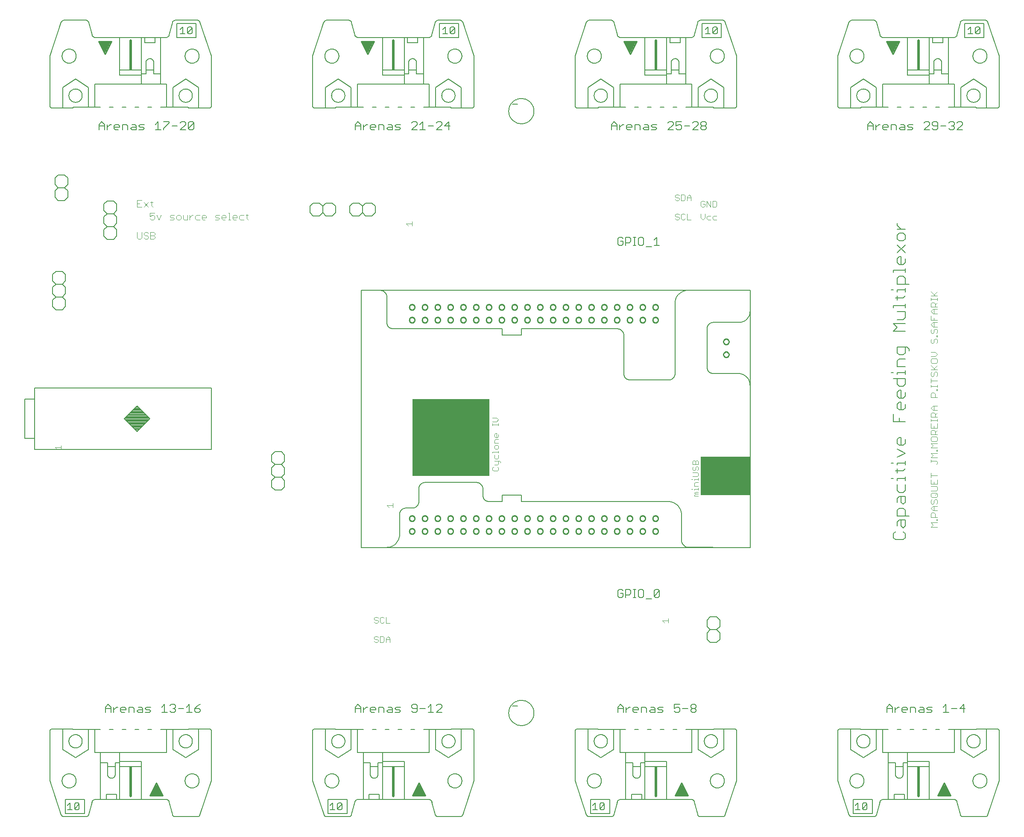
<source format=gto>
G75*
G70*
%OFA0B0*%
%FSLAX24Y24*%
%IPPOS*%
%LPD*%
%AMOC8*
5,1,8,0,0,1.08239X$1,22.5*
%
%ADD10C,0.0060*%
%ADD11C,0.0040*%
%ADD12C,0.0050*%
%ADD13C,0.0080*%
%ADD14C,0.0100*%
%ADD15C,0.0200*%
%ADD16R,0.0200X0.2300*%
%ADD17R,0.0900X0.0200*%
%ADD18R,0.0700X0.0200*%
%ADD19R,0.0500X0.0200*%
%ADD20R,0.0300X0.0200*%
%ADD21R,0.0100X0.0100*%
%ADD22R,0.6000X0.6000*%
%ADD23R,0.3854X0.3004*%
D10*
X002973Y001093D02*
X002093Y003733D01*
X002093Y007683D01*
X002193Y007783D01*
X003093Y007783D01*
X003893Y007783D01*
X003893Y007733D01*
X005093Y007733D01*
X005593Y007733D01*
X006043Y007733D01*
X005593Y007733D02*
X005593Y005933D01*
X006043Y005933D01*
X007543Y005933D01*
X011193Y005933D01*
X011193Y007733D01*
X011693Y007733D01*
X011693Y006183D01*
X012693Y005533D01*
X013693Y006183D01*
X013693Y007783D01*
X012893Y007783D01*
X012893Y007733D01*
X011693Y007733D01*
X011193Y007733D02*
X010743Y007733D01*
X010043Y007733D02*
X009743Y007733D01*
X009043Y007733D02*
X008743Y007733D01*
X008043Y007733D02*
X007743Y007733D01*
X007043Y007733D02*
X006743Y007733D01*
X006850Y009063D02*
X006850Y009490D01*
X006636Y009704D01*
X006423Y009490D01*
X006423Y009063D01*
X006423Y009384D02*
X006850Y009384D01*
X007067Y009490D02*
X007067Y009063D01*
X007067Y009277D02*
X007281Y009490D01*
X007387Y009490D01*
X007604Y009384D02*
X007711Y009490D01*
X007924Y009490D01*
X008031Y009384D01*
X008031Y009277D01*
X007604Y009277D01*
X007604Y009170D02*
X007604Y009384D01*
X007604Y009170D02*
X007711Y009063D01*
X007924Y009063D01*
X008249Y009063D02*
X008249Y009490D01*
X008569Y009490D01*
X008676Y009384D01*
X008676Y009063D01*
X008893Y009170D02*
X009000Y009277D01*
X009320Y009277D01*
X009320Y009384D02*
X009320Y009063D01*
X009000Y009063D01*
X008893Y009170D01*
X009000Y009490D02*
X009214Y009490D01*
X009320Y009384D01*
X009538Y009384D02*
X009645Y009490D01*
X009965Y009490D01*
X009858Y009277D02*
X009645Y009277D01*
X009538Y009384D01*
X009538Y009063D02*
X009858Y009063D01*
X009965Y009170D01*
X009858Y009277D01*
X010827Y009490D02*
X011040Y009704D01*
X011040Y009063D01*
X010827Y009063D02*
X011254Y009063D01*
X011471Y009170D02*
X011578Y009063D01*
X011792Y009063D01*
X011899Y009170D01*
X011899Y009277D01*
X011792Y009384D01*
X011685Y009384D01*
X011792Y009384D02*
X011899Y009490D01*
X011899Y009597D01*
X011792Y009704D01*
X011578Y009704D01*
X011471Y009597D01*
X012116Y009384D02*
X012543Y009384D01*
X012761Y009490D02*
X012974Y009704D01*
X012974Y009063D01*
X012761Y009063D02*
X013188Y009063D01*
X013405Y009170D02*
X013512Y009063D01*
X013725Y009063D01*
X013832Y009170D01*
X013832Y009277D01*
X013725Y009384D01*
X013405Y009384D01*
X013405Y009170D01*
X013405Y009384D02*
X013619Y009597D01*
X013832Y009704D01*
X013693Y007783D02*
X014593Y007783D01*
X014693Y007683D01*
X014693Y003733D01*
X013813Y001093D01*
X013811Y001093D02*
X013801Y001066D01*
X013787Y001040D01*
X013770Y001017D01*
X013750Y000996D01*
X013728Y000977D01*
X013703Y000962D01*
X013677Y000949D01*
X013649Y000940D01*
X013621Y000935D01*
X013592Y000933D01*
X013593Y000933D02*
X011893Y000933D01*
X011653Y001113D02*
X011650Y001123D01*
X011653Y001113D02*
X011403Y002073D01*
X011411Y002049D02*
X011404Y002080D01*
X011395Y002111D01*
X011381Y002141D01*
X011364Y002168D01*
X011344Y002193D01*
X011321Y002216D01*
X011295Y002236D01*
X011268Y002253D01*
X011238Y002266D01*
X011207Y002275D01*
X011175Y002281D01*
X011143Y002283D01*
X009243Y002283D01*
X007543Y002283D01*
X006043Y002283D01*
X006043Y005133D01*
X006043Y005933D01*
X006043Y005133D02*
X006593Y005133D01*
X006593Y004833D01*
X007193Y004833D01*
X007193Y005133D01*
X007543Y005133D01*
X007543Y005233D01*
X007543Y005933D01*
X007543Y005233D02*
X009243Y005233D01*
X009243Y004833D01*
X007543Y004833D01*
X007543Y005133D01*
X007543Y004833D02*
X007543Y002283D01*
X007293Y002283D02*
X007293Y002683D01*
X006493Y002683D01*
X006493Y002283D01*
X006043Y002283D02*
X005643Y002283D01*
X005611Y002281D01*
X005579Y002275D01*
X005548Y002266D01*
X005518Y002253D01*
X005491Y002236D01*
X005465Y002216D01*
X005442Y002193D01*
X005422Y002168D01*
X005405Y002141D01*
X005391Y002111D01*
X005382Y002080D01*
X005375Y002049D01*
X005383Y002073D02*
X005133Y001113D01*
X005136Y001123D01*
X005133Y001113D02*
X005123Y001085D01*
X005110Y001059D01*
X005094Y001035D01*
X005076Y001012D01*
X005054Y000992D01*
X005031Y000975D01*
X005006Y000960D01*
X004979Y000948D01*
X004951Y000940D01*
X004922Y000935D01*
X004893Y000933D01*
X003193Y000933D01*
X003164Y000935D01*
X003136Y000940D01*
X003108Y000949D01*
X003082Y000962D01*
X003057Y000977D01*
X003035Y000996D01*
X003015Y001017D01*
X002998Y001040D01*
X002984Y001066D01*
X002974Y001093D01*
X003293Y001183D02*
X004793Y001183D01*
X004793Y002283D01*
X003293Y002283D01*
X003293Y001183D01*
X003468Y001463D02*
X003828Y001463D01*
X003648Y001463D02*
X003648Y002004D01*
X003468Y001824D01*
X004020Y001914D02*
X004110Y002004D01*
X004290Y002004D01*
X004380Y001914D01*
X004020Y001553D01*
X004110Y001463D01*
X004290Y001463D01*
X004380Y001553D01*
X004380Y001914D01*
X004020Y001914D02*
X004020Y001553D01*
X003043Y003733D02*
X003045Y003780D01*
X003051Y003826D01*
X003061Y003872D01*
X003074Y003916D01*
X003092Y003960D01*
X003113Y004001D01*
X003137Y004041D01*
X003165Y004079D01*
X003196Y004114D01*
X003230Y004146D01*
X003266Y004175D01*
X003305Y004201D01*
X003345Y004224D01*
X003388Y004243D01*
X003432Y004259D01*
X003477Y004271D01*
X003523Y004279D01*
X003570Y004283D01*
X003616Y004283D01*
X003663Y004279D01*
X003709Y004271D01*
X003754Y004259D01*
X003798Y004243D01*
X003841Y004224D01*
X003881Y004201D01*
X003920Y004175D01*
X003956Y004146D01*
X003990Y004114D01*
X004021Y004079D01*
X004049Y004041D01*
X004073Y004001D01*
X004094Y003960D01*
X004112Y003916D01*
X004125Y003872D01*
X004135Y003826D01*
X004141Y003780D01*
X004143Y003733D01*
X004141Y003686D01*
X004135Y003640D01*
X004125Y003594D01*
X004112Y003550D01*
X004094Y003506D01*
X004073Y003465D01*
X004049Y003425D01*
X004021Y003387D01*
X003990Y003352D01*
X003956Y003320D01*
X003920Y003291D01*
X003881Y003265D01*
X003841Y003242D01*
X003798Y003223D01*
X003754Y003207D01*
X003709Y003195D01*
X003663Y003187D01*
X003616Y003183D01*
X003570Y003183D01*
X003523Y003187D01*
X003477Y003195D01*
X003432Y003207D01*
X003388Y003223D01*
X003345Y003242D01*
X003305Y003265D01*
X003266Y003291D01*
X003230Y003320D01*
X003196Y003352D01*
X003165Y003387D01*
X003137Y003425D01*
X003113Y003465D01*
X003092Y003506D01*
X003074Y003550D01*
X003061Y003594D01*
X003051Y003640D01*
X003045Y003686D01*
X003043Y003733D01*
X004093Y005533D02*
X003093Y006183D01*
X003093Y007783D01*
X003573Y006823D02*
X003575Y006868D01*
X003581Y006913D01*
X003591Y006958D01*
X003604Y007001D01*
X003622Y007043D01*
X003643Y007083D01*
X003667Y007121D01*
X003695Y007157D01*
X003725Y007191D01*
X003759Y007221D01*
X003795Y007249D01*
X003833Y007273D01*
X003873Y007294D01*
X003915Y007312D01*
X003958Y007325D01*
X004003Y007335D01*
X004048Y007341D01*
X004093Y007343D01*
X004138Y007341D01*
X004183Y007335D01*
X004228Y007325D01*
X004271Y007312D01*
X004313Y007294D01*
X004353Y007273D01*
X004391Y007249D01*
X004427Y007221D01*
X004461Y007191D01*
X004491Y007157D01*
X004519Y007121D01*
X004543Y007083D01*
X004564Y007043D01*
X004582Y007001D01*
X004595Y006958D01*
X004605Y006913D01*
X004611Y006868D01*
X004613Y006823D01*
X004611Y006778D01*
X004605Y006733D01*
X004595Y006688D01*
X004582Y006645D01*
X004564Y006603D01*
X004543Y006563D01*
X004519Y006525D01*
X004491Y006489D01*
X004461Y006455D01*
X004427Y006425D01*
X004391Y006397D01*
X004353Y006373D01*
X004313Y006352D01*
X004271Y006334D01*
X004228Y006321D01*
X004183Y006311D01*
X004138Y006305D01*
X004093Y006303D01*
X004048Y006305D01*
X004003Y006311D01*
X003958Y006321D01*
X003915Y006334D01*
X003873Y006352D01*
X003833Y006373D01*
X003795Y006397D01*
X003759Y006425D01*
X003725Y006455D01*
X003695Y006489D01*
X003667Y006525D01*
X003643Y006563D01*
X003622Y006603D01*
X003604Y006645D01*
X003591Y006688D01*
X003581Y006733D01*
X003575Y006778D01*
X003573Y006823D01*
X004093Y005533D02*
X005093Y006183D01*
X005093Y007733D01*
X006593Y004833D02*
X006593Y004233D01*
X006595Y004199D01*
X006601Y004166D01*
X006610Y004134D01*
X006623Y004103D01*
X006639Y004073D01*
X006658Y004046D01*
X006681Y004021D01*
X006706Y003998D01*
X006733Y003979D01*
X006763Y003963D01*
X006794Y003950D01*
X006826Y003941D01*
X006859Y003935D01*
X006893Y003933D01*
X006927Y003935D01*
X006960Y003941D01*
X006992Y003950D01*
X007023Y003963D01*
X007053Y003979D01*
X007080Y003998D01*
X007105Y004021D01*
X007128Y004046D01*
X007147Y004073D01*
X007163Y004103D01*
X007176Y004134D01*
X007185Y004166D01*
X007191Y004199D01*
X007193Y004233D01*
X007193Y004833D01*
X009243Y004833D02*
X009243Y002283D01*
X011653Y001113D02*
X011663Y001085D01*
X011676Y001059D01*
X011692Y001035D01*
X011710Y001012D01*
X011732Y000992D01*
X011755Y000975D01*
X011780Y000960D01*
X011807Y000948D01*
X011835Y000940D01*
X011864Y000935D01*
X011893Y000933D01*
X012643Y003733D02*
X012645Y003780D01*
X012651Y003826D01*
X012661Y003872D01*
X012674Y003916D01*
X012692Y003960D01*
X012713Y004001D01*
X012737Y004041D01*
X012765Y004079D01*
X012796Y004114D01*
X012830Y004146D01*
X012866Y004175D01*
X012905Y004201D01*
X012945Y004224D01*
X012988Y004243D01*
X013032Y004259D01*
X013077Y004271D01*
X013123Y004279D01*
X013170Y004283D01*
X013216Y004283D01*
X013263Y004279D01*
X013309Y004271D01*
X013354Y004259D01*
X013398Y004243D01*
X013441Y004224D01*
X013481Y004201D01*
X013520Y004175D01*
X013556Y004146D01*
X013590Y004114D01*
X013621Y004079D01*
X013649Y004041D01*
X013673Y004001D01*
X013694Y003960D01*
X013712Y003916D01*
X013725Y003872D01*
X013735Y003826D01*
X013741Y003780D01*
X013743Y003733D01*
X013741Y003686D01*
X013735Y003640D01*
X013725Y003594D01*
X013712Y003550D01*
X013694Y003506D01*
X013673Y003465D01*
X013649Y003425D01*
X013621Y003387D01*
X013590Y003352D01*
X013556Y003320D01*
X013520Y003291D01*
X013481Y003265D01*
X013441Y003242D01*
X013398Y003223D01*
X013354Y003207D01*
X013309Y003195D01*
X013263Y003187D01*
X013216Y003183D01*
X013170Y003183D01*
X013123Y003187D01*
X013077Y003195D01*
X013032Y003207D01*
X012988Y003223D01*
X012945Y003242D01*
X012905Y003265D01*
X012866Y003291D01*
X012830Y003320D01*
X012796Y003352D01*
X012765Y003387D01*
X012737Y003425D01*
X012713Y003465D01*
X012692Y003506D01*
X012674Y003550D01*
X012661Y003594D01*
X012651Y003640D01*
X012645Y003686D01*
X012643Y003733D01*
X012173Y006823D02*
X012175Y006868D01*
X012181Y006913D01*
X012191Y006958D01*
X012204Y007001D01*
X012222Y007043D01*
X012243Y007083D01*
X012267Y007121D01*
X012295Y007157D01*
X012325Y007191D01*
X012359Y007221D01*
X012395Y007249D01*
X012433Y007273D01*
X012473Y007294D01*
X012515Y007312D01*
X012558Y007325D01*
X012603Y007335D01*
X012648Y007341D01*
X012693Y007343D01*
X012738Y007341D01*
X012783Y007335D01*
X012828Y007325D01*
X012871Y007312D01*
X012913Y007294D01*
X012953Y007273D01*
X012991Y007249D01*
X013027Y007221D01*
X013061Y007191D01*
X013091Y007157D01*
X013119Y007121D01*
X013143Y007083D01*
X013164Y007043D01*
X013182Y007001D01*
X013195Y006958D01*
X013205Y006913D01*
X013211Y006868D01*
X013213Y006823D01*
X013211Y006778D01*
X013205Y006733D01*
X013195Y006688D01*
X013182Y006645D01*
X013164Y006603D01*
X013143Y006563D01*
X013119Y006525D01*
X013091Y006489D01*
X013061Y006455D01*
X013027Y006425D01*
X012991Y006397D01*
X012953Y006373D01*
X012913Y006352D01*
X012871Y006334D01*
X012828Y006321D01*
X012783Y006311D01*
X012738Y006305D01*
X012693Y006303D01*
X012648Y006305D01*
X012603Y006311D01*
X012558Y006321D01*
X012515Y006334D01*
X012473Y006352D01*
X012433Y006373D01*
X012395Y006397D01*
X012359Y006425D01*
X012325Y006455D01*
X012295Y006489D01*
X012267Y006525D01*
X012243Y006563D01*
X012222Y006603D01*
X012204Y006645D01*
X012191Y006688D01*
X012181Y006733D01*
X012175Y006778D01*
X012173Y006823D01*
X022603Y007683D02*
X022603Y003733D01*
X023483Y001093D01*
X023484Y001093D02*
X023494Y001066D01*
X023508Y001040D01*
X023525Y001017D01*
X023545Y000996D01*
X023567Y000977D01*
X023592Y000962D01*
X023618Y000949D01*
X023646Y000940D01*
X023674Y000935D01*
X023703Y000933D01*
X025403Y000933D01*
X025643Y001113D02*
X025646Y001123D01*
X025643Y001113D02*
X025893Y002073D01*
X025885Y002049D02*
X025892Y002080D01*
X025901Y002111D01*
X025915Y002141D01*
X025932Y002168D01*
X025952Y002193D01*
X025975Y002216D01*
X026001Y002236D01*
X026028Y002253D01*
X026058Y002266D01*
X026089Y002275D01*
X026121Y002281D01*
X026153Y002283D01*
X026553Y002283D01*
X026553Y005133D01*
X026553Y005933D01*
X026103Y005933D01*
X026103Y007733D01*
X025603Y007733D01*
X025603Y006183D01*
X024603Y005533D01*
X023603Y006183D01*
X023603Y007783D01*
X024403Y007783D01*
X024403Y007733D01*
X025603Y007733D01*
X026103Y007733D02*
X026553Y007733D01*
X027253Y007733D02*
X027553Y007733D01*
X028253Y007733D02*
X028553Y007733D01*
X029253Y007733D02*
X029553Y007733D01*
X030253Y007733D02*
X030553Y007733D01*
X031253Y007733D02*
X031703Y007733D01*
X032203Y007733D01*
X032203Y006183D01*
X033203Y005533D01*
X034203Y006183D01*
X034203Y007783D01*
X033403Y007783D01*
X033403Y007733D01*
X032203Y007733D01*
X031703Y007733D02*
X031703Y005933D01*
X028053Y005933D01*
X026553Y005933D01*
X026553Y005133D02*
X027103Y005133D01*
X027103Y004833D01*
X027703Y004833D01*
X027703Y005133D01*
X028053Y005133D01*
X028053Y005233D01*
X028053Y005933D01*
X028053Y005233D02*
X029753Y005233D01*
X029753Y004833D01*
X028053Y004833D01*
X028053Y005133D01*
X028053Y004833D02*
X028053Y002283D01*
X026553Y002283D01*
X027003Y002283D02*
X027003Y002683D01*
X027803Y002683D01*
X027803Y002283D01*
X028053Y002283D02*
X029753Y002283D01*
X029753Y004833D01*
X027703Y004833D02*
X027703Y004233D01*
X027701Y004199D01*
X027695Y004166D01*
X027686Y004134D01*
X027673Y004103D01*
X027657Y004073D01*
X027638Y004046D01*
X027615Y004021D01*
X027590Y003998D01*
X027563Y003979D01*
X027533Y003963D01*
X027502Y003950D01*
X027470Y003941D01*
X027437Y003935D01*
X027403Y003933D01*
X027369Y003935D01*
X027336Y003941D01*
X027304Y003950D01*
X027273Y003963D01*
X027243Y003979D01*
X027216Y003998D01*
X027191Y004021D01*
X027168Y004046D01*
X027149Y004073D01*
X027133Y004103D01*
X027120Y004134D01*
X027111Y004166D01*
X027105Y004199D01*
X027103Y004233D01*
X027103Y004833D01*
X025303Y002283D02*
X023803Y002283D01*
X023803Y001183D01*
X025303Y001183D01*
X025303Y002283D01*
X024890Y001914D02*
X024800Y002004D01*
X024620Y002004D01*
X024530Y001914D01*
X024530Y001553D01*
X024890Y001914D01*
X024890Y001553D01*
X024800Y001463D01*
X024620Y001463D01*
X024530Y001553D01*
X024338Y001463D02*
X023978Y001463D01*
X024158Y001463D02*
X024158Y002004D01*
X023978Y001824D01*
X025403Y000933D02*
X025432Y000935D01*
X025461Y000940D01*
X025489Y000948D01*
X025516Y000960D01*
X025541Y000975D01*
X025564Y000992D01*
X025586Y001012D01*
X025604Y001035D01*
X025620Y001059D01*
X025633Y001085D01*
X025643Y001113D01*
X023553Y003733D02*
X023555Y003780D01*
X023561Y003826D01*
X023571Y003872D01*
X023584Y003916D01*
X023602Y003960D01*
X023623Y004001D01*
X023647Y004041D01*
X023675Y004079D01*
X023706Y004114D01*
X023740Y004146D01*
X023776Y004175D01*
X023815Y004201D01*
X023855Y004224D01*
X023898Y004243D01*
X023942Y004259D01*
X023987Y004271D01*
X024033Y004279D01*
X024080Y004283D01*
X024126Y004283D01*
X024173Y004279D01*
X024219Y004271D01*
X024264Y004259D01*
X024308Y004243D01*
X024351Y004224D01*
X024391Y004201D01*
X024430Y004175D01*
X024466Y004146D01*
X024500Y004114D01*
X024531Y004079D01*
X024559Y004041D01*
X024583Y004001D01*
X024604Y003960D01*
X024622Y003916D01*
X024635Y003872D01*
X024645Y003826D01*
X024651Y003780D01*
X024653Y003733D01*
X024651Y003686D01*
X024645Y003640D01*
X024635Y003594D01*
X024622Y003550D01*
X024604Y003506D01*
X024583Y003465D01*
X024559Y003425D01*
X024531Y003387D01*
X024500Y003352D01*
X024466Y003320D01*
X024430Y003291D01*
X024391Y003265D01*
X024351Y003242D01*
X024308Y003223D01*
X024264Y003207D01*
X024219Y003195D01*
X024173Y003187D01*
X024126Y003183D01*
X024080Y003183D01*
X024033Y003187D01*
X023987Y003195D01*
X023942Y003207D01*
X023898Y003223D01*
X023855Y003242D01*
X023815Y003265D01*
X023776Y003291D01*
X023740Y003320D01*
X023706Y003352D01*
X023675Y003387D01*
X023647Y003425D01*
X023623Y003465D01*
X023602Y003506D01*
X023584Y003550D01*
X023571Y003594D01*
X023561Y003640D01*
X023555Y003686D01*
X023553Y003733D01*
X024083Y006823D02*
X024085Y006868D01*
X024091Y006913D01*
X024101Y006958D01*
X024114Y007001D01*
X024132Y007043D01*
X024153Y007083D01*
X024177Y007121D01*
X024205Y007157D01*
X024235Y007191D01*
X024269Y007221D01*
X024305Y007249D01*
X024343Y007273D01*
X024383Y007294D01*
X024425Y007312D01*
X024468Y007325D01*
X024513Y007335D01*
X024558Y007341D01*
X024603Y007343D01*
X024648Y007341D01*
X024693Y007335D01*
X024738Y007325D01*
X024781Y007312D01*
X024823Y007294D01*
X024863Y007273D01*
X024901Y007249D01*
X024937Y007221D01*
X024971Y007191D01*
X025001Y007157D01*
X025029Y007121D01*
X025053Y007083D01*
X025074Y007043D01*
X025092Y007001D01*
X025105Y006958D01*
X025115Y006913D01*
X025121Y006868D01*
X025123Y006823D01*
X025121Y006778D01*
X025115Y006733D01*
X025105Y006688D01*
X025092Y006645D01*
X025074Y006603D01*
X025053Y006563D01*
X025029Y006525D01*
X025001Y006489D01*
X024971Y006455D01*
X024937Y006425D01*
X024901Y006397D01*
X024863Y006373D01*
X024823Y006352D01*
X024781Y006334D01*
X024738Y006321D01*
X024693Y006311D01*
X024648Y006305D01*
X024603Y006303D01*
X024558Y006305D01*
X024513Y006311D01*
X024468Y006321D01*
X024425Y006334D01*
X024383Y006352D01*
X024343Y006373D01*
X024305Y006397D01*
X024269Y006425D01*
X024235Y006455D01*
X024205Y006489D01*
X024177Y006525D01*
X024153Y006563D01*
X024132Y006603D01*
X024114Y006645D01*
X024101Y006688D01*
X024091Y006733D01*
X024085Y006778D01*
X024083Y006823D01*
X023603Y007783D02*
X022703Y007783D01*
X022603Y007683D01*
X025923Y009063D02*
X025923Y009490D01*
X026136Y009704D01*
X026350Y009490D01*
X026350Y009063D01*
X026567Y009063D02*
X026567Y009490D01*
X026567Y009277D02*
X026781Y009490D01*
X026887Y009490D01*
X027104Y009384D02*
X027211Y009490D01*
X027424Y009490D01*
X027531Y009384D01*
X027531Y009277D01*
X027104Y009277D01*
X027104Y009170D02*
X027104Y009384D01*
X027104Y009170D02*
X027211Y009063D01*
X027424Y009063D01*
X027749Y009063D02*
X027749Y009490D01*
X028069Y009490D01*
X028176Y009384D01*
X028176Y009063D01*
X028393Y009170D02*
X028500Y009277D01*
X028820Y009277D01*
X028820Y009384D02*
X028820Y009063D01*
X028500Y009063D01*
X028393Y009170D01*
X028500Y009490D02*
X028714Y009490D01*
X028820Y009384D01*
X029038Y009384D02*
X029145Y009490D01*
X029465Y009490D01*
X029358Y009277D02*
X029145Y009277D01*
X029038Y009384D01*
X029038Y009063D02*
X029358Y009063D01*
X029465Y009170D01*
X029358Y009277D01*
X030327Y009170D02*
X030434Y009063D01*
X030647Y009063D01*
X030754Y009170D01*
X030754Y009597D01*
X030647Y009704D01*
X030434Y009704D01*
X030327Y009597D01*
X030327Y009490D01*
X030434Y009384D01*
X030754Y009384D01*
X030971Y009384D02*
X031399Y009384D01*
X031616Y009490D02*
X031830Y009704D01*
X031830Y009063D01*
X032043Y009063D02*
X031616Y009063D01*
X032261Y009063D02*
X032688Y009490D01*
X032688Y009597D01*
X032581Y009704D01*
X032367Y009704D01*
X032261Y009597D01*
X032261Y009063D02*
X032688Y009063D01*
X034203Y007783D02*
X035103Y007783D01*
X035203Y007683D01*
X035203Y003733D01*
X034323Y001093D01*
X034321Y001093D02*
X034311Y001066D01*
X034297Y001040D01*
X034280Y001017D01*
X034260Y000996D01*
X034238Y000977D01*
X034213Y000962D01*
X034187Y000949D01*
X034159Y000940D01*
X034131Y000935D01*
X034102Y000933D01*
X034103Y000933D02*
X032403Y000933D01*
X032163Y001113D02*
X032160Y001123D01*
X032163Y001113D02*
X031913Y002073D01*
X031921Y002049D02*
X031914Y002080D01*
X031905Y002111D01*
X031891Y002141D01*
X031874Y002168D01*
X031854Y002193D01*
X031831Y002216D01*
X031805Y002236D01*
X031778Y002253D01*
X031748Y002266D01*
X031717Y002275D01*
X031685Y002281D01*
X031653Y002283D01*
X029753Y002283D01*
X032163Y001113D02*
X032173Y001085D01*
X032186Y001059D01*
X032202Y001035D01*
X032220Y001012D01*
X032242Y000992D01*
X032265Y000975D01*
X032290Y000960D01*
X032317Y000948D01*
X032345Y000940D01*
X032374Y000935D01*
X032403Y000933D01*
X033153Y003733D02*
X033155Y003780D01*
X033161Y003826D01*
X033171Y003872D01*
X033184Y003916D01*
X033202Y003960D01*
X033223Y004001D01*
X033247Y004041D01*
X033275Y004079D01*
X033306Y004114D01*
X033340Y004146D01*
X033376Y004175D01*
X033415Y004201D01*
X033455Y004224D01*
X033498Y004243D01*
X033542Y004259D01*
X033587Y004271D01*
X033633Y004279D01*
X033680Y004283D01*
X033726Y004283D01*
X033773Y004279D01*
X033819Y004271D01*
X033864Y004259D01*
X033908Y004243D01*
X033951Y004224D01*
X033991Y004201D01*
X034030Y004175D01*
X034066Y004146D01*
X034100Y004114D01*
X034131Y004079D01*
X034159Y004041D01*
X034183Y004001D01*
X034204Y003960D01*
X034222Y003916D01*
X034235Y003872D01*
X034245Y003826D01*
X034251Y003780D01*
X034253Y003733D01*
X034251Y003686D01*
X034245Y003640D01*
X034235Y003594D01*
X034222Y003550D01*
X034204Y003506D01*
X034183Y003465D01*
X034159Y003425D01*
X034131Y003387D01*
X034100Y003352D01*
X034066Y003320D01*
X034030Y003291D01*
X033991Y003265D01*
X033951Y003242D01*
X033908Y003223D01*
X033864Y003207D01*
X033819Y003195D01*
X033773Y003187D01*
X033726Y003183D01*
X033680Y003183D01*
X033633Y003187D01*
X033587Y003195D01*
X033542Y003207D01*
X033498Y003223D01*
X033455Y003242D01*
X033415Y003265D01*
X033376Y003291D01*
X033340Y003320D01*
X033306Y003352D01*
X033275Y003387D01*
X033247Y003425D01*
X033223Y003465D01*
X033202Y003506D01*
X033184Y003550D01*
X033171Y003594D01*
X033161Y003640D01*
X033155Y003686D01*
X033153Y003733D01*
X032683Y006823D02*
X032685Y006868D01*
X032691Y006913D01*
X032701Y006958D01*
X032714Y007001D01*
X032732Y007043D01*
X032753Y007083D01*
X032777Y007121D01*
X032805Y007157D01*
X032835Y007191D01*
X032869Y007221D01*
X032905Y007249D01*
X032943Y007273D01*
X032983Y007294D01*
X033025Y007312D01*
X033068Y007325D01*
X033113Y007335D01*
X033158Y007341D01*
X033203Y007343D01*
X033248Y007341D01*
X033293Y007335D01*
X033338Y007325D01*
X033381Y007312D01*
X033423Y007294D01*
X033463Y007273D01*
X033501Y007249D01*
X033537Y007221D01*
X033571Y007191D01*
X033601Y007157D01*
X033629Y007121D01*
X033653Y007083D01*
X033674Y007043D01*
X033692Y007001D01*
X033705Y006958D01*
X033715Y006913D01*
X033721Y006868D01*
X033723Y006823D01*
X033721Y006778D01*
X033715Y006733D01*
X033705Y006688D01*
X033692Y006645D01*
X033674Y006603D01*
X033653Y006563D01*
X033629Y006525D01*
X033601Y006489D01*
X033571Y006455D01*
X033537Y006425D01*
X033501Y006397D01*
X033463Y006373D01*
X033423Y006352D01*
X033381Y006334D01*
X033338Y006321D01*
X033293Y006311D01*
X033248Y006305D01*
X033203Y006303D01*
X033158Y006305D01*
X033113Y006311D01*
X033068Y006321D01*
X033025Y006334D01*
X032983Y006352D01*
X032943Y006373D01*
X032905Y006397D01*
X032869Y006425D01*
X032835Y006455D01*
X032805Y006489D01*
X032777Y006525D01*
X032753Y006563D01*
X032732Y006603D01*
X032714Y006645D01*
X032701Y006688D01*
X032691Y006733D01*
X032685Y006778D01*
X032683Y006823D01*
X026350Y009384D02*
X025923Y009384D01*
X043093Y007683D02*
X043093Y003733D01*
X043973Y001093D01*
X043974Y001093D02*
X043984Y001066D01*
X043998Y001040D01*
X044015Y001017D01*
X044035Y000996D01*
X044057Y000977D01*
X044082Y000962D01*
X044108Y000949D01*
X044136Y000940D01*
X044164Y000935D01*
X044193Y000933D01*
X045893Y000933D01*
X046133Y001113D02*
X046136Y001123D01*
X046133Y001113D02*
X046383Y002073D01*
X046375Y002049D02*
X046382Y002080D01*
X046391Y002111D01*
X046405Y002141D01*
X046422Y002168D01*
X046442Y002193D01*
X046465Y002216D01*
X046491Y002236D01*
X046518Y002253D01*
X046548Y002266D01*
X046579Y002275D01*
X046611Y002281D01*
X046643Y002283D01*
X047043Y002283D01*
X047043Y005133D01*
X047043Y005933D01*
X046593Y005933D01*
X046593Y007733D01*
X046093Y007733D01*
X046093Y006183D01*
X045093Y005533D01*
X044093Y006183D01*
X044093Y007783D01*
X044893Y007783D01*
X044893Y007733D01*
X046093Y007733D01*
X046593Y007733D02*
X047043Y007733D01*
X047743Y007733D02*
X048043Y007733D01*
X048743Y007733D02*
X049043Y007733D01*
X049743Y007733D02*
X050043Y007733D01*
X050743Y007733D02*
X051043Y007733D01*
X051743Y007733D02*
X052193Y007733D01*
X052693Y007733D01*
X052693Y006183D01*
X053693Y005533D01*
X054693Y006183D01*
X054693Y007783D01*
X053893Y007783D01*
X053893Y007733D01*
X052693Y007733D01*
X052193Y007733D02*
X052193Y005933D01*
X048543Y005933D01*
X047043Y005933D01*
X047043Y005133D02*
X047593Y005133D01*
X047593Y004833D01*
X048193Y004833D01*
X048193Y005133D01*
X048543Y005133D01*
X048543Y005233D01*
X048543Y005933D01*
X048543Y005233D02*
X050243Y005233D01*
X050243Y004833D01*
X048543Y004833D01*
X048543Y005133D01*
X048543Y004833D02*
X048543Y002283D01*
X047043Y002283D01*
X047493Y002283D02*
X047493Y002683D01*
X048293Y002683D01*
X048293Y002283D01*
X048543Y002283D02*
X050243Y002283D01*
X050243Y004833D01*
X048193Y004833D02*
X048193Y004233D01*
X048191Y004199D01*
X048185Y004166D01*
X048176Y004134D01*
X048163Y004103D01*
X048147Y004073D01*
X048128Y004046D01*
X048105Y004021D01*
X048080Y003998D01*
X048053Y003979D01*
X048023Y003963D01*
X047992Y003950D01*
X047960Y003941D01*
X047927Y003935D01*
X047893Y003933D01*
X047859Y003935D01*
X047826Y003941D01*
X047794Y003950D01*
X047763Y003963D01*
X047733Y003979D01*
X047706Y003998D01*
X047681Y004021D01*
X047658Y004046D01*
X047639Y004073D01*
X047623Y004103D01*
X047610Y004134D01*
X047601Y004166D01*
X047595Y004199D01*
X047593Y004233D01*
X047593Y004833D01*
X044573Y006823D02*
X044575Y006868D01*
X044581Y006913D01*
X044591Y006958D01*
X044604Y007001D01*
X044622Y007043D01*
X044643Y007083D01*
X044667Y007121D01*
X044695Y007157D01*
X044725Y007191D01*
X044759Y007221D01*
X044795Y007249D01*
X044833Y007273D01*
X044873Y007294D01*
X044915Y007312D01*
X044958Y007325D01*
X045003Y007335D01*
X045048Y007341D01*
X045093Y007343D01*
X045138Y007341D01*
X045183Y007335D01*
X045228Y007325D01*
X045271Y007312D01*
X045313Y007294D01*
X045353Y007273D01*
X045391Y007249D01*
X045427Y007221D01*
X045461Y007191D01*
X045491Y007157D01*
X045519Y007121D01*
X045543Y007083D01*
X045564Y007043D01*
X045582Y007001D01*
X045595Y006958D01*
X045605Y006913D01*
X045611Y006868D01*
X045613Y006823D01*
X045611Y006778D01*
X045605Y006733D01*
X045595Y006688D01*
X045582Y006645D01*
X045564Y006603D01*
X045543Y006563D01*
X045519Y006525D01*
X045491Y006489D01*
X045461Y006455D01*
X045427Y006425D01*
X045391Y006397D01*
X045353Y006373D01*
X045313Y006352D01*
X045271Y006334D01*
X045228Y006321D01*
X045183Y006311D01*
X045138Y006305D01*
X045093Y006303D01*
X045048Y006305D01*
X045003Y006311D01*
X044958Y006321D01*
X044915Y006334D01*
X044873Y006352D01*
X044833Y006373D01*
X044795Y006397D01*
X044759Y006425D01*
X044725Y006455D01*
X044695Y006489D01*
X044667Y006525D01*
X044643Y006563D01*
X044622Y006603D01*
X044604Y006645D01*
X044591Y006688D01*
X044581Y006733D01*
X044575Y006778D01*
X044573Y006823D01*
X044093Y007783D02*
X043193Y007783D01*
X043093Y007683D01*
X046423Y009063D02*
X046423Y009490D01*
X046636Y009704D01*
X046850Y009490D01*
X046850Y009063D01*
X047067Y009063D02*
X047067Y009490D01*
X047067Y009277D02*
X047281Y009490D01*
X047387Y009490D01*
X047604Y009384D02*
X047711Y009490D01*
X047924Y009490D01*
X048031Y009384D01*
X048031Y009277D01*
X047604Y009277D01*
X047604Y009170D02*
X047604Y009384D01*
X047604Y009170D02*
X047711Y009063D01*
X047924Y009063D01*
X048249Y009063D02*
X048249Y009490D01*
X048569Y009490D01*
X048676Y009384D01*
X048676Y009063D01*
X048893Y009170D02*
X049000Y009277D01*
X049320Y009277D01*
X049320Y009384D02*
X049320Y009063D01*
X049000Y009063D01*
X048893Y009170D01*
X049000Y009490D02*
X049214Y009490D01*
X049320Y009384D01*
X049538Y009384D02*
X049645Y009490D01*
X049965Y009490D01*
X049858Y009277D02*
X049645Y009277D01*
X049538Y009384D01*
X049538Y009063D02*
X049858Y009063D01*
X049965Y009170D01*
X049858Y009277D01*
X050827Y009384D02*
X050827Y009704D01*
X051254Y009704D01*
X051147Y009490D02*
X051254Y009384D01*
X051254Y009170D01*
X051147Y009063D01*
X050934Y009063D01*
X050827Y009170D01*
X050827Y009384D02*
X051040Y009490D01*
X051147Y009490D01*
X051471Y009384D02*
X051899Y009384D01*
X052116Y009490D02*
X052116Y009597D01*
X052223Y009704D01*
X052436Y009704D01*
X052543Y009597D01*
X052543Y009490D01*
X052436Y009384D01*
X052223Y009384D01*
X052116Y009490D01*
X052223Y009384D02*
X052116Y009277D01*
X052116Y009170D01*
X052223Y009063D01*
X052436Y009063D01*
X052543Y009170D01*
X052543Y009277D01*
X052436Y009384D01*
X054693Y007783D02*
X055593Y007783D01*
X055693Y007683D01*
X055693Y003733D01*
X054813Y001093D01*
X054811Y001093D02*
X054801Y001066D01*
X054787Y001040D01*
X054770Y001017D01*
X054750Y000996D01*
X054728Y000977D01*
X054703Y000962D01*
X054677Y000949D01*
X054649Y000940D01*
X054621Y000935D01*
X054592Y000933D01*
X054593Y000933D02*
X052893Y000933D01*
X052653Y001113D02*
X052650Y001123D01*
X052653Y001113D02*
X052403Y002073D01*
X052411Y002049D02*
X052404Y002080D01*
X052395Y002111D01*
X052381Y002141D01*
X052364Y002168D01*
X052344Y002193D01*
X052321Y002216D01*
X052295Y002236D01*
X052268Y002253D01*
X052238Y002266D01*
X052207Y002275D01*
X052175Y002281D01*
X052143Y002283D01*
X050243Y002283D01*
X052653Y001113D02*
X052663Y001085D01*
X052676Y001059D01*
X052692Y001035D01*
X052710Y001012D01*
X052732Y000992D01*
X052755Y000975D01*
X052780Y000960D01*
X052807Y000948D01*
X052835Y000940D01*
X052864Y000935D01*
X052893Y000933D01*
X053643Y003733D02*
X053645Y003780D01*
X053651Y003826D01*
X053661Y003872D01*
X053674Y003916D01*
X053692Y003960D01*
X053713Y004001D01*
X053737Y004041D01*
X053765Y004079D01*
X053796Y004114D01*
X053830Y004146D01*
X053866Y004175D01*
X053905Y004201D01*
X053945Y004224D01*
X053988Y004243D01*
X054032Y004259D01*
X054077Y004271D01*
X054123Y004279D01*
X054170Y004283D01*
X054216Y004283D01*
X054263Y004279D01*
X054309Y004271D01*
X054354Y004259D01*
X054398Y004243D01*
X054441Y004224D01*
X054481Y004201D01*
X054520Y004175D01*
X054556Y004146D01*
X054590Y004114D01*
X054621Y004079D01*
X054649Y004041D01*
X054673Y004001D01*
X054694Y003960D01*
X054712Y003916D01*
X054725Y003872D01*
X054735Y003826D01*
X054741Y003780D01*
X054743Y003733D01*
X054741Y003686D01*
X054735Y003640D01*
X054725Y003594D01*
X054712Y003550D01*
X054694Y003506D01*
X054673Y003465D01*
X054649Y003425D01*
X054621Y003387D01*
X054590Y003352D01*
X054556Y003320D01*
X054520Y003291D01*
X054481Y003265D01*
X054441Y003242D01*
X054398Y003223D01*
X054354Y003207D01*
X054309Y003195D01*
X054263Y003187D01*
X054216Y003183D01*
X054170Y003183D01*
X054123Y003187D01*
X054077Y003195D01*
X054032Y003207D01*
X053988Y003223D01*
X053945Y003242D01*
X053905Y003265D01*
X053866Y003291D01*
X053830Y003320D01*
X053796Y003352D01*
X053765Y003387D01*
X053737Y003425D01*
X053713Y003465D01*
X053692Y003506D01*
X053674Y003550D01*
X053661Y003594D01*
X053651Y003640D01*
X053645Y003686D01*
X053643Y003733D01*
X053173Y006823D02*
X053175Y006868D01*
X053181Y006913D01*
X053191Y006958D01*
X053204Y007001D01*
X053222Y007043D01*
X053243Y007083D01*
X053267Y007121D01*
X053295Y007157D01*
X053325Y007191D01*
X053359Y007221D01*
X053395Y007249D01*
X053433Y007273D01*
X053473Y007294D01*
X053515Y007312D01*
X053558Y007325D01*
X053603Y007335D01*
X053648Y007341D01*
X053693Y007343D01*
X053738Y007341D01*
X053783Y007335D01*
X053828Y007325D01*
X053871Y007312D01*
X053913Y007294D01*
X053953Y007273D01*
X053991Y007249D01*
X054027Y007221D01*
X054061Y007191D01*
X054091Y007157D01*
X054119Y007121D01*
X054143Y007083D01*
X054164Y007043D01*
X054182Y007001D01*
X054195Y006958D01*
X054205Y006913D01*
X054211Y006868D01*
X054213Y006823D01*
X054211Y006778D01*
X054205Y006733D01*
X054195Y006688D01*
X054182Y006645D01*
X054164Y006603D01*
X054143Y006563D01*
X054119Y006525D01*
X054091Y006489D01*
X054061Y006455D01*
X054027Y006425D01*
X053991Y006397D01*
X053953Y006373D01*
X053913Y006352D01*
X053871Y006334D01*
X053828Y006321D01*
X053783Y006311D01*
X053738Y006305D01*
X053693Y006303D01*
X053648Y006305D01*
X053603Y006311D01*
X053558Y006321D01*
X053515Y006334D01*
X053473Y006352D01*
X053433Y006373D01*
X053395Y006397D01*
X053359Y006425D01*
X053325Y006455D01*
X053295Y006489D01*
X053267Y006525D01*
X053243Y006563D01*
X053222Y006603D01*
X053204Y006645D01*
X053191Y006688D01*
X053181Y006733D01*
X053175Y006778D01*
X053173Y006823D01*
X046850Y009384D02*
X046423Y009384D01*
X044043Y003733D02*
X044045Y003780D01*
X044051Y003826D01*
X044061Y003872D01*
X044074Y003916D01*
X044092Y003960D01*
X044113Y004001D01*
X044137Y004041D01*
X044165Y004079D01*
X044196Y004114D01*
X044230Y004146D01*
X044266Y004175D01*
X044305Y004201D01*
X044345Y004224D01*
X044388Y004243D01*
X044432Y004259D01*
X044477Y004271D01*
X044523Y004279D01*
X044570Y004283D01*
X044616Y004283D01*
X044663Y004279D01*
X044709Y004271D01*
X044754Y004259D01*
X044798Y004243D01*
X044841Y004224D01*
X044881Y004201D01*
X044920Y004175D01*
X044956Y004146D01*
X044990Y004114D01*
X045021Y004079D01*
X045049Y004041D01*
X045073Y004001D01*
X045094Y003960D01*
X045112Y003916D01*
X045125Y003872D01*
X045135Y003826D01*
X045141Y003780D01*
X045143Y003733D01*
X045141Y003686D01*
X045135Y003640D01*
X045125Y003594D01*
X045112Y003550D01*
X045094Y003506D01*
X045073Y003465D01*
X045049Y003425D01*
X045021Y003387D01*
X044990Y003352D01*
X044956Y003320D01*
X044920Y003291D01*
X044881Y003265D01*
X044841Y003242D01*
X044798Y003223D01*
X044754Y003207D01*
X044709Y003195D01*
X044663Y003187D01*
X044616Y003183D01*
X044570Y003183D01*
X044523Y003187D01*
X044477Y003195D01*
X044432Y003207D01*
X044388Y003223D01*
X044345Y003242D01*
X044305Y003265D01*
X044266Y003291D01*
X044230Y003320D01*
X044196Y003352D01*
X044165Y003387D01*
X044137Y003425D01*
X044113Y003465D01*
X044092Y003506D01*
X044074Y003550D01*
X044061Y003594D01*
X044051Y003640D01*
X044045Y003686D01*
X044043Y003733D01*
X044293Y002283D02*
X044293Y001183D01*
X045793Y001183D01*
X045793Y002283D01*
X044293Y002283D01*
X044648Y002004D02*
X044648Y001463D01*
X044468Y001463D02*
X044828Y001463D01*
X045020Y001553D02*
X045380Y001914D01*
X045380Y001553D01*
X045290Y001463D01*
X045110Y001463D01*
X045020Y001553D01*
X045020Y001914D01*
X045110Y002004D01*
X045290Y002004D01*
X045380Y001914D01*
X044648Y002004D02*
X044468Y001824D01*
X045893Y000933D02*
X045922Y000935D01*
X045951Y000940D01*
X045979Y000948D01*
X046006Y000960D01*
X046031Y000975D01*
X046054Y000992D01*
X046076Y001012D01*
X046094Y001035D01*
X046110Y001059D01*
X046123Y001085D01*
X046133Y001113D01*
X053643Y014533D02*
X053393Y014783D01*
X053393Y015283D01*
X053643Y015533D01*
X053393Y015783D01*
X053393Y016283D01*
X053643Y016533D01*
X054143Y016533D01*
X054393Y016283D01*
X054393Y015783D01*
X054143Y015533D01*
X054393Y015283D01*
X054393Y014783D01*
X054143Y014533D01*
X053643Y014533D01*
X053643Y015533D02*
X054143Y015533D01*
X063593Y007683D02*
X063693Y007783D01*
X064593Y007783D01*
X065393Y007783D01*
X065393Y007733D01*
X066593Y007733D01*
X067093Y007733D01*
X067543Y007733D01*
X067093Y007733D02*
X067093Y005933D01*
X067543Y005933D01*
X069043Y005933D01*
X072693Y005933D01*
X072693Y007733D01*
X073193Y007733D01*
X073193Y006183D01*
X074193Y005533D01*
X075193Y006183D01*
X075193Y007783D01*
X074393Y007783D01*
X074393Y007733D01*
X073193Y007733D01*
X072693Y007733D02*
X072243Y007733D01*
X071543Y007733D02*
X071243Y007733D01*
X070543Y007733D02*
X070243Y007733D01*
X069543Y007733D02*
X069243Y007733D01*
X068543Y007733D02*
X068243Y007733D01*
X068067Y009063D02*
X068067Y009490D01*
X068067Y009277D02*
X068281Y009490D01*
X068387Y009490D01*
X068604Y009384D02*
X068711Y009490D01*
X068924Y009490D01*
X069031Y009384D01*
X069031Y009277D01*
X068604Y009277D01*
X068604Y009170D02*
X068604Y009384D01*
X068604Y009170D02*
X068711Y009063D01*
X068924Y009063D01*
X069249Y009063D02*
X069249Y009490D01*
X069569Y009490D01*
X069676Y009384D01*
X069676Y009063D01*
X069893Y009170D02*
X070000Y009277D01*
X070320Y009277D01*
X070320Y009384D02*
X070320Y009063D01*
X070000Y009063D01*
X069893Y009170D01*
X070000Y009490D02*
X070214Y009490D01*
X070320Y009384D01*
X070538Y009384D02*
X070645Y009490D01*
X070965Y009490D01*
X070858Y009277D02*
X070965Y009170D01*
X070858Y009063D01*
X070538Y009063D01*
X070645Y009277D02*
X070538Y009384D01*
X070645Y009277D02*
X070858Y009277D01*
X071827Y009490D02*
X072040Y009704D01*
X072040Y009063D01*
X071827Y009063D02*
X072254Y009063D01*
X072471Y009384D02*
X072899Y009384D01*
X073116Y009384D02*
X073543Y009384D01*
X073436Y009704D02*
X073436Y009063D01*
X073116Y009384D02*
X073436Y009704D01*
X075193Y007783D02*
X076093Y007783D01*
X076193Y007683D01*
X076193Y003733D01*
X075313Y001093D01*
X075311Y001093D02*
X075301Y001066D01*
X075287Y001040D01*
X075270Y001017D01*
X075250Y000996D01*
X075228Y000977D01*
X075203Y000962D01*
X075177Y000949D01*
X075149Y000940D01*
X075121Y000935D01*
X075092Y000933D01*
X075093Y000933D02*
X073393Y000933D01*
X073153Y001113D02*
X073150Y001123D01*
X073153Y001113D02*
X072903Y002073D01*
X072911Y002049D02*
X072904Y002080D01*
X072895Y002111D01*
X072881Y002141D01*
X072864Y002168D01*
X072844Y002193D01*
X072821Y002216D01*
X072795Y002236D01*
X072768Y002253D01*
X072738Y002266D01*
X072707Y002275D01*
X072675Y002281D01*
X072643Y002283D01*
X070743Y002283D01*
X069043Y002283D01*
X067543Y002283D01*
X067543Y005133D01*
X067543Y005933D01*
X067543Y005133D02*
X068093Y005133D01*
X068093Y004833D01*
X068693Y004833D01*
X068693Y005133D01*
X069043Y005133D01*
X069043Y005233D01*
X069043Y005933D01*
X069043Y005233D02*
X070743Y005233D01*
X070743Y004833D01*
X069043Y004833D01*
X069043Y005133D01*
X069043Y004833D02*
X069043Y002283D01*
X068793Y002283D02*
X068793Y002683D01*
X067993Y002683D01*
X067993Y002283D01*
X067543Y002283D02*
X067143Y002283D01*
X067111Y002281D01*
X067079Y002275D01*
X067048Y002266D01*
X067018Y002253D01*
X066991Y002236D01*
X066965Y002216D01*
X066942Y002193D01*
X066922Y002168D01*
X066905Y002141D01*
X066891Y002111D01*
X066882Y002080D01*
X066875Y002049D01*
X066883Y002073D02*
X066633Y001113D01*
X066636Y001123D01*
X066633Y001113D02*
X066623Y001085D01*
X066610Y001059D01*
X066594Y001035D01*
X066576Y001012D01*
X066554Y000992D01*
X066531Y000975D01*
X066506Y000960D01*
X066479Y000948D01*
X066451Y000940D01*
X066422Y000935D01*
X066393Y000933D01*
X064693Y000933D01*
X064664Y000935D01*
X064636Y000940D01*
X064608Y000949D01*
X064582Y000962D01*
X064557Y000977D01*
X064535Y000996D01*
X064515Y001017D01*
X064498Y001040D01*
X064484Y001066D01*
X064474Y001093D01*
X064473Y001093D02*
X063593Y003733D01*
X063593Y007683D01*
X064593Y007783D02*
X064593Y006183D01*
X065593Y005533D01*
X066593Y006183D01*
X066593Y007733D01*
X065073Y006823D02*
X065075Y006868D01*
X065081Y006913D01*
X065091Y006958D01*
X065104Y007001D01*
X065122Y007043D01*
X065143Y007083D01*
X065167Y007121D01*
X065195Y007157D01*
X065225Y007191D01*
X065259Y007221D01*
X065295Y007249D01*
X065333Y007273D01*
X065373Y007294D01*
X065415Y007312D01*
X065458Y007325D01*
X065503Y007335D01*
X065548Y007341D01*
X065593Y007343D01*
X065638Y007341D01*
X065683Y007335D01*
X065728Y007325D01*
X065771Y007312D01*
X065813Y007294D01*
X065853Y007273D01*
X065891Y007249D01*
X065927Y007221D01*
X065961Y007191D01*
X065991Y007157D01*
X066019Y007121D01*
X066043Y007083D01*
X066064Y007043D01*
X066082Y007001D01*
X066095Y006958D01*
X066105Y006913D01*
X066111Y006868D01*
X066113Y006823D01*
X066111Y006778D01*
X066105Y006733D01*
X066095Y006688D01*
X066082Y006645D01*
X066064Y006603D01*
X066043Y006563D01*
X066019Y006525D01*
X065991Y006489D01*
X065961Y006455D01*
X065927Y006425D01*
X065891Y006397D01*
X065853Y006373D01*
X065813Y006352D01*
X065771Y006334D01*
X065728Y006321D01*
X065683Y006311D01*
X065638Y006305D01*
X065593Y006303D01*
X065548Y006305D01*
X065503Y006311D01*
X065458Y006321D01*
X065415Y006334D01*
X065373Y006352D01*
X065333Y006373D01*
X065295Y006397D01*
X065259Y006425D01*
X065225Y006455D01*
X065195Y006489D01*
X065167Y006525D01*
X065143Y006563D01*
X065122Y006603D01*
X065104Y006645D01*
X065091Y006688D01*
X065081Y006733D01*
X065075Y006778D01*
X065073Y006823D01*
X067423Y009063D02*
X067423Y009490D01*
X067636Y009704D01*
X067850Y009490D01*
X067850Y009063D01*
X067850Y009384D02*
X067423Y009384D01*
X068093Y004833D02*
X068093Y004233D01*
X068095Y004199D01*
X068101Y004166D01*
X068110Y004134D01*
X068123Y004103D01*
X068139Y004073D01*
X068158Y004046D01*
X068181Y004021D01*
X068206Y003998D01*
X068233Y003979D01*
X068263Y003963D01*
X068294Y003950D01*
X068326Y003941D01*
X068359Y003935D01*
X068393Y003933D01*
X068427Y003935D01*
X068460Y003941D01*
X068492Y003950D01*
X068523Y003963D01*
X068553Y003979D01*
X068580Y003998D01*
X068605Y004021D01*
X068628Y004046D01*
X068647Y004073D01*
X068663Y004103D01*
X068676Y004134D01*
X068685Y004166D01*
X068691Y004199D01*
X068693Y004233D01*
X068693Y004833D01*
X070743Y004833D02*
X070743Y002283D01*
X073153Y001113D02*
X073163Y001085D01*
X073176Y001059D01*
X073192Y001035D01*
X073210Y001012D01*
X073232Y000992D01*
X073255Y000975D01*
X073280Y000960D01*
X073307Y000948D01*
X073335Y000940D01*
X073364Y000935D01*
X073393Y000933D01*
X074143Y003733D02*
X074145Y003780D01*
X074151Y003826D01*
X074161Y003872D01*
X074174Y003916D01*
X074192Y003960D01*
X074213Y004001D01*
X074237Y004041D01*
X074265Y004079D01*
X074296Y004114D01*
X074330Y004146D01*
X074366Y004175D01*
X074405Y004201D01*
X074445Y004224D01*
X074488Y004243D01*
X074532Y004259D01*
X074577Y004271D01*
X074623Y004279D01*
X074670Y004283D01*
X074716Y004283D01*
X074763Y004279D01*
X074809Y004271D01*
X074854Y004259D01*
X074898Y004243D01*
X074941Y004224D01*
X074981Y004201D01*
X075020Y004175D01*
X075056Y004146D01*
X075090Y004114D01*
X075121Y004079D01*
X075149Y004041D01*
X075173Y004001D01*
X075194Y003960D01*
X075212Y003916D01*
X075225Y003872D01*
X075235Y003826D01*
X075241Y003780D01*
X075243Y003733D01*
X075241Y003686D01*
X075235Y003640D01*
X075225Y003594D01*
X075212Y003550D01*
X075194Y003506D01*
X075173Y003465D01*
X075149Y003425D01*
X075121Y003387D01*
X075090Y003352D01*
X075056Y003320D01*
X075020Y003291D01*
X074981Y003265D01*
X074941Y003242D01*
X074898Y003223D01*
X074854Y003207D01*
X074809Y003195D01*
X074763Y003187D01*
X074716Y003183D01*
X074670Y003183D01*
X074623Y003187D01*
X074577Y003195D01*
X074532Y003207D01*
X074488Y003223D01*
X074445Y003242D01*
X074405Y003265D01*
X074366Y003291D01*
X074330Y003320D01*
X074296Y003352D01*
X074265Y003387D01*
X074237Y003425D01*
X074213Y003465D01*
X074192Y003506D01*
X074174Y003550D01*
X074161Y003594D01*
X074151Y003640D01*
X074145Y003686D01*
X074143Y003733D01*
X073673Y006823D02*
X073675Y006868D01*
X073681Y006913D01*
X073691Y006958D01*
X073704Y007001D01*
X073722Y007043D01*
X073743Y007083D01*
X073767Y007121D01*
X073795Y007157D01*
X073825Y007191D01*
X073859Y007221D01*
X073895Y007249D01*
X073933Y007273D01*
X073973Y007294D01*
X074015Y007312D01*
X074058Y007325D01*
X074103Y007335D01*
X074148Y007341D01*
X074193Y007343D01*
X074238Y007341D01*
X074283Y007335D01*
X074328Y007325D01*
X074371Y007312D01*
X074413Y007294D01*
X074453Y007273D01*
X074491Y007249D01*
X074527Y007221D01*
X074561Y007191D01*
X074591Y007157D01*
X074619Y007121D01*
X074643Y007083D01*
X074664Y007043D01*
X074682Y007001D01*
X074695Y006958D01*
X074705Y006913D01*
X074711Y006868D01*
X074713Y006823D01*
X074711Y006778D01*
X074705Y006733D01*
X074695Y006688D01*
X074682Y006645D01*
X074664Y006603D01*
X074643Y006563D01*
X074619Y006525D01*
X074591Y006489D01*
X074561Y006455D01*
X074527Y006425D01*
X074491Y006397D01*
X074453Y006373D01*
X074413Y006352D01*
X074371Y006334D01*
X074328Y006321D01*
X074283Y006311D01*
X074238Y006305D01*
X074193Y006303D01*
X074148Y006305D01*
X074103Y006311D01*
X074058Y006321D01*
X074015Y006334D01*
X073973Y006352D01*
X073933Y006373D01*
X073895Y006397D01*
X073859Y006425D01*
X073825Y006455D01*
X073795Y006489D01*
X073767Y006525D01*
X073743Y006563D01*
X073722Y006603D01*
X073704Y006645D01*
X073691Y006688D01*
X073681Y006733D01*
X073675Y006778D01*
X073673Y006823D01*
X066293Y002283D02*
X066293Y001183D01*
X064793Y001183D01*
X064793Y002283D01*
X066293Y002283D01*
X065880Y001914D02*
X065520Y001553D01*
X065610Y001463D01*
X065790Y001463D01*
X065880Y001553D01*
X065880Y001914D01*
X065790Y002004D01*
X065610Y002004D01*
X065520Y001914D01*
X065520Y001553D01*
X065328Y001463D02*
X064968Y001463D01*
X065148Y001463D02*
X065148Y002004D01*
X064968Y001824D01*
X064543Y003733D02*
X064545Y003780D01*
X064551Y003826D01*
X064561Y003872D01*
X064574Y003916D01*
X064592Y003960D01*
X064613Y004001D01*
X064637Y004041D01*
X064665Y004079D01*
X064696Y004114D01*
X064730Y004146D01*
X064766Y004175D01*
X064805Y004201D01*
X064845Y004224D01*
X064888Y004243D01*
X064932Y004259D01*
X064977Y004271D01*
X065023Y004279D01*
X065070Y004283D01*
X065116Y004283D01*
X065163Y004279D01*
X065209Y004271D01*
X065254Y004259D01*
X065298Y004243D01*
X065341Y004224D01*
X065381Y004201D01*
X065420Y004175D01*
X065456Y004146D01*
X065490Y004114D01*
X065521Y004079D01*
X065549Y004041D01*
X065573Y004001D01*
X065594Y003960D01*
X065612Y003916D01*
X065625Y003872D01*
X065635Y003826D01*
X065641Y003780D01*
X065643Y003733D01*
X065641Y003686D01*
X065635Y003640D01*
X065625Y003594D01*
X065612Y003550D01*
X065594Y003506D01*
X065573Y003465D01*
X065549Y003425D01*
X065521Y003387D01*
X065490Y003352D01*
X065456Y003320D01*
X065420Y003291D01*
X065381Y003265D01*
X065341Y003242D01*
X065298Y003223D01*
X065254Y003207D01*
X065209Y003195D01*
X065163Y003187D01*
X065116Y003183D01*
X065070Y003183D01*
X065023Y003187D01*
X064977Y003195D01*
X064932Y003207D01*
X064888Y003223D01*
X064845Y003242D01*
X064805Y003265D01*
X064766Y003291D01*
X064730Y003320D01*
X064696Y003352D01*
X064665Y003387D01*
X064637Y003425D01*
X064613Y003465D01*
X064592Y003506D01*
X064574Y003550D01*
X064561Y003594D01*
X064551Y003640D01*
X064545Y003686D01*
X064543Y003733D01*
X020413Y026693D02*
X020413Y027193D01*
X020163Y027443D01*
X020413Y027693D01*
X020413Y028193D01*
X020163Y028443D01*
X020413Y028693D01*
X020413Y029193D01*
X020163Y029443D01*
X019663Y029443D01*
X019413Y029193D01*
X019413Y028693D01*
X019663Y028443D01*
X020163Y028443D01*
X019663Y028443D02*
X019413Y028193D01*
X019413Y027693D01*
X019663Y027443D01*
X020163Y027443D01*
X019663Y027443D02*
X019413Y027193D01*
X019413Y026693D01*
X019663Y026443D01*
X020163Y026443D01*
X020413Y026693D01*
X003303Y040763D02*
X003303Y041263D01*
X003053Y041513D01*
X003303Y041763D01*
X003303Y042263D01*
X003053Y042513D01*
X003303Y042763D01*
X003303Y043263D01*
X003053Y043513D01*
X002553Y043513D01*
X002303Y043263D01*
X002303Y042763D01*
X002553Y042513D01*
X003053Y042513D01*
X002553Y042513D02*
X002303Y042263D01*
X002303Y041763D01*
X002553Y041513D01*
X003053Y041513D01*
X002553Y041513D02*
X002303Y041263D01*
X002303Y040763D01*
X002553Y040513D01*
X003053Y040513D01*
X003303Y040763D01*
X006553Y046013D02*
X006303Y046263D01*
X006303Y046763D01*
X006553Y047013D01*
X006303Y047263D01*
X006303Y047763D01*
X006553Y048013D01*
X006303Y048263D01*
X006303Y048763D01*
X006553Y049013D01*
X007053Y049013D01*
X007303Y048763D01*
X007303Y048263D01*
X007053Y048013D01*
X007303Y047763D01*
X007303Y047263D01*
X007053Y047013D01*
X007303Y046763D01*
X007303Y046263D01*
X007053Y046013D01*
X006553Y046013D01*
X006553Y047013D02*
X007053Y047013D01*
X007053Y048013D02*
X006553Y048013D01*
X003483Y049303D02*
X003233Y049053D01*
X002733Y049053D01*
X002483Y049303D01*
X002483Y049803D01*
X002733Y050053D01*
X002483Y050303D01*
X002483Y050803D01*
X002733Y051053D01*
X003233Y051053D01*
X003483Y050803D01*
X003483Y050303D01*
X003233Y050053D01*
X003483Y049803D01*
X003483Y049303D01*
X003233Y050053D02*
X002733Y050053D01*
X005923Y054563D02*
X005923Y054990D01*
X006136Y055204D01*
X006350Y054990D01*
X006350Y054563D01*
X006567Y054563D02*
X006567Y054990D01*
X006567Y054777D02*
X006781Y054990D01*
X006887Y054990D01*
X007104Y054884D02*
X007211Y054990D01*
X007424Y054990D01*
X007531Y054884D01*
X007531Y054777D01*
X007104Y054777D01*
X007104Y054670D02*
X007104Y054884D01*
X007104Y054670D02*
X007211Y054563D01*
X007424Y054563D01*
X007749Y054563D02*
X007749Y054990D01*
X008069Y054990D01*
X008176Y054884D01*
X008176Y054563D01*
X008393Y054670D02*
X008500Y054777D01*
X008820Y054777D01*
X008820Y054884D02*
X008820Y054563D01*
X008500Y054563D01*
X008393Y054670D01*
X008500Y054990D02*
X008714Y054990D01*
X008820Y054884D01*
X009038Y054884D02*
X009145Y054990D01*
X009465Y054990D01*
X009358Y054777D02*
X009145Y054777D01*
X009038Y054884D01*
X009038Y054563D02*
X009358Y054563D01*
X009465Y054670D01*
X009358Y054777D01*
X010327Y054990D02*
X010540Y055204D01*
X010540Y054563D01*
X010327Y054563D02*
X010754Y054563D01*
X010971Y054563D02*
X010971Y054670D01*
X011399Y055097D01*
X011399Y055204D01*
X010971Y055204D01*
X011616Y054884D02*
X012043Y054884D01*
X012261Y055097D02*
X012367Y055204D01*
X012581Y055204D01*
X012688Y055097D01*
X012688Y054990D01*
X012261Y054563D01*
X012688Y054563D01*
X012905Y054670D02*
X013332Y055097D01*
X013332Y054670D01*
X013225Y054563D01*
X013012Y054563D01*
X012905Y054670D01*
X012905Y055097D01*
X013012Y055204D01*
X013225Y055204D01*
X013332Y055097D01*
X013693Y056283D02*
X012893Y056283D01*
X012893Y056333D01*
X011693Y056333D01*
X011193Y056333D01*
X010743Y056333D01*
X011193Y056333D02*
X011193Y058133D01*
X010743Y058133D01*
X009243Y058133D01*
X005593Y058133D01*
X005593Y056333D01*
X005093Y056333D01*
X005093Y057883D01*
X004093Y058533D01*
X003093Y057883D01*
X003093Y056283D01*
X003893Y056283D01*
X003893Y056333D01*
X005093Y056333D01*
X005593Y056333D02*
X006043Y056333D01*
X006743Y056333D02*
X007043Y056333D01*
X007743Y056333D02*
X008043Y056333D01*
X008743Y056333D02*
X009043Y056333D01*
X009743Y056333D02*
X010043Y056333D01*
X011693Y056333D02*
X011693Y057883D01*
X012693Y058533D01*
X013693Y057883D01*
X013693Y056283D01*
X014593Y056283D01*
X014693Y056383D01*
X014693Y060333D01*
X013813Y062973D01*
X013811Y062973D02*
X013801Y063000D01*
X013787Y063026D01*
X013770Y063049D01*
X013750Y063070D01*
X013728Y063089D01*
X013703Y063104D01*
X013677Y063117D01*
X013649Y063126D01*
X013621Y063131D01*
X013592Y063133D01*
X013593Y063133D02*
X011893Y063133D01*
X011653Y062954D02*
X011650Y062944D01*
X011653Y062953D02*
X011403Y061993D01*
X011411Y062017D02*
X011404Y061986D01*
X011395Y061955D01*
X011381Y061925D01*
X011364Y061898D01*
X011344Y061873D01*
X011321Y061850D01*
X011295Y061830D01*
X011268Y061813D01*
X011238Y061800D01*
X011207Y061791D01*
X011175Y061785D01*
X011143Y061783D01*
X010743Y061783D01*
X010743Y058933D01*
X010743Y058133D01*
X010743Y058933D02*
X010193Y058933D01*
X010193Y059233D01*
X009593Y059233D01*
X009593Y058933D01*
X009243Y058933D01*
X009243Y058833D01*
X009243Y058133D01*
X009243Y058833D02*
X007543Y058833D01*
X007543Y059233D01*
X009243Y059233D01*
X009243Y058933D01*
X009243Y059233D02*
X009243Y061783D01*
X010743Y061783D01*
X010293Y061783D02*
X010293Y061383D01*
X009493Y061383D01*
X009493Y061783D01*
X009243Y061783D02*
X007543Y061783D01*
X007543Y059233D01*
X009593Y059233D02*
X009593Y059833D01*
X009595Y059867D01*
X009601Y059900D01*
X009610Y059932D01*
X009623Y059963D01*
X009639Y059993D01*
X009658Y060020D01*
X009681Y060045D01*
X009706Y060068D01*
X009733Y060087D01*
X009763Y060103D01*
X009794Y060116D01*
X009826Y060125D01*
X009859Y060131D01*
X009893Y060133D01*
X009927Y060131D01*
X009960Y060125D01*
X009992Y060116D01*
X010023Y060103D01*
X010053Y060087D01*
X010080Y060068D01*
X010105Y060045D01*
X010128Y060020D01*
X010147Y059993D01*
X010163Y059963D01*
X010176Y059932D01*
X010185Y059900D01*
X010191Y059867D01*
X010193Y059833D01*
X010193Y059233D01*
X012173Y057243D02*
X012175Y057288D01*
X012181Y057333D01*
X012191Y057378D01*
X012204Y057421D01*
X012222Y057463D01*
X012243Y057503D01*
X012267Y057541D01*
X012295Y057577D01*
X012325Y057611D01*
X012359Y057641D01*
X012395Y057669D01*
X012433Y057693D01*
X012473Y057714D01*
X012515Y057732D01*
X012558Y057745D01*
X012603Y057755D01*
X012648Y057761D01*
X012693Y057763D01*
X012738Y057761D01*
X012783Y057755D01*
X012828Y057745D01*
X012871Y057732D01*
X012913Y057714D01*
X012953Y057693D01*
X012991Y057669D01*
X013027Y057641D01*
X013061Y057611D01*
X013091Y057577D01*
X013119Y057541D01*
X013143Y057503D01*
X013164Y057463D01*
X013182Y057421D01*
X013195Y057378D01*
X013205Y057333D01*
X013211Y057288D01*
X013213Y057243D01*
X013211Y057198D01*
X013205Y057153D01*
X013195Y057108D01*
X013182Y057065D01*
X013164Y057023D01*
X013143Y056983D01*
X013119Y056945D01*
X013091Y056909D01*
X013061Y056875D01*
X013027Y056845D01*
X012991Y056817D01*
X012953Y056793D01*
X012913Y056772D01*
X012871Y056754D01*
X012828Y056741D01*
X012783Y056731D01*
X012738Y056725D01*
X012693Y056723D01*
X012648Y056725D01*
X012603Y056731D01*
X012558Y056741D01*
X012515Y056754D01*
X012473Y056772D01*
X012433Y056793D01*
X012395Y056817D01*
X012359Y056845D01*
X012325Y056875D01*
X012295Y056909D01*
X012267Y056945D01*
X012243Y056983D01*
X012222Y057023D01*
X012204Y057065D01*
X012191Y057108D01*
X012181Y057153D01*
X012175Y057198D01*
X012173Y057243D01*
X012643Y060333D02*
X012645Y060380D01*
X012651Y060426D01*
X012661Y060472D01*
X012674Y060516D01*
X012692Y060560D01*
X012713Y060601D01*
X012737Y060641D01*
X012765Y060679D01*
X012796Y060714D01*
X012830Y060746D01*
X012866Y060775D01*
X012905Y060801D01*
X012945Y060824D01*
X012988Y060843D01*
X013032Y060859D01*
X013077Y060871D01*
X013123Y060879D01*
X013170Y060883D01*
X013216Y060883D01*
X013263Y060879D01*
X013309Y060871D01*
X013354Y060859D01*
X013398Y060843D01*
X013441Y060824D01*
X013481Y060801D01*
X013520Y060775D01*
X013556Y060746D01*
X013590Y060714D01*
X013621Y060679D01*
X013649Y060641D01*
X013673Y060601D01*
X013694Y060560D01*
X013712Y060516D01*
X013725Y060472D01*
X013735Y060426D01*
X013741Y060380D01*
X013743Y060333D01*
X013741Y060286D01*
X013735Y060240D01*
X013725Y060194D01*
X013712Y060150D01*
X013694Y060106D01*
X013673Y060065D01*
X013649Y060025D01*
X013621Y059987D01*
X013590Y059952D01*
X013556Y059920D01*
X013520Y059891D01*
X013481Y059865D01*
X013441Y059842D01*
X013398Y059823D01*
X013354Y059807D01*
X013309Y059795D01*
X013263Y059787D01*
X013216Y059783D01*
X013170Y059783D01*
X013123Y059787D01*
X013077Y059795D01*
X013032Y059807D01*
X012988Y059823D01*
X012945Y059842D01*
X012905Y059865D01*
X012866Y059891D01*
X012830Y059920D01*
X012796Y059952D01*
X012765Y059987D01*
X012737Y060025D01*
X012713Y060065D01*
X012692Y060106D01*
X012674Y060150D01*
X012661Y060194D01*
X012651Y060240D01*
X012645Y060286D01*
X012643Y060333D01*
X011993Y061783D02*
X013493Y061783D01*
X013493Y062883D01*
X011993Y062883D01*
X011993Y061783D01*
X012273Y062063D02*
X012633Y062063D01*
X012453Y062063D02*
X012453Y062604D01*
X012273Y062424D01*
X012825Y062514D02*
X012915Y062604D01*
X013095Y062604D01*
X013185Y062514D01*
X012825Y062153D01*
X012915Y062063D01*
X013095Y062063D01*
X013185Y062153D01*
X013185Y062514D01*
X012825Y062514D02*
X012825Y062153D01*
X011893Y063133D02*
X011864Y063131D01*
X011835Y063126D01*
X011807Y063118D01*
X011780Y063106D01*
X011755Y063091D01*
X011732Y063074D01*
X011710Y063054D01*
X011692Y063031D01*
X011676Y063007D01*
X011663Y062981D01*
X011653Y062953D01*
X007543Y061783D02*
X005643Y061783D01*
X005611Y061785D01*
X005579Y061791D01*
X005548Y061800D01*
X005518Y061813D01*
X005491Y061830D01*
X005465Y061850D01*
X005442Y061873D01*
X005422Y061898D01*
X005405Y061925D01*
X005391Y061955D01*
X005382Y061986D01*
X005375Y062017D01*
X005383Y061993D02*
X005133Y062953D01*
X005133Y062954D02*
X005136Y062944D01*
X005133Y062953D02*
X005123Y062981D01*
X005110Y063007D01*
X005094Y063031D01*
X005076Y063054D01*
X005054Y063074D01*
X005031Y063091D01*
X005006Y063106D01*
X004979Y063118D01*
X004951Y063126D01*
X004922Y063131D01*
X004893Y063133D01*
X003193Y063133D01*
X003164Y063131D01*
X003136Y063126D01*
X003108Y063117D01*
X003082Y063104D01*
X003057Y063089D01*
X003035Y063070D01*
X003015Y063049D01*
X002998Y063026D01*
X002984Y063000D01*
X002974Y062973D01*
X002973Y062973D02*
X002093Y060333D01*
X002093Y056383D01*
X002193Y056283D01*
X003093Y056283D01*
X003573Y057243D02*
X003575Y057288D01*
X003581Y057333D01*
X003591Y057378D01*
X003604Y057421D01*
X003622Y057463D01*
X003643Y057503D01*
X003667Y057541D01*
X003695Y057577D01*
X003725Y057611D01*
X003759Y057641D01*
X003795Y057669D01*
X003833Y057693D01*
X003873Y057714D01*
X003915Y057732D01*
X003958Y057745D01*
X004003Y057755D01*
X004048Y057761D01*
X004093Y057763D01*
X004138Y057761D01*
X004183Y057755D01*
X004228Y057745D01*
X004271Y057732D01*
X004313Y057714D01*
X004353Y057693D01*
X004391Y057669D01*
X004427Y057641D01*
X004461Y057611D01*
X004491Y057577D01*
X004519Y057541D01*
X004543Y057503D01*
X004564Y057463D01*
X004582Y057421D01*
X004595Y057378D01*
X004605Y057333D01*
X004611Y057288D01*
X004613Y057243D01*
X004611Y057198D01*
X004605Y057153D01*
X004595Y057108D01*
X004582Y057065D01*
X004564Y057023D01*
X004543Y056983D01*
X004519Y056945D01*
X004491Y056909D01*
X004461Y056875D01*
X004427Y056845D01*
X004391Y056817D01*
X004353Y056793D01*
X004313Y056772D01*
X004271Y056754D01*
X004228Y056741D01*
X004183Y056731D01*
X004138Y056725D01*
X004093Y056723D01*
X004048Y056725D01*
X004003Y056731D01*
X003958Y056741D01*
X003915Y056754D01*
X003873Y056772D01*
X003833Y056793D01*
X003795Y056817D01*
X003759Y056845D01*
X003725Y056875D01*
X003695Y056909D01*
X003667Y056945D01*
X003643Y056983D01*
X003622Y057023D01*
X003604Y057065D01*
X003591Y057108D01*
X003581Y057153D01*
X003575Y057198D01*
X003573Y057243D01*
X005923Y054884D02*
X006350Y054884D01*
X003043Y060333D02*
X003045Y060380D01*
X003051Y060426D01*
X003061Y060472D01*
X003074Y060516D01*
X003092Y060560D01*
X003113Y060601D01*
X003137Y060641D01*
X003165Y060679D01*
X003196Y060714D01*
X003230Y060746D01*
X003266Y060775D01*
X003305Y060801D01*
X003345Y060824D01*
X003388Y060843D01*
X003432Y060859D01*
X003477Y060871D01*
X003523Y060879D01*
X003570Y060883D01*
X003616Y060883D01*
X003663Y060879D01*
X003709Y060871D01*
X003754Y060859D01*
X003798Y060843D01*
X003841Y060824D01*
X003881Y060801D01*
X003920Y060775D01*
X003956Y060746D01*
X003990Y060714D01*
X004021Y060679D01*
X004049Y060641D01*
X004073Y060601D01*
X004094Y060560D01*
X004112Y060516D01*
X004125Y060472D01*
X004135Y060426D01*
X004141Y060380D01*
X004143Y060333D01*
X004141Y060286D01*
X004135Y060240D01*
X004125Y060194D01*
X004112Y060150D01*
X004094Y060106D01*
X004073Y060065D01*
X004049Y060025D01*
X004021Y059987D01*
X003990Y059952D01*
X003956Y059920D01*
X003920Y059891D01*
X003881Y059865D01*
X003841Y059842D01*
X003798Y059823D01*
X003754Y059807D01*
X003709Y059795D01*
X003663Y059787D01*
X003616Y059783D01*
X003570Y059783D01*
X003523Y059787D01*
X003477Y059795D01*
X003432Y059807D01*
X003388Y059823D01*
X003345Y059842D01*
X003305Y059865D01*
X003266Y059891D01*
X003230Y059920D01*
X003196Y059952D01*
X003165Y059987D01*
X003137Y060025D01*
X003113Y060065D01*
X003092Y060106D01*
X003074Y060150D01*
X003061Y060194D01*
X003051Y060240D01*
X003045Y060286D01*
X003043Y060333D01*
X022600Y060333D02*
X022600Y056383D01*
X022700Y056283D01*
X023600Y056283D01*
X024400Y056283D01*
X024400Y056333D01*
X025600Y056333D01*
X026100Y056333D01*
X026550Y056333D01*
X026100Y056333D02*
X026100Y058133D01*
X029750Y058133D01*
X031250Y058133D01*
X031700Y058133D01*
X031700Y056333D01*
X032200Y056333D01*
X032200Y057883D01*
X033200Y058533D01*
X034200Y057883D01*
X034200Y056283D01*
X033400Y056283D01*
X033400Y056333D01*
X032200Y056333D01*
X031700Y056333D02*
X031250Y056333D01*
X030550Y056333D02*
X030250Y056333D01*
X029550Y056333D02*
X029250Y056333D01*
X028550Y056333D02*
X028250Y056333D01*
X027550Y056333D02*
X027250Y056333D01*
X027211Y054990D02*
X027424Y054990D01*
X027531Y054884D01*
X027531Y054777D01*
X027104Y054777D01*
X027104Y054884D02*
X027211Y054990D01*
X027104Y054884D02*
X027104Y054670D01*
X027211Y054563D01*
X027424Y054563D01*
X027749Y054563D02*
X027749Y054990D01*
X028069Y054990D01*
X028176Y054884D01*
X028176Y054563D01*
X028393Y054670D02*
X028500Y054777D01*
X028820Y054777D01*
X028820Y054884D02*
X028820Y054563D01*
X028500Y054563D01*
X028393Y054670D01*
X028500Y054990D02*
X028714Y054990D01*
X028820Y054884D01*
X029038Y054884D02*
X029145Y054990D01*
X029465Y054990D01*
X029358Y054777D02*
X029145Y054777D01*
X029038Y054884D01*
X029038Y054563D02*
X029358Y054563D01*
X029465Y054670D01*
X029358Y054777D01*
X030327Y054563D02*
X030754Y054990D01*
X030754Y055097D01*
X030647Y055204D01*
X030434Y055204D01*
X030327Y055097D01*
X030327Y054563D02*
X030754Y054563D01*
X030971Y054563D02*
X031399Y054563D01*
X031185Y054563D02*
X031185Y055204D01*
X030971Y054990D01*
X031616Y054884D02*
X032043Y054884D01*
X032261Y055097D02*
X032367Y055204D01*
X032581Y055204D01*
X032688Y055097D01*
X032688Y054990D01*
X032261Y054563D01*
X032688Y054563D01*
X032905Y054884D02*
X033332Y054884D01*
X033225Y055204D02*
X033225Y054563D01*
X032905Y054884D02*
X033225Y055204D01*
X034200Y056283D02*
X035100Y056283D01*
X035200Y056383D01*
X035200Y060333D01*
X034320Y062973D01*
X034318Y062973D02*
X034308Y063000D01*
X034294Y063026D01*
X034277Y063049D01*
X034257Y063070D01*
X034235Y063089D01*
X034210Y063104D01*
X034184Y063117D01*
X034156Y063126D01*
X034128Y063131D01*
X034099Y063133D01*
X034100Y063133D02*
X032400Y063133D01*
X032160Y062954D02*
X032157Y062944D01*
X032160Y062953D02*
X031910Y061993D01*
X031918Y062017D02*
X031911Y061986D01*
X031902Y061955D01*
X031888Y061925D01*
X031871Y061898D01*
X031851Y061873D01*
X031828Y061850D01*
X031802Y061830D01*
X031775Y061813D01*
X031745Y061800D01*
X031714Y061791D01*
X031682Y061785D01*
X031650Y061783D01*
X031250Y061783D01*
X031250Y058933D01*
X031250Y058133D01*
X031250Y058933D02*
X030700Y058933D01*
X030700Y059233D01*
X030100Y059233D01*
X030100Y058933D01*
X029750Y058933D01*
X029750Y058833D01*
X029750Y058133D01*
X029750Y058833D02*
X028050Y058833D01*
X028050Y059233D01*
X029750Y059233D01*
X029750Y058933D01*
X029750Y059233D02*
X029750Y061783D01*
X031250Y061783D01*
X030800Y061783D02*
X030800Y061383D01*
X030000Y061383D01*
X030000Y061783D01*
X029750Y061783D02*
X028050Y061783D01*
X028050Y059233D01*
X030100Y059233D02*
X030100Y059833D01*
X030102Y059867D01*
X030108Y059900D01*
X030117Y059932D01*
X030130Y059963D01*
X030146Y059993D01*
X030165Y060020D01*
X030188Y060045D01*
X030213Y060068D01*
X030240Y060087D01*
X030270Y060103D01*
X030301Y060116D01*
X030333Y060125D01*
X030366Y060131D01*
X030400Y060133D01*
X030434Y060131D01*
X030467Y060125D01*
X030499Y060116D01*
X030530Y060103D01*
X030560Y060087D01*
X030587Y060068D01*
X030612Y060045D01*
X030635Y060020D01*
X030654Y059993D01*
X030670Y059963D01*
X030683Y059932D01*
X030692Y059900D01*
X030698Y059867D01*
X030700Y059833D01*
X030700Y059233D01*
X032500Y061783D02*
X034000Y061783D01*
X034000Y062883D01*
X032500Y062883D01*
X032500Y061783D01*
X032780Y062063D02*
X033140Y062063D01*
X032960Y062063D02*
X032960Y062604D01*
X032780Y062424D01*
X033332Y062514D02*
X033422Y062604D01*
X033602Y062604D01*
X033692Y062514D01*
X033332Y062153D01*
X033422Y062063D01*
X033602Y062063D01*
X033692Y062153D01*
X033692Y062514D01*
X033332Y062514D02*
X033332Y062153D01*
X032400Y063133D02*
X032371Y063131D01*
X032342Y063126D01*
X032314Y063118D01*
X032287Y063106D01*
X032262Y063091D01*
X032239Y063074D01*
X032217Y063054D01*
X032199Y063031D01*
X032183Y063007D01*
X032170Y062981D01*
X032160Y062953D01*
X033150Y060333D02*
X033152Y060380D01*
X033158Y060426D01*
X033168Y060472D01*
X033181Y060516D01*
X033199Y060560D01*
X033220Y060601D01*
X033244Y060641D01*
X033272Y060679D01*
X033303Y060714D01*
X033337Y060746D01*
X033373Y060775D01*
X033412Y060801D01*
X033452Y060824D01*
X033495Y060843D01*
X033539Y060859D01*
X033584Y060871D01*
X033630Y060879D01*
X033677Y060883D01*
X033723Y060883D01*
X033770Y060879D01*
X033816Y060871D01*
X033861Y060859D01*
X033905Y060843D01*
X033948Y060824D01*
X033988Y060801D01*
X034027Y060775D01*
X034063Y060746D01*
X034097Y060714D01*
X034128Y060679D01*
X034156Y060641D01*
X034180Y060601D01*
X034201Y060560D01*
X034219Y060516D01*
X034232Y060472D01*
X034242Y060426D01*
X034248Y060380D01*
X034250Y060333D01*
X034248Y060286D01*
X034242Y060240D01*
X034232Y060194D01*
X034219Y060150D01*
X034201Y060106D01*
X034180Y060065D01*
X034156Y060025D01*
X034128Y059987D01*
X034097Y059952D01*
X034063Y059920D01*
X034027Y059891D01*
X033988Y059865D01*
X033948Y059842D01*
X033905Y059823D01*
X033861Y059807D01*
X033816Y059795D01*
X033770Y059787D01*
X033723Y059783D01*
X033677Y059783D01*
X033630Y059787D01*
X033584Y059795D01*
X033539Y059807D01*
X033495Y059823D01*
X033452Y059842D01*
X033412Y059865D01*
X033373Y059891D01*
X033337Y059920D01*
X033303Y059952D01*
X033272Y059987D01*
X033244Y060025D01*
X033220Y060065D01*
X033199Y060106D01*
X033181Y060150D01*
X033168Y060194D01*
X033158Y060240D01*
X033152Y060286D01*
X033150Y060333D01*
X032680Y057243D02*
X032682Y057288D01*
X032688Y057333D01*
X032698Y057378D01*
X032711Y057421D01*
X032729Y057463D01*
X032750Y057503D01*
X032774Y057541D01*
X032802Y057577D01*
X032832Y057611D01*
X032866Y057641D01*
X032902Y057669D01*
X032940Y057693D01*
X032980Y057714D01*
X033022Y057732D01*
X033065Y057745D01*
X033110Y057755D01*
X033155Y057761D01*
X033200Y057763D01*
X033245Y057761D01*
X033290Y057755D01*
X033335Y057745D01*
X033378Y057732D01*
X033420Y057714D01*
X033460Y057693D01*
X033498Y057669D01*
X033534Y057641D01*
X033568Y057611D01*
X033598Y057577D01*
X033626Y057541D01*
X033650Y057503D01*
X033671Y057463D01*
X033689Y057421D01*
X033702Y057378D01*
X033712Y057333D01*
X033718Y057288D01*
X033720Y057243D01*
X033718Y057198D01*
X033712Y057153D01*
X033702Y057108D01*
X033689Y057065D01*
X033671Y057023D01*
X033650Y056983D01*
X033626Y056945D01*
X033598Y056909D01*
X033568Y056875D01*
X033534Y056845D01*
X033498Y056817D01*
X033460Y056793D01*
X033420Y056772D01*
X033378Y056754D01*
X033335Y056741D01*
X033290Y056731D01*
X033245Y056725D01*
X033200Y056723D01*
X033155Y056725D01*
X033110Y056731D01*
X033065Y056741D01*
X033022Y056754D01*
X032980Y056772D01*
X032940Y056793D01*
X032902Y056817D01*
X032866Y056845D01*
X032832Y056875D01*
X032802Y056909D01*
X032774Y056945D01*
X032750Y056983D01*
X032729Y057023D01*
X032711Y057065D01*
X032698Y057108D01*
X032688Y057153D01*
X032682Y057198D01*
X032680Y057243D01*
X028050Y061783D02*
X026150Y061783D01*
X026118Y061785D01*
X026086Y061791D01*
X026055Y061800D01*
X026025Y061813D01*
X025998Y061830D01*
X025972Y061850D01*
X025949Y061873D01*
X025929Y061898D01*
X025912Y061925D01*
X025898Y061955D01*
X025889Y061986D01*
X025882Y062017D01*
X025890Y061993D02*
X025640Y062953D01*
X025640Y062954D02*
X025643Y062944D01*
X025640Y062953D02*
X025630Y062981D01*
X025617Y063007D01*
X025601Y063031D01*
X025583Y063054D01*
X025561Y063074D01*
X025538Y063091D01*
X025513Y063106D01*
X025486Y063118D01*
X025458Y063126D01*
X025429Y063131D01*
X025400Y063133D01*
X023700Y063133D01*
X023671Y063131D01*
X023643Y063126D01*
X023615Y063117D01*
X023589Y063104D01*
X023564Y063089D01*
X023542Y063070D01*
X023522Y063049D01*
X023505Y063026D01*
X023491Y063000D01*
X023481Y062973D01*
X023480Y062973D02*
X022600Y060333D01*
X023550Y060333D02*
X023552Y060380D01*
X023558Y060426D01*
X023568Y060472D01*
X023581Y060516D01*
X023599Y060560D01*
X023620Y060601D01*
X023644Y060641D01*
X023672Y060679D01*
X023703Y060714D01*
X023737Y060746D01*
X023773Y060775D01*
X023812Y060801D01*
X023852Y060824D01*
X023895Y060843D01*
X023939Y060859D01*
X023984Y060871D01*
X024030Y060879D01*
X024077Y060883D01*
X024123Y060883D01*
X024170Y060879D01*
X024216Y060871D01*
X024261Y060859D01*
X024305Y060843D01*
X024348Y060824D01*
X024388Y060801D01*
X024427Y060775D01*
X024463Y060746D01*
X024497Y060714D01*
X024528Y060679D01*
X024556Y060641D01*
X024580Y060601D01*
X024601Y060560D01*
X024619Y060516D01*
X024632Y060472D01*
X024642Y060426D01*
X024648Y060380D01*
X024650Y060333D01*
X024648Y060286D01*
X024642Y060240D01*
X024632Y060194D01*
X024619Y060150D01*
X024601Y060106D01*
X024580Y060065D01*
X024556Y060025D01*
X024528Y059987D01*
X024497Y059952D01*
X024463Y059920D01*
X024427Y059891D01*
X024388Y059865D01*
X024348Y059842D01*
X024305Y059823D01*
X024261Y059807D01*
X024216Y059795D01*
X024170Y059787D01*
X024123Y059783D01*
X024077Y059783D01*
X024030Y059787D01*
X023984Y059795D01*
X023939Y059807D01*
X023895Y059823D01*
X023852Y059842D01*
X023812Y059865D01*
X023773Y059891D01*
X023737Y059920D01*
X023703Y059952D01*
X023672Y059987D01*
X023644Y060025D01*
X023620Y060065D01*
X023599Y060106D01*
X023581Y060150D01*
X023568Y060194D01*
X023558Y060240D01*
X023552Y060286D01*
X023550Y060333D01*
X024600Y058533D02*
X025600Y057883D01*
X025600Y056333D01*
X026136Y055204D02*
X026350Y054990D01*
X026350Y054563D01*
X026567Y054563D02*
X026567Y054990D01*
X026567Y054777D02*
X026781Y054990D01*
X026887Y054990D01*
X026350Y054884D02*
X025923Y054884D01*
X025923Y054990D02*
X026136Y055204D01*
X025923Y054990D02*
X025923Y054563D01*
X023600Y056283D02*
X023600Y057883D01*
X024600Y058533D01*
X024080Y057243D02*
X024082Y057288D01*
X024088Y057333D01*
X024098Y057378D01*
X024111Y057421D01*
X024129Y057463D01*
X024150Y057503D01*
X024174Y057541D01*
X024202Y057577D01*
X024232Y057611D01*
X024266Y057641D01*
X024302Y057669D01*
X024340Y057693D01*
X024380Y057714D01*
X024422Y057732D01*
X024465Y057745D01*
X024510Y057755D01*
X024555Y057761D01*
X024600Y057763D01*
X024645Y057761D01*
X024690Y057755D01*
X024735Y057745D01*
X024778Y057732D01*
X024820Y057714D01*
X024860Y057693D01*
X024898Y057669D01*
X024934Y057641D01*
X024968Y057611D01*
X024998Y057577D01*
X025026Y057541D01*
X025050Y057503D01*
X025071Y057463D01*
X025089Y057421D01*
X025102Y057378D01*
X025112Y057333D01*
X025118Y057288D01*
X025120Y057243D01*
X025118Y057198D01*
X025112Y057153D01*
X025102Y057108D01*
X025089Y057065D01*
X025071Y057023D01*
X025050Y056983D01*
X025026Y056945D01*
X024998Y056909D01*
X024968Y056875D01*
X024934Y056845D01*
X024898Y056817D01*
X024860Y056793D01*
X024820Y056772D01*
X024778Y056754D01*
X024735Y056741D01*
X024690Y056731D01*
X024645Y056725D01*
X024600Y056723D01*
X024555Y056725D01*
X024510Y056731D01*
X024465Y056741D01*
X024422Y056754D01*
X024380Y056772D01*
X024340Y056793D01*
X024302Y056817D01*
X024266Y056845D01*
X024232Y056875D01*
X024202Y056909D01*
X024174Y056945D01*
X024150Y056983D01*
X024129Y057023D01*
X024111Y057065D01*
X024098Y057108D01*
X024088Y057153D01*
X024082Y057198D01*
X024080Y057243D01*
X024143Y048860D02*
X023643Y048860D01*
X023393Y048610D01*
X023143Y048860D01*
X022643Y048860D01*
X022393Y048610D01*
X022393Y048110D01*
X022643Y047860D01*
X023143Y047860D01*
X023393Y048110D01*
X023393Y048610D01*
X023393Y048110D02*
X023643Y047860D01*
X024143Y047860D01*
X024393Y048110D01*
X024393Y048610D01*
X024143Y048860D01*
X025483Y048610D02*
X025733Y048860D01*
X026233Y048860D01*
X026483Y048610D01*
X026733Y048860D01*
X027233Y048860D01*
X027483Y048610D01*
X027483Y048110D01*
X027233Y047860D01*
X026733Y047860D01*
X026483Y048110D01*
X026233Y047860D01*
X025733Y047860D01*
X025483Y048110D01*
X025483Y048610D01*
X026483Y048610D02*
X026483Y048110D01*
X043093Y056383D02*
X043193Y056283D01*
X044093Y056283D01*
X044893Y056283D01*
X044893Y056333D01*
X046093Y056333D01*
X046593Y056333D01*
X047043Y056333D01*
X046593Y056333D02*
X046593Y058133D01*
X050243Y058133D01*
X051743Y058133D01*
X052193Y058133D01*
X052193Y056333D01*
X052693Y056333D01*
X052693Y057883D01*
X053693Y058533D01*
X054693Y057883D01*
X054693Y056283D01*
X053893Y056283D01*
X053893Y056333D01*
X052693Y056333D01*
X052193Y056333D02*
X051743Y056333D01*
X051043Y056333D02*
X050743Y056333D01*
X050043Y056333D02*
X049743Y056333D01*
X049043Y056333D02*
X048743Y056333D01*
X048043Y056333D02*
X047743Y056333D01*
X047749Y054990D02*
X048069Y054990D01*
X048176Y054884D01*
X048176Y054563D01*
X048393Y054670D02*
X048500Y054777D01*
X048820Y054777D01*
X048820Y054884D02*
X048820Y054563D01*
X048500Y054563D01*
X048393Y054670D01*
X048500Y054990D02*
X048714Y054990D01*
X048820Y054884D01*
X049038Y054884D02*
X049145Y054990D01*
X049465Y054990D01*
X049358Y054777D02*
X049145Y054777D01*
X049038Y054884D01*
X049038Y054563D02*
X049358Y054563D01*
X049465Y054670D01*
X049358Y054777D01*
X050327Y054563D02*
X050754Y054990D01*
X050754Y055097D01*
X050647Y055204D01*
X050434Y055204D01*
X050327Y055097D01*
X050327Y054563D02*
X050754Y054563D01*
X050971Y054670D02*
X051078Y054563D01*
X051292Y054563D01*
X051399Y054670D01*
X051399Y054884D01*
X051292Y054990D01*
X051185Y054990D01*
X050971Y054884D01*
X050971Y055204D01*
X051399Y055204D01*
X051616Y054884D02*
X052043Y054884D01*
X052261Y055097D02*
X052367Y055204D01*
X052581Y055204D01*
X052688Y055097D01*
X052688Y054990D01*
X052261Y054563D01*
X052688Y054563D01*
X052905Y054670D02*
X052905Y054777D01*
X053012Y054884D01*
X053225Y054884D01*
X053332Y054777D01*
X053332Y054670D01*
X053225Y054563D01*
X053012Y054563D01*
X052905Y054670D01*
X053012Y054884D02*
X052905Y054990D01*
X052905Y055097D01*
X053012Y055204D01*
X053225Y055204D01*
X053332Y055097D01*
X053332Y054990D01*
X053225Y054884D01*
X054693Y056283D02*
X055593Y056283D01*
X055693Y056383D01*
X055693Y060333D01*
X054813Y062973D01*
X054811Y062973D02*
X054801Y063000D01*
X054787Y063026D01*
X054770Y063049D01*
X054750Y063070D01*
X054728Y063089D01*
X054703Y063104D01*
X054677Y063117D01*
X054649Y063126D01*
X054621Y063131D01*
X054592Y063133D01*
X054593Y063133D02*
X052893Y063133D01*
X052653Y062954D02*
X052650Y062944D01*
X052653Y062953D02*
X052403Y061993D01*
X052411Y062017D02*
X052404Y061986D01*
X052395Y061955D01*
X052381Y061925D01*
X052364Y061898D01*
X052344Y061873D01*
X052321Y061850D01*
X052295Y061830D01*
X052268Y061813D01*
X052238Y061800D01*
X052207Y061791D01*
X052175Y061785D01*
X052143Y061783D01*
X051743Y061783D01*
X051743Y058933D01*
X051743Y058133D01*
X051743Y058933D02*
X051193Y058933D01*
X051193Y059233D01*
X050593Y059233D01*
X050593Y058933D01*
X050243Y058933D01*
X050243Y058833D01*
X050243Y058133D01*
X050243Y058833D02*
X048543Y058833D01*
X048543Y059233D01*
X050243Y059233D01*
X050243Y058933D01*
X050243Y059233D02*
X050243Y061783D01*
X051743Y061783D01*
X051293Y061783D02*
X051293Y061383D01*
X050493Y061383D01*
X050493Y061783D01*
X050243Y061783D02*
X048543Y061783D01*
X048543Y059233D01*
X050593Y059233D02*
X050593Y059833D01*
X050595Y059867D01*
X050601Y059900D01*
X050610Y059932D01*
X050623Y059963D01*
X050639Y059993D01*
X050658Y060020D01*
X050681Y060045D01*
X050706Y060068D01*
X050733Y060087D01*
X050763Y060103D01*
X050794Y060116D01*
X050826Y060125D01*
X050859Y060131D01*
X050893Y060133D01*
X050927Y060131D01*
X050960Y060125D01*
X050992Y060116D01*
X051023Y060103D01*
X051053Y060087D01*
X051080Y060068D01*
X051105Y060045D01*
X051128Y060020D01*
X051147Y059993D01*
X051163Y059963D01*
X051176Y059932D01*
X051185Y059900D01*
X051191Y059867D01*
X051193Y059833D01*
X051193Y059233D01*
X053173Y057243D02*
X053175Y057288D01*
X053181Y057333D01*
X053191Y057378D01*
X053204Y057421D01*
X053222Y057463D01*
X053243Y057503D01*
X053267Y057541D01*
X053295Y057577D01*
X053325Y057611D01*
X053359Y057641D01*
X053395Y057669D01*
X053433Y057693D01*
X053473Y057714D01*
X053515Y057732D01*
X053558Y057745D01*
X053603Y057755D01*
X053648Y057761D01*
X053693Y057763D01*
X053738Y057761D01*
X053783Y057755D01*
X053828Y057745D01*
X053871Y057732D01*
X053913Y057714D01*
X053953Y057693D01*
X053991Y057669D01*
X054027Y057641D01*
X054061Y057611D01*
X054091Y057577D01*
X054119Y057541D01*
X054143Y057503D01*
X054164Y057463D01*
X054182Y057421D01*
X054195Y057378D01*
X054205Y057333D01*
X054211Y057288D01*
X054213Y057243D01*
X054211Y057198D01*
X054205Y057153D01*
X054195Y057108D01*
X054182Y057065D01*
X054164Y057023D01*
X054143Y056983D01*
X054119Y056945D01*
X054091Y056909D01*
X054061Y056875D01*
X054027Y056845D01*
X053991Y056817D01*
X053953Y056793D01*
X053913Y056772D01*
X053871Y056754D01*
X053828Y056741D01*
X053783Y056731D01*
X053738Y056725D01*
X053693Y056723D01*
X053648Y056725D01*
X053603Y056731D01*
X053558Y056741D01*
X053515Y056754D01*
X053473Y056772D01*
X053433Y056793D01*
X053395Y056817D01*
X053359Y056845D01*
X053325Y056875D01*
X053295Y056909D01*
X053267Y056945D01*
X053243Y056983D01*
X053222Y057023D01*
X053204Y057065D01*
X053191Y057108D01*
X053181Y057153D01*
X053175Y057198D01*
X053173Y057243D01*
X053643Y060333D02*
X053645Y060380D01*
X053651Y060426D01*
X053661Y060472D01*
X053674Y060516D01*
X053692Y060560D01*
X053713Y060601D01*
X053737Y060641D01*
X053765Y060679D01*
X053796Y060714D01*
X053830Y060746D01*
X053866Y060775D01*
X053905Y060801D01*
X053945Y060824D01*
X053988Y060843D01*
X054032Y060859D01*
X054077Y060871D01*
X054123Y060879D01*
X054170Y060883D01*
X054216Y060883D01*
X054263Y060879D01*
X054309Y060871D01*
X054354Y060859D01*
X054398Y060843D01*
X054441Y060824D01*
X054481Y060801D01*
X054520Y060775D01*
X054556Y060746D01*
X054590Y060714D01*
X054621Y060679D01*
X054649Y060641D01*
X054673Y060601D01*
X054694Y060560D01*
X054712Y060516D01*
X054725Y060472D01*
X054735Y060426D01*
X054741Y060380D01*
X054743Y060333D01*
X054741Y060286D01*
X054735Y060240D01*
X054725Y060194D01*
X054712Y060150D01*
X054694Y060106D01*
X054673Y060065D01*
X054649Y060025D01*
X054621Y059987D01*
X054590Y059952D01*
X054556Y059920D01*
X054520Y059891D01*
X054481Y059865D01*
X054441Y059842D01*
X054398Y059823D01*
X054354Y059807D01*
X054309Y059795D01*
X054263Y059787D01*
X054216Y059783D01*
X054170Y059783D01*
X054123Y059787D01*
X054077Y059795D01*
X054032Y059807D01*
X053988Y059823D01*
X053945Y059842D01*
X053905Y059865D01*
X053866Y059891D01*
X053830Y059920D01*
X053796Y059952D01*
X053765Y059987D01*
X053737Y060025D01*
X053713Y060065D01*
X053692Y060106D01*
X053674Y060150D01*
X053661Y060194D01*
X053651Y060240D01*
X053645Y060286D01*
X053643Y060333D01*
X052993Y061783D02*
X054493Y061783D01*
X054493Y062883D01*
X052993Y062883D01*
X052993Y061783D01*
X053273Y062063D02*
X053633Y062063D01*
X053453Y062063D02*
X053453Y062604D01*
X053273Y062424D01*
X053825Y062514D02*
X053915Y062604D01*
X054095Y062604D01*
X054185Y062514D01*
X053825Y062153D01*
X053915Y062063D01*
X054095Y062063D01*
X054185Y062153D01*
X054185Y062514D01*
X053825Y062514D02*
X053825Y062153D01*
X052893Y063133D02*
X052864Y063131D01*
X052835Y063126D01*
X052807Y063118D01*
X052780Y063106D01*
X052755Y063091D01*
X052732Y063074D01*
X052710Y063054D01*
X052692Y063031D01*
X052676Y063007D01*
X052663Y062981D01*
X052653Y062953D01*
X048543Y061783D02*
X046643Y061783D01*
X046611Y061785D01*
X046579Y061791D01*
X046548Y061800D01*
X046518Y061813D01*
X046491Y061830D01*
X046465Y061850D01*
X046442Y061873D01*
X046422Y061898D01*
X046405Y061925D01*
X046391Y061955D01*
X046382Y061986D01*
X046375Y062017D01*
X046383Y061993D02*
X046133Y062953D01*
X046133Y062954D02*
X046136Y062944D01*
X046133Y062953D02*
X046123Y062981D01*
X046110Y063007D01*
X046094Y063031D01*
X046076Y063054D01*
X046054Y063074D01*
X046031Y063091D01*
X046006Y063106D01*
X045979Y063118D01*
X045951Y063126D01*
X045922Y063131D01*
X045893Y063133D01*
X044193Y063133D01*
X044164Y063131D01*
X044136Y063126D01*
X044108Y063117D01*
X044082Y063104D01*
X044057Y063089D01*
X044035Y063070D01*
X044015Y063049D01*
X043998Y063026D01*
X043984Y063000D01*
X043974Y062973D01*
X043973Y062973D02*
X043093Y060333D01*
X043093Y056383D01*
X044093Y056283D02*
X044093Y057883D01*
X045093Y058533D01*
X046093Y057883D01*
X046093Y056333D01*
X046136Y055204D02*
X046350Y054990D01*
X046350Y054563D01*
X046567Y054563D02*
X046567Y054990D01*
X046567Y054777D02*
X046781Y054990D01*
X046887Y054990D01*
X047104Y054884D02*
X047211Y054990D01*
X047424Y054990D01*
X047531Y054884D01*
X047531Y054777D01*
X047104Y054777D01*
X047104Y054670D02*
X047104Y054884D01*
X047104Y054670D02*
X047211Y054563D01*
X047424Y054563D01*
X047749Y054563D02*
X047749Y054990D01*
X046350Y054884D02*
X045923Y054884D01*
X045923Y054990D02*
X046136Y055204D01*
X045923Y054990D02*
X045923Y054563D01*
X044573Y057243D02*
X044575Y057288D01*
X044581Y057333D01*
X044591Y057378D01*
X044604Y057421D01*
X044622Y057463D01*
X044643Y057503D01*
X044667Y057541D01*
X044695Y057577D01*
X044725Y057611D01*
X044759Y057641D01*
X044795Y057669D01*
X044833Y057693D01*
X044873Y057714D01*
X044915Y057732D01*
X044958Y057745D01*
X045003Y057755D01*
X045048Y057761D01*
X045093Y057763D01*
X045138Y057761D01*
X045183Y057755D01*
X045228Y057745D01*
X045271Y057732D01*
X045313Y057714D01*
X045353Y057693D01*
X045391Y057669D01*
X045427Y057641D01*
X045461Y057611D01*
X045491Y057577D01*
X045519Y057541D01*
X045543Y057503D01*
X045564Y057463D01*
X045582Y057421D01*
X045595Y057378D01*
X045605Y057333D01*
X045611Y057288D01*
X045613Y057243D01*
X045611Y057198D01*
X045605Y057153D01*
X045595Y057108D01*
X045582Y057065D01*
X045564Y057023D01*
X045543Y056983D01*
X045519Y056945D01*
X045491Y056909D01*
X045461Y056875D01*
X045427Y056845D01*
X045391Y056817D01*
X045353Y056793D01*
X045313Y056772D01*
X045271Y056754D01*
X045228Y056741D01*
X045183Y056731D01*
X045138Y056725D01*
X045093Y056723D01*
X045048Y056725D01*
X045003Y056731D01*
X044958Y056741D01*
X044915Y056754D01*
X044873Y056772D01*
X044833Y056793D01*
X044795Y056817D01*
X044759Y056845D01*
X044725Y056875D01*
X044695Y056909D01*
X044667Y056945D01*
X044643Y056983D01*
X044622Y057023D01*
X044604Y057065D01*
X044591Y057108D01*
X044581Y057153D01*
X044575Y057198D01*
X044573Y057243D01*
X044043Y060333D02*
X044045Y060380D01*
X044051Y060426D01*
X044061Y060472D01*
X044074Y060516D01*
X044092Y060560D01*
X044113Y060601D01*
X044137Y060641D01*
X044165Y060679D01*
X044196Y060714D01*
X044230Y060746D01*
X044266Y060775D01*
X044305Y060801D01*
X044345Y060824D01*
X044388Y060843D01*
X044432Y060859D01*
X044477Y060871D01*
X044523Y060879D01*
X044570Y060883D01*
X044616Y060883D01*
X044663Y060879D01*
X044709Y060871D01*
X044754Y060859D01*
X044798Y060843D01*
X044841Y060824D01*
X044881Y060801D01*
X044920Y060775D01*
X044956Y060746D01*
X044990Y060714D01*
X045021Y060679D01*
X045049Y060641D01*
X045073Y060601D01*
X045094Y060560D01*
X045112Y060516D01*
X045125Y060472D01*
X045135Y060426D01*
X045141Y060380D01*
X045143Y060333D01*
X045141Y060286D01*
X045135Y060240D01*
X045125Y060194D01*
X045112Y060150D01*
X045094Y060106D01*
X045073Y060065D01*
X045049Y060025D01*
X045021Y059987D01*
X044990Y059952D01*
X044956Y059920D01*
X044920Y059891D01*
X044881Y059865D01*
X044841Y059842D01*
X044798Y059823D01*
X044754Y059807D01*
X044709Y059795D01*
X044663Y059787D01*
X044616Y059783D01*
X044570Y059783D01*
X044523Y059787D01*
X044477Y059795D01*
X044432Y059807D01*
X044388Y059823D01*
X044345Y059842D01*
X044305Y059865D01*
X044266Y059891D01*
X044230Y059920D01*
X044196Y059952D01*
X044165Y059987D01*
X044137Y060025D01*
X044113Y060065D01*
X044092Y060106D01*
X044074Y060150D01*
X044061Y060194D01*
X044051Y060240D01*
X044045Y060286D01*
X044043Y060333D01*
X063593Y060333D02*
X063593Y056383D01*
X063693Y056283D01*
X064593Y056283D01*
X065393Y056283D01*
X065393Y056333D01*
X066593Y056333D01*
X067093Y056333D01*
X067543Y056333D01*
X067093Y056333D02*
X067093Y058133D01*
X070743Y058133D01*
X072243Y058133D01*
X072693Y058133D01*
X072693Y056333D01*
X073193Y056333D01*
X073193Y057883D01*
X074193Y058533D01*
X075193Y057883D01*
X075193Y056283D01*
X074393Y056283D01*
X074393Y056333D01*
X073193Y056333D01*
X072693Y056333D02*
X072243Y056333D01*
X071543Y056333D02*
X071243Y056333D01*
X070543Y056333D02*
X070243Y056333D01*
X069543Y056333D02*
X069243Y056333D01*
X068543Y056333D02*
X068243Y056333D01*
X068069Y054990D02*
X067749Y054990D01*
X067749Y054563D01*
X067531Y054777D02*
X067104Y054777D01*
X067104Y054884D02*
X067211Y054990D01*
X067424Y054990D01*
X067531Y054884D01*
X067531Y054777D01*
X067424Y054563D02*
X067211Y054563D01*
X067104Y054670D01*
X067104Y054884D01*
X066887Y054990D02*
X066781Y054990D01*
X066567Y054777D01*
X066567Y054990D02*
X066567Y054563D01*
X066350Y054563D02*
X066350Y054990D01*
X066136Y055204D01*
X065923Y054990D01*
X065923Y054563D01*
X065923Y054884D02*
X066350Y054884D01*
X066593Y056333D02*
X066593Y057883D01*
X065593Y058533D01*
X064593Y057883D01*
X064593Y056283D01*
X065073Y057243D02*
X065075Y057288D01*
X065081Y057333D01*
X065091Y057378D01*
X065104Y057421D01*
X065122Y057463D01*
X065143Y057503D01*
X065167Y057541D01*
X065195Y057577D01*
X065225Y057611D01*
X065259Y057641D01*
X065295Y057669D01*
X065333Y057693D01*
X065373Y057714D01*
X065415Y057732D01*
X065458Y057745D01*
X065503Y057755D01*
X065548Y057761D01*
X065593Y057763D01*
X065638Y057761D01*
X065683Y057755D01*
X065728Y057745D01*
X065771Y057732D01*
X065813Y057714D01*
X065853Y057693D01*
X065891Y057669D01*
X065927Y057641D01*
X065961Y057611D01*
X065991Y057577D01*
X066019Y057541D01*
X066043Y057503D01*
X066064Y057463D01*
X066082Y057421D01*
X066095Y057378D01*
X066105Y057333D01*
X066111Y057288D01*
X066113Y057243D01*
X066111Y057198D01*
X066105Y057153D01*
X066095Y057108D01*
X066082Y057065D01*
X066064Y057023D01*
X066043Y056983D01*
X066019Y056945D01*
X065991Y056909D01*
X065961Y056875D01*
X065927Y056845D01*
X065891Y056817D01*
X065853Y056793D01*
X065813Y056772D01*
X065771Y056754D01*
X065728Y056741D01*
X065683Y056731D01*
X065638Y056725D01*
X065593Y056723D01*
X065548Y056725D01*
X065503Y056731D01*
X065458Y056741D01*
X065415Y056754D01*
X065373Y056772D01*
X065333Y056793D01*
X065295Y056817D01*
X065259Y056845D01*
X065225Y056875D01*
X065195Y056909D01*
X065167Y056945D01*
X065143Y056983D01*
X065122Y057023D01*
X065104Y057065D01*
X065091Y057108D01*
X065081Y057153D01*
X065075Y057198D01*
X065073Y057243D01*
X068069Y054990D02*
X068176Y054884D01*
X068176Y054563D01*
X068393Y054670D02*
X068500Y054777D01*
X068820Y054777D01*
X068820Y054884D02*
X068820Y054563D01*
X068500Y054563D01*
X068393Y054670D01*
X068500Y054990D02*
X068714Y054990D01*
X068820Y054884D01*
X069038Y054884D02*
X069145Y054990D01*
X069465Y054990D01*
X069358Y054777D02*
X069465Y054670D01*
X069358Y054563D01*
X069038Y054563D01*
X069145Y054777D02*
X069038Y054884D01*
X069145Y054777D02*
X069358Y054777D01*
X070327Y054563D02*
X070754Y054990D01*
X070754Y055097D01*
X070647Y055204D01*
X070434Y055204D01*
X070327Y055097D01*
X070327Y054563D02*
X070754Y054563D01*
X070971Y054670D02*
X071078Y054563D01*
X071292Y054563D01*
X071399Y054670D01*
X071399Y055097D01*
X071292Y055204D01*
X071078Y055204D01*
X070971Y055097D01*
X070971Y054990D01*
X071078Y054884D01*
X071399Y054884D01*
X071616Y054884D02*
X072043Y054884D01*
X072261Y055097D02*
X072367Y055204D01*
X072581Y055204D01*
X072688Y055097D01*
X072688Y054990D01*
X072581Y054884D01*
X072688Y054777D01*
X072688Y054670D01*
X072581Y054563D01*
X072367Y054563D01*
X072261Y054670D01*
X072474Y054884D02*
X072581Y054884D01*
X072905Y055097D02*
X073012Y055204D01*
X073225Y055204D01*
X073332Y055097D01*
X073332Y054990D01*
X072905Y054563D01*
X073332Y054563D01*
X075193Y056283D02*
X076093Y056283D01*
X076193Y056383D01*
X076193Y060333D01*
X075313Y062973D01*
X075311Y062973D02*
X075301Y063000D01*
X075287Y063026D01*
X075270Y063049D01*
X075250Y063070D01*
X075228Y063089D01*
X075203Y063104D01*
X075177Y063117D01*
X075149Y063126D01*
X075121Y063131D01*
X075092Y063133D01*
X075093Y063133D02*
X073393Y063133D01*
X073153Y062954D02*
X073150Y062944D01*
X073153Y062953D02*
X072903Y061993D01*
X072911Y062017D02*
X072904Y061986D01*
X072895Y061955D01*
X072881Y061925D01*
X072864Y061898D01*
X072844Y061873D01*
X072821Y061850D01*
X072795Y061830D01*
X072768Y061813D01*
X072738Y061800D01*
X072707Y061791D01*
X072675Y061785D01*
X072643Y061783D01*
X072243Y061783D01*
X072243Y058933D01*
X072243Y058133D01*
X072243Y058933D02*
X071693Y058933D01*
X071693Y059233D01*
X071093Y059233D01*
X071093Y058933D01*
X070743Y058933D01*
X070743Y058833D01*
X070743Y058133D01*
X070743Y058833D02*
X069043Y058833D01*
X069043Y059233D01*
X070743Y059233D01*
X070743Y058933D01*
X070743Y059233D02*
X070743Y061783D01*
X072243Y061783D01*
X071793Y061783D02*
X071793Y061383D01*
X070993Y061383D01*
X070993Y061783D01*
X070743Y061783D02*
X069043Y061783D01*
X069043Y059233D01*
X071093Y059233D02*
X071093Y059833D01*
X071095Y059867D01*
X071101Y059900D01*
X071110Y059932D01*
X071123Y059963D01*
X071139Y059993D01*
X071158Y060020D01*
X071181Y060045D01*
X071206Y060068D01*
X071233Y060087D01*
X071263Y060103D01*
X071294Y060116D01*
X071326Y060125D01*
X071359Y060131D01*
X071393Y060133D01*
X071427Y060131D01*
X071460Y060125D01*
X071492Y060116D01*
X071523Y060103D01*
X071553Y060087D01*
X071580Y060068D01*
X071605Y060045D01*
X071628Y060020D01*
X071647Y059993D01*
X071663Y059963D01*
X071676Y059932D01*
X071685Y059900D01*
X071691Y059867D01*
X071693Y059833D01*
X071693Y059233D01*
X073673Y057243D02*
X073675Y057288D01*
X073681Y057333D01*
X073691Y057378D01*
X073704Y057421D01*
X073722Y057463D01*
X073743Y057503D01*
X073767Y057541D01*
X073795Y057577D01*
X073825Y057611D01*
X073859Y057641D01*
X073895Y057669D01*
X073933Y057693D01*
X073973Y057714D01*
X074015Y057732D01*
X074058Y057745D01*
X074103Y057755D01*
X074148Y057761D01*
X074193Y057763D01*
X074238Y057761D01*
X074283Y057755D01*
X074328Y057745D01*
X074371Y057732D01*
X074413Y057714D01*
X074453Y057693D01*
X074491Y057669D01*
X074527Y057641D01*
X074561Y057611D01*
X074591Y057577D01*
X074619Y057541D01*
X074643Y057503D01*
X074664Y057463D01*
X074682Y057421D01*
X074695Y057378D01*
X074705Y057333D01*
X074711Y057288D01*
X074713Y057243D01*
X074711Y057198D01*
X074705Y057153D01*
X074695Y057108D01*
X074682Y057065D01*
X074664Y057023D01*
X074643Y056983D01*
X074619Y056945D01*
X074591Y056909D01*
X074561Y056875D01*
X074527Y056845D01*
X074491Y056817D01*
X074453Y056793D01*
X074413Y056772D01*
X074371Y056754D01*
X074328Y056741D01*
X074283Y056731D01*
X074238Y056725D01*
X074193Y056723D01*
X074148Y056725D01*
X074103Y056731D01*
X074058Y056741D01*
X074015Y056754D01*
X073973Y056772D01*
X073933Y056793D01*
X073895Y056817D01*
X073859Y056845D01*
X073825Y056875D01*
X073795Y056909D01*
X073767Y056945D01*
X073743Y056983D01*
X073722Y057023D01*
X073704Y057065D01*
X073691Y057108D01*
X073681Y057153D01*
X073675Y057198D01*
X073673Y057243D01*
X074143Y060333D02*
X074145Y060380D01*
X074151Y060426D01*
X074161Y060472D01*
X074174Y060516D01*
X074192Y060560D01*
X074213Y060601D01*
X074237Y060641D01*
X074265Y060679D01*
X074296Y060714D01*
X074330Y060746D01*
X074366Y060775D01*
X074405Y060801D01*
X074445Y060824D01*
X074488Y060843D01*
X074532Y060859D01*
X074577Y060871D01*
X074623Y060879D01*
X074670Y060883D01*
X074716Y060883D01*
X074763Y060879D01*
X074809Y060871D01*
X074854Y060859D01*
X074898Y060843D01*
X074941Y060824D01*
X074981Y060801D01*
X075020Y060775D01*
X075056Y060746D01*
X075090Y060714D01*
X075121Y060679D01*
X075149Y060641D01*
X075173Y060601D01*
X075194Y060560D01*
X075212Y060516D01*
X075225Y060472D01*
X075235Y060426D01*
X075241Y060380D01*
X075243Y060333D01*
X075241Y060286D01*
X075235Y060240D01*
X075225Y060194D01*
X075212Y060150D01*
X075194Y060106D01*
X075173Y060065D01*
X075149Y060025D01*
X075121Y059987D01*
X075090Y059952D01*
X075056Y059920D01*
X075020Y059891D01*
X074981Y059865D01*
X074941Y059842D01*
X074898Y059823D01*
X074854Y059807D01*
X074809Y059795D01*
X074763Y059787D01*
X074716Y059783D01*
X074670Y059783D01*
X074623Y059787D01*
X074577Y059795D01*
X074532Y059807D01*
X074488Y059823D01*
X074445Y059842D01*
X074405Y059865D01*
X074366Y059891D01*
X074330Y059920D01*
X074296Y059952D01*
X074265Y059987D01*
X074237Y060025D01*
X074213Y060065D01*
X074192Y060106D01*
X074174Y060150D01*
X074161Y060194D01*
X074151Y060240D01*
X074145Y060286D01*
X074143Y060333D01*
X073493Y061783D02*
X074993Y061783D01*
X074993Y062883D01*
X073493Y062883D01*
X073493Y061783D01*
X073773Y062063D02*
X074133Y062063D01*
X073953Y062063D02*
X073953Y062604D01*
X073773Y062424D01*
X074325Y062514D02*
X074415Y062604D01*
X074595Y062604D01*
X074685Y062514D01*
X074325Y062153D01*
X074415Y062063D01*
X074595Y062063D01*
X074685Y062153D01*
X074685Y062514D01*
X074325Y062514D02*
X074325Y062153D01*
X073393Y063133D02*
X073364Y063131D01*
X073335Y063126D01*
X073307Y063118D01*
X073280Y063106D01*
X073255Y063091D01*
X073232Y063074D01*
X073210Y063054D01*
X073192Y063031D01*
X073176Y063007D01*
X073163Y062981D01*
X073153Y062953D01*
X069043Y061783D02*
X067143Y061783D01*
X067111Y061785D01*
X067079Y061791D01*
X067048Y061800D01*
X067018Y061813D01*
X066991Y061830D01*
X066965Y061850D01*
X066942Y061873D01*
X066922Y061898D01*
X066905Y061925D01*
X066891Y061955D01*
X066882Y061986D01*
X066875Y062017D01*
X066883Y061993D02*
X066633Y062953D01*
X066633Y062954D02*
X066636Y062944D01*
X066633Y062953D02*
X066623Y062981D01*
X066610Y063007D01*
X066594Y063031D01*
X066576Y063054D01*
X066554Y063074D01*
X066531Y063091D01*
X066506Y063106D01*
X066479Y063118D01*
X066451Y063126D01*
X066422Y063131D01*
X066393Y063133D01*
X064693Y063133D01*
X064664Y063131D01*
X064636Y063126D01*
X064608Y063117D01*
X064582Y063104D01*
X064557Y063089D01*
X064535Y063070D01*
X064515Y063049D01*
X064498Y063026D01*
X064484Y063000D01*
X064474Y062973D01*
X064473Y062973D02*
X063593Y060333D01*
X064543Y060333D02*
X064545Y060380D01*
X064551Y060426D01*
X064561Y060472D01*
X064574Y060516D01*
X064592Y060560D01*
X064613Y060601D01*
X064637Y060641D01*
X064665Y060679D01*
X064696Y060714D01*
X064730Y060746D01*
X064766Y060775D01*
X064805Y060801D01*
X064845Y060824D01*
X064888Y060843D01*
X064932Y060859D01*
X064977Y060871D01*
X065023Y060879D01*
X065070Y060883D01*
X065116Y060883D01*
X065163Y060879D01*
X065209Y060871D01*
X065254Y060859D01*
X065298Y060843D01*
X065341Y060824D01*
X065381Y060801D01*
X065420Y060775D01*
X065456Y060746D01*
X065490Y060714D01*
X065521Y060679D01*
X065549Y060641D01*
X065573Y060601D01*
X065594Y060560D01*
X065612Y060516D01*
X065625Y060472D01*
X065635Y060426D01*
X065641Y060380D01*
X065643Y060333D01*
X065641Y060286D01*
X065635Y060240D01*
X065625Y060194D01*
X065612Y060150D01*
X065594Y060106D01*
X065573Y060065D01*
X065549Y060025D01*
X065521Y059987D01*
X065490Y059952D01*
X065456Y059920D01*
X065420Y059891D01*
X065381Y059865D01*
X065341Y059842D01*
X065298Y059823D01*
X065254Y059807D01*
X065209Y059795D01*
X065163Y059787D01*
X065116Y059783D01*
X065070Y059783D01*
X065023Y059787D01*
X064977Y059795D01*
X064932Y059807D01*
X064888Y059823D01*
X064845Y059842D01*
X064805Y059865D01*
X064766Y059891D01*
X064730Y059920D01*
X064696Y059952D01*
X064665Y059987D01*
X064637Y060025D01*
X064613Y060065D01*
X064592Y060106D01*
X064574Y060150D01*
X064561Y060194D01*
X064551Y060240D01*
X064545Y060286D01*
X064543Y060333D01*
D11*
X052140Y049360D02*
X052140Y049053D01*
X052140Y049284D02*
X051833Y049284D01*
X051833Y049360D02*
X051833Y049053D01*
X051680Y049130D02*
X051680Y049437D01*
X051603Y049514D01*
X051373Y049514D01*
X051373Y049053D01*
X051603Y049053D01*
X051680Y049130D01*
X051833Y049360D02*
X051987Y049514D01*
X052140Y049360D01*
X052913Y048937D02*
X052913Y048630D01*
X052989Y048553D01*
X053143Y048553D01*
X053219Y048630D01*
X053219Y048784D01*
X053066Y048784D01*
X053219Y048937D02*
X053143Y049014D01*
X052989Y049014D01*
X052913Y048937D01*
X053373Y049014D02*
X053680Y048553D01*
X053680Y049014D01*
X053833Y049014D02*
X054064Y049014D01*
X054140Y048937D01*
X054140Y048630D01*
X054064Y048553D01*
X053833Y048553D01*
X053833Y049014D01*
X053373Y049014D02*
X053373Y048553D01*
X053219Y048014D02*
X053219Y047707D01*
X053066Y047553D01*
X052913Y047707D01*
X052913Y048014D01*
X053373Y047784D02*
X053373Y047630D01*
X053450Y047553D01*
X053680Y047553D01*
X053833Y047630D02*
X053910Y047553D01*
X054140Y047553D01*
X054140Y047860D02*
X053910Y047860D01*
X053833Y047784D01*
X053833Y047630D01*
X053680Y047860D02*
X053450Y047860D01*
X053373Y047784D01*
X052140Y047553D02*
X051833Y047553D01*
X051833Y048014D01*
X051680Y047937D02*
X051603Y048014D01*
X051450Y048014D01*
X051373Y047937D01*
X051373Y047630D01*
X051450Y047553D01*
X051603Y047553D01*
X051680Y047630D01*
X051219Y047630D02*
X051143Y047553D01*
X050989Y047553D01*
X050913Y047630D01*
X050989Y047784D02*
X051143Y047784D01*
X051219Y047707D01*
X051219Y047630D01*
X050989Y047784D02*
X050913Y047860D01*
X050913Y047937D01*
X050989Y048014D01*
X051143Y048014D01*
X051219Y047937D01*
X051143Y049053D02*
X050989Y049053D01*
X050913Y049130D01*
X050989Y049284D02*
X051143Y049284D01*
X051219Y049207D01*
X051219Y049130D01*
X051143Y049053D01*
X050989Y049284D02*
X050913Y049360D01*
X050913Y049437D01*
X050989Y049514D01*
X051143Y049514D01*
X051219Y049437D01*
X070852Y041948D02*
X071199Y041601D01*
X071112Y041687D02*
X071373Y041948D01*
X071373Y041601D02*
X070852Y041601D01*
X070852Y041430D02*
X070852Y041257D01*
X070852Y041344D02*
X071373Y041344D01*
X071373Y041430D02*
X071373Y041257D01*
X071373Y041088D02*
X071199Y040915D01*
X071199Y041002D02*
X071199Y040741D01*
X071373Y040741D02*
X070852Y040741D01*
X070852Y041002D01*
X070939Y041088D01*
X071112Y041088D01*
X071199Y041002D01*
X071112Y040573D02*
X071112Y040226D01*
X071026Y040226D02*
X070852Y040399D01*
X071026Y040573D01*
X071373Y040573D01*
X071373Y040226D02*
X071026Y040226D01*
X070852Y040057D02*
X070852Y039710D01*
X071373Y039710D01*
X071373Y039541D02*
X071026Y039541D01*
X070852Y039368D01*
X071026Y039194D01*
X071373Y039194D01*
X071286Y039026D02*
X071373Y038939D01*
X071373Y038766D01*
X071286Y038679D01*
X071286Y038508D02*
X071373Y038508D01*
X071373Y038421D01*
X071286Y038421D01*
X071286Y038508D01*
X071286Y038252D02*
X071373Y038166D01*
X071373Y037992D01*
X071286Y037905D01*
X071112Y037992D02*
X071112Y038166D01*
X071199Y038252D01*
X071286Y038252D01*
X071112Y037992D02*
X071026Y037905D01*
X070939Y037905D01*
X070852Y037992D01*
X070852Y038166D01*
X070939Y038252D01*
X070939Y038679D02*
X070852Y038766D01*
X070852Y038939D01*
X070939Y039026D01*
X071112Y038939D02*
X071199Y039026D01*
X071286Y039026D01*
X071112Y038939D02*
X071112Y038766D01*
X071026Y038679D01*
X070939Y038679D01*
X071112Y039194D02*
X071112Y039541D01*
X071112Y039710D02*
X071112Y039884D01*
X071199Y037221D02*
X070852Y037221D01*
X070852Y036874D02*
X071199Y036874D01*
X071373Y037048D01*
X071199Y037221D01*
X071286Y036705D02*
X070939Y036705D01*
X070852Y036619D01*
X070852Y036445D01*
X070939Y036358D01*
X071286Y036358D01*
X071373Y036445D01*
X071373Y036619D01*
X071286Y036705D01*
X071373Y036190D02*
X071112Y035929D01*
X071199Y035843D02*
X070852Y036190D01*
X070852Y035843D02*
X071373Y035843D01*
X071286Y035674D02*
X071373Y035587D01*
X071373Y035414D01*
X071286Y035327D01*
X071112Y035414D02*
X071112Y035587D01*
X071199Y035674D01*
X071286Y035674D01*
X071112Y035414D02*
X071026Y035327D01*
X070939Y035327D01*
X070852Y035414D01*
X070852Y035587D01*
X070939Y035674D01*
X070852Y035158D02*
X070852Y034811D01*
X070852Y034641D02*
X070852Y034468D01*
X070852Y034554D02*
X071373Y034554D01*
X071373Y034468D02*
X071373Y034641D01*
X071373Y034985D02*
X070852Y034985D01*
X071286Y034297D02*
X071373Y034297D01*
X071373Y034210D01*
X071286Y034210D01*
X071286Y034297D01*
X071112Y034041D02*
X071199Y033954D01*
X071199Y033694D01*
X071373Y033694D02*
X070852Y033694D01*
X070852Y033954D01*
X070939Y034041D01*
X071112Y034041D01*
X071112Y033010D02*
X071112Y032663D01*
X071026Y032663D02*
X070852Y032836D01*
X071026Y033010D01*
X071373Y033010D01*
X071373Y032663D02*
X071026Y032663D01*
X071112Y032494D02*
X071199Y032408D01*
X071199Y032147D01*
X071373Y032147D02*
X070852Y032147D01*
X070852Y032408D01*
X070939Y032494D01*
X071112Y032494D01*
X071199Y032321D02*
X071373Y032494D01*
X071373Y031977D02*
X071373Y031804D01*
X071373Y031890D02*
X070852Y031890D01*
X070852Y031804D02*
X070852Y031977D01*
X070852Y031635D02*
X070852Y031288D01*
X071373Y031288D01*
X071373Y031635D01*
X071112Y031461D02*
X071112Y031288D01*
X071112Y031119D02*
X071199Y031033D01*
X071199Y030772D01*
X071373Y030772D02*
X070852Y030772D01*
X070852Y031033D01*
X070939Y031119D01*
X071112Y031119D01*
X071199Y030946D02*
X071373Y031119D01*
X071286Y030604D02*
X070939Y030604D01*
X070852Y030517D01*
X070852Y030343D01*
X070939Y030257D01*
X071286Y030257D01*
X071373Y030343D01*
X071373Y030517D01*
X071286Y030604D01*
X071373Y030088D02*
X070852Y030088D01*
X071026Y029914D01*
X070852Y029741D01*
X071373Y029741D01*
X071373Y029570D02*
X071373Y029483D01*
X071286Y029483D01*
X071286Y029570D01*
X071373Y029570D01*
X071373Y029315D02*
X070852Y029315D01*
X071026Y029141D01*
X070852Y028968D01*
X071373Y028968D01*
X071286Y028712D02*
X070852Y028712D01*
X070852Y028625D02*
X070852Y028799D01*
X071286Y028712D02*
X071373Y028625D01*
X071373Y028539D01*
X071286Y028452D01*
X070852Y027768D02*
X070852Y027421D01*
X070852Y027252D02*
X070852Y026905D01*
X071373Y026905D01*
X071373Y027252D01*
X071112Y027078D02*
X071112Y026905D01*
X071286Y026736D02*
X070852Y026736D01*
X070852Y026389D02*
X071286Y026389D01*
X071373Y026476D01*
X071373Y026650D01*
X071286Y026736D01*
X071286Y026221D02*
X071373Y026134D01*
X071373Y025960D01*
X071286Y025874D01*
X070939Y025874D01*
X070852Y025960D01*
X070852Y026134D01*
X070939Y026221D01*
X071286Y026221D01*
X071373Y026221D02*
X071199Y026047D01*
X071199Y025705D02*
X071286Y025705D01*
X071373Y025618D01*
X071373Y025445D01*
X071286Y025358D01*
X071373Y025189D02*
X071026Y025189D01*
X070852Y025016D01*
X071026Y024842D01*
X071373Y024842D01*
X071112Y024842D02*
X071112Y025189D01*
X071026Y025358D02*
X071112Y025445D01*
X071112Y025618D01*
X071199Y025705D01*
X070939Y025705D02*
X070852Y025618D01*
X070852Y025445D01*
X070939Y025358D01*
X071026Y025358D01*
X071112Y024674D02*
X071199Y024587D01*
X071199Y024327D01*
X071373Y024327D02*
X070852Y024327D01*
X070852Y024587D01*
X070939Y024674D01*
X071112Y024674D01*
X071286Y024156D02*
X071373Y024156D01*
X071373Y024069D01*
X071286Y024069D01*
X071286Y024156D01*
X071373Y023900D02*
X070852Y023900D01*
X071026Y023727D01*
X070852Y023553D01*
X071373Y023553D01*
X071373Y027594D02*
X070852Y027594D01*
X052711Y027595D02*
X052634Y027519D01*
X052251Y027519D01*
X052251Y027288D02*
X052174Y027288D01*
X052404Y027288D02*
X052711Y027288D01*
X052711Y027212D02*
X052711Y027365D01*
X052711Y027595D02*
X052711Y027749D01*
X052634Y027826D01*
X052251Y027826D01*
X052327Y027979D02*
X052404Y027979D01*
X052481Y028056D01*
X052481Y028209D01*
X052558Y028286D01*
X052634Y028286D01*
X052711Y028209D01*
X052711Y028056D01*
X052634Y027979D01*
X052327Y027979D02*
X052251Y028056D01*
X052251Y028209D01*
X052327Y028286D01*
X052251Y028439D02*
X052251Y028670D01*
X052327Y028746D01*
X052404Y028746D01*
X052481Y028670D01*
X052481Y028439D01*
X052711Y028439D02*
X052711Y028670D01*
X052634Y028746D01*
X052558Y028746D01*
X052481Y028670D01*
X052711Y028439D02*
X052251Y028439D01*
X052404Y027288D02*
X052404Y027212D01*
X052481Y027058D02*
X052404Y026981D01*
X052404Y026751D01*
X052711Y026751D01*
X052711Y026598D02*
X052711Y026444D01*
X052711Y026521D02*
X052404Y026521D01*
X052404Y026444D01*
X052481Y026291D02*
X052404Y026214D01*
X052481Y026137D01*
X052711Y026137D01*
X052711Y025984D02*
X052404Y025984D01*
X052404Y026061D01*
X052481Y026137D01*
X052481Y026291D02*
X052711Y026291D01*
X052251Y026521D02*
X052174Y026521D01*
X052481Y027058D02*
X052711Y027058D01*
X050373Y016400D02*
X050373Y016093D01*
X050373Y016246D02*
X049912Y016246D01*
X050066Y016093D01*
X037105Y028026D02*
X037105Y028179D01*
X037028Y028256D01*
X037028Y028410D02*
X037105Y028486D01*
X037105Y028717D01*
X037182Y028717D02*
X037258Y028640D01*
X037258Y028563D01*
X037182Y028717D02*
X036798Y028717D01*
X036875Y028870D02*
X037028Y028870D01*
X037105Y028947D01*
X037105Y029177D01*
X037105Y029330D02*
X037105Y029484D01*
X037105Y029407D02*
X036644Y029407D01*
X036644Y029330D01*
X036798Y029177D02*
X036798Y028947D01*
X036875Y028870D01*
X036798Y028410D02*
X037028Y028410D01*
X036721Y028256D02*
X036644Y028179D01*
X036644Y028026D01*
X036721Y027949D01*
X037028Y027949D01*
X037105Y028026D01*
X037028Y029637D02*
X036875Y029637D01*
X036798Y029714D01*
X036798Y029868D01*
X036875Y029944D01*
X037028Y029944D01*
X037105Y029868D01*
X037105Y029714D01*
X037028Y029637D01*
X037105Y030098D02*
X036798Y030098D01*
X036798Y030328D01*
X036875Y030405D01*
X037105Y030405D01*
X037028Y030558D02*
X036875Y030558D01*
X036798Y030635D01*
X036798Y030788D01*
X036875Y030865D01*
X036951Y030865D01*
X036951Y030558D01*
X037028Y030558D02*
X037105Y030635D01*
X037105Y030788D01*
X037105Y031479D02*
X037105Y031632D01*
X037105Y031556D02*
X036644Y031556D01*
X036644Y031632D02*
X036644Y031479D01*
X036644Y031786D02*
X036951Y031786D01*
X037105Y031939D01*
X036951Y032093D01*
X036644Y032093D01*
X028873Y025400D02*
X028873Y025093D01*
X028873Y025246D02*
X028412Y025246D01*
X028566Y025093D01*
X028333Y016514D02*
X028333Y016053D01*
X028640Y016053D01*
X028180Y016130D02*
X028103Y016053D01*
X027950Y016053D01*
X027873Y016130D01*
X027873Y016437D01*
X027950Y016514D01*
X028103Y016514D01*
X028180Y016437D01*
X027719Y016437D02*
X027643Y016514D01*
X027489Y016514D01*
X027413Y016437D01*
X027413Y016360D01*
X027489Y016284D01*
X027643Y016284D01*
X027719Y016207D01*
X027719Y016130D01*
X027643Y016053D01*
X027489Y016053D01*
X027413Y016130D01*
X027489Y015014D02*
X027413Y014937D01*
X027413Y014860D01*
X027489Y014784D01*
X027643Y014784D01*
X027719Y014707D01*
X027719Y014630D01*
X027643Y014553D01*
X027489Y014553D01*
X027413Y014630D01*
X027489Y015014D02*
X027643Y015014D01*
X027719Y014937D01*
X027873Y015014D02*
X027873Y014553D01*
X028103Y014553D01*
X028180Y014630D01*
X028180Y014937D01*
X028103Y015014D01*
X027873Y015014D01*
X028333Y014860D02*
X028487Y015014D01*
X028640Y014860D01*
X028640Y014553D01*
X028640Y014784D02*
X028333Y014784D01*
X028333Y014860D02*
X028333Y014553D01*
X002963Y029613D02*
X002963Y029920D01*
X002963Y029766D02*
X002502Y029766D01*
X002656Y029613D01*
X008999Y046053D02*
X009173Y046053D01*
X009259Y046140D01*
X009259Y046574D01*
X009428Y046487D02*
X009428Y046400D01*
X009515Y046314D01*
X009688Y046314D01*
X009775Y046227D01*
X009775Y046140D01*
X009688Y046053D01*
X009515Y046053D01*
X009428Y046140D01*
X009428Y046487D02*
X009515Y046574D01*
X009688Y046574D01*
X009775Y046487D01*
X009944Y046574D02*
X010204Y046574D01*
X010291Y046487D01*
X010291Y046400D01*
X010204Y046314D01*
X009944Y046314D01*
X009944Y046574D02*
X009944Y046053D01*
X010204Y046053D01*
X010291Y046140D01*
X010291Y046227D01*
X010204Y046314D01*
X008999Y046053D02*
X008913Y046140D01*
X008913Y046574D01*
X009913Y047640D02*
X009999Y047553D01*
X010173Y047553D01*
X010259Y047640D01*
X010259Y047814D01*
X010173Y047900D01*
X010086Y047900D01*
X009913Y047814D01*
X009913Y048074D01*
X010259Y048074D01*
X010428Y047900D02*
X010602Y047553D01*
X010775Y047900D01*
X011459Y047814D02*
X011546Y047900D01*
X011806Y047900D01*
X011975Y047814D02*
X011975Y047640D01*
X012062Y047553D01*
X012235Y047553D01*
X012322Y047640D01*
X012322Y047814D01*
X012235Y047900D01*
X012062Y047900D01*
X011975Y047814D01*
X011806Y047640D02*
X011720Y047727D01*
X011546Y047727D01*
X011459Y047814D01*
X011459Y047553D02*
X011720Y047553D01*
X011806Y047640D01*
X012491Y047640D02*
X012577Y047553D01*
X012838Y047553D01*
X012838Y047900D01*
X013006Y047900D02*
X013006Y047553D01*
X013006Y047727D02*
X013180Y047900D01*
X013267Y047900D01*
X013436Y047814D02*
X013436Y047640D01*
X013523Y047553D01*
X013783Y047553D01*
X013952Y047640D02*
X013952Y047814D01*
X014038Y047900D01*
X014212Y047900D01*
X014299Y047814D01*
X014299Y047727D01*
X013952Y047727D01*
X013952Y047640D02*
X014038Y047553D01*
X014212Y047553D01*
X013783Y047900D02*
X013523Y047900D01*
X013436Y047814D01*
X012491Y047900D02*
X012491Y047640D01*
X014983Y047553D02*
X015243Y047553D01*
X015330Y047640D01*
X015243Y047727D01*
X015070Y047727D01*
X014983Y047814D01*
X015070Y047900D01*
X015330Y047900D01*
X015499Y047814D02*
X015585Y047900D01*
X015759Y047900D01*
X015846Y047814D01*
X015846Y047727D01*
X015499Y047727D01*
X015499Y047640D02*
X015499Y047814D01*
X015499Y047640D02*
X015585Y047553D01*
X015759Y047553D01*
X016014Y047553D02*
X016188Y047553D01*
X016101Y047553D02*
X016101Y048074D01*
X016014Y048074D01*
X016358Y047814D02*
X016445Y047900D01*
X016618Y047900D01*
X016705Y047814D01*
X016705Y047727D01*
X016358Y047727D01*
X016358Y047640D02*
X016358Y047814D01*
X016358Y047640D02*
X016445Y047553D01*
X016618Y047553D01*
X016874Y047640D02*
X016960Y047553D01*
X017221Y047553D01*
X017476Y047640D02*
X017563Y047553D01*
X017476Y047640D02*
X017476Y047987D01*
X017389Y047900D02*
X017563Y047900D01*
X017221Y047900D02*
X016960Y047900D01*
X016874Y047814D01*
X016874Y047640D01*
X010117Y048553D02*
X010031Y048640D01*
X010031Y048987D01*
X010117Y048900D02*
X009944Y048900D01*
X009775Y048900D02*
X009428Y048553D01*
X009259Y048553D02*
X008913Y048553D01*
X008913Y049074D01*
X009259Y049074D01*
X009428Y048900D02*
X009775Y048553D01*
X009086Y048814D02*
X008913Y048814D01*
X029912Y047246D02*
X030373Y047246D01*
X030373Y047093D02*
X030373Y047400D01*
X030066Y047093D02*
X029912Y047246D01*
D12*
X027889Y042037D02*
X026393Y042037D01*
X026393Y021959D01*
X056747Y021959D01*
X056747Y040396D01*
X056747Y042037D01*
X051889Y042037D01*
X027889Y042037D01*
X027933Y042035D01*
X027976Y042029D01*
X028018Y042020D01*
X028060Y042007D01*
X028100Y041990D01*
X028139Y041970D01*
X028176Y041947D01*
X028210Y041920D01*
X028243Y041891D01*
X028272Y041858D01*
X028299Y041824D01*
X028322Y041787D01*
X028342Y041748D01*
X028359Y041708D01*
X028372Y041666D01*
X028381Y041624D01*
X028387Y041581D01*
X028389Y041537D01*
X028389Y039537D01*
X028391Y039493D01*
X028397Y039450D01*
X028406Y039408D01*
X028419Y039366D01*
X028436Y039326D01*
X028456Y039287D01*
X028479Y039250D01*
X028506Y039216D01*
X028535Y039183D01*
X028568Y039154D01*
X028602Y039127D01*
X028639Y039104D01*
X028678Y039084D01*
X028718Y039067D01*
X028760Y039054D01*
X028802Y039045D01*
X028845Y039039D01*
X028889Y039037D01*
X037389Y039037D01*
X037389Y038537D01*
X038889Y038537D01*
X038889Y039037D01*
X046389Y039037D01*
X046433Y039035D01*
X046476Y039029D01*
X046518Y039020D01*
X046560Y039007D01*
X046600Y038990D01*
X046639Y038970D01*
X046676Y038947D01*
X046710Y038920D01*
X046743Y038891D01*
X046772Y038858D01*
X046799Y038824D01*
X046822Y038787D01*
X046842Y038748D01*
X046859Y038708D01*
X046872Y038666D01*
X046881Y038624D01*
X046887Y038581D01*
X046889Y038537D01*
X046889Y035537D01*
X046891Y035493D01*
X046897Y035450D01*
X046906Y035408D01*
X046919Y035366D01*
X046936Y035326D01*
X046956Y035287D01*
X046979Y035250D01*
X047006Y035216D01*
X047035Y035183D01*
X047068Y035154D01*
X047102Y035127D01*
X047139Y035104D01*
X047178Y035084D01*
X047218Y035067D01*
X047260Y035054D01*
X047302Y035045D01*
X047345Y035039D01*
X047389Y035037D01*
X050389Y035037D01*
X050433Y035039D01*
X050476Y035045D01*
X050518Y035054D01*
X050560Y035067D01*
X050600Y035084D01*
X050639Y035104D01*
X050676Y035127D01*
X050710Y035154D01*
X050743Y035183D01*
X050772Y035216D01*
X050799Y035250D01*
X050822Y035287D01*
X050842Y035326D01*
X050859Y035366D01*
X050872Y035408D01*
X050881Y035450D01*
X050887Y035493D01*
X050889Y035537D01*
X050889Y041037D01*
X050891Y041097D01*
X050896Y041158D01*
X050905Y041217D01*
X050918Y041276D01*
X050934Y041335D01*
X050954Y041392D01*
X050977Y041447D01*
X051004Y041502D01*
X051033Y041554D01*
X051066Y041605D01*
X051102Y041654D01*
X051140Y041700D01*
X051182Y041744D01*
X051226Y041786D01*
X051272Y041824D01*
X051321Y041860D01*
X051372Y041893D01*
X051424Y041922D01*
X051479Y041949D01*
X051534Y041972D01*
X051591Y041992D01*
X051650Y042008D01*
X051709Y042021D01*
X051768Y042030D01*
X051829Y042035D01*
X051889Y042037D01*
X053889Y039537D02*
X055889Y039537D01*
X055889Y039538D02*
X055945Y039540D01*
X056001Y039545D01*
X056056Y039554D01*
X056111Y039567D01*
X056165Y039584D01*
X056217Y039603D01*
X056268Y039626D01*
X056318Y039653D01*
X056366Y039683D01*
X056411Y039715D01*
X056455Y039751D01*
X056496Y039789D01*
X056534Y039830D01*
X056570Y039874D01*
X056602Y039919D01*
X056632Y039967D01*
X056659Y040017D01*
X056682Y040068D01*
X056701Y040120D01*
X056718Y040174D01*
X056731Y040229D01*
X056740Y040284D01*
X056745Y040340D01*
X056747Y040396D01*
X053889Y039537D02*
X053845Y039535D01*
X053802Y039529D01*
X053760Y039520D01*
X053718Y039507D01*
X053678Y039490D01*
X053639Y039470D01*
X053602Y039447D01*
X053568Y039420D01*
X053535Y039391D01*
X053506Y039358D01*
X053479Y039324D01*
X053456Y039287D01*
X053436Y039248D01*
X053419Y039208D01*
X053406Y039166D01*
X053397Y039124D01*
X053391Y039081D01*
X053389Y039037D01*
X053389Y036037D01*
X053391Y035993D01*
X053397Y035950D01*
X053406Y035908D01*
X053419Y035866D01*
X053436Y035826D01*
X053456Y035787D01*
X053479Y035750D01*
X053506Y035716D01*
X053535Y035683D01*
X053568Y035654D01*
X053602Y035627D01*
X053639Y035604D01*
X053678Y035584D01*
X053718Y035567D01*
X053760Y035554D01*
X053802Y035545D01*
X053845Y035539D01*
X053889Y035537D01*
X055837Y035537D01*
X055837Y035538D02*
X055896Y035536D01*
X055955Y035530D01*
X056014Y035521D01*
X056071Y035507D01*
X056128Y035490D01*
X056184Y035469D01*
X056238Y035445D01*
X056290Y035417D01*
X056340Y035385D01*
X056389Y035351D01*
X056434Y035313D01*
X056478Y035273D01*
X056518Y035229D01*
X056556Y035184D01*
X056590Y035135D01*
X056622Y035085D01*
X056650Y035033D01*
X056674Y034979D01*
X056695Y034923D01*
X056712Y034866D01*
X056726Y034809D01*
X056735Y034750D01*
X056741Y034691D01*
X056743Y034632D01*
X050389Y025537D02*
X038889Y025537D01*
X038889Y026037D01*
X037389Y026037D01*
X037389Y025537D01*
X036389Y025537D01*
X036345Y025539D01*
X036302Y025545D01*
X036260Y025554D01*
X036218Y025567D01*
X036178Y025584D01*
X036139Y025604D01*
X036102Y025627D01*
X036068Y025654D01*
X036035Y025683D01*
X036006Y025716D01*
X035979Y025750D01*
X035956Y025787D01*
X035936Y025826D01*
X035919Y025866D01*
X035906Y025908D01*
X035897Y025950D01*
X035891Y025993D01*
X035889Y026037D01*
X035889Y026537D01*
X035887Y026581D01*
X035881Y026624D01*
X035872Y026666D01*
X035859Y026708D01*
X035842Y026748D01*
X035822Y026787D01*
X035799Y026824D01*
X035772Y026858D01*
X035743Y026891D01*
X035710Y026920D01*
X035676Y026947D01*
X035639Y026970D01*
X035600Y026990D01*
X035560Y027007D01*
X035518Y027020D01*
X035476Y027029D01*
X035433Y027035D01*
X035389Y027037D01*
X031389Y027037D01*
X031345Y027035D01*
X031302Y027029D01*
X031260Y027020D01*
X031218Y027007D01*
X031178Y026990D01*
X031139Y026970D01*
X031102Y026947D01*
X031068Y026920D01*
X031035Y026891D01*
X031006Y026858D01*
X030979Y026824D01*
X030956Y026787D01*
X030936Y026748D01*
X030919Y026708D01*
X030906Y026666D01*
X030897Y026624D01*
X030891Y026581D01*
X030889Y026537D01*
X030889Y025537D01*
X030887Y025493D01*
X030881Y025450D01*
X030872Y025408D01*
X030859Y025366D01*
X030842Y025326D01*
X030822Y025287D01*
X030799Y025250D01*
X030772Y025216D01*
X030743Y025183D01*
X030710Y025154D01*
X030676Y025127D01*
X030639Y025104D01*
X030600Y025084D01*
X030560Y025067D01*
X030518Y025054D01*
X030476Y025045D01*
X030433Y025039D01*
X030389Y025037D01*
X029889Y025037D01*
X029845Y025035D01*
X029802Y025029D01*
X029760Y025020D01*
X029718Y025007D01*
X029678Y024990D01*
X029639Y024970D01*
X029602Y024947D01*
X029568Y024920D01*
X029535Y024891D01*
X029506Y024858D01*
X029479Y024824D01*
X029456Y024787D01*
X029436Y024748D01*
X029419Y024708D01*
X029406Y024666D01*
X029397Y024624D01*
X029391Y024581D01*
X029389Y024537D01*
X029389Y022970D01*
X029387Y022909D01*
X029382Y022849D01*
X029373Y022789D01*
X029360Y022730D01*
X029344Y022671D01*
X029324Y022614D01*
X029301Y022558D01*
X029274Y022503D01*
X029244Y022451D01*
X029211Y022400D01*
X029175Y022351D01*
X029137Y022304D01*
X029095Y022260D01*
X029051Y022218D01*
X029004Y022180D01*
X028955Y022144D01*
X028904Y022111D01*
X028852Y022081D01*
X028797Y022054D01*
X028741Y022031D01*
X028684Y022011D01*
X028625Y021995D01*
X028566Y021982D01*
X028506Y021973D01*
X028446Y021968D01*
X028385Y021966D01*
X046418Y018567D02*
X046418Y018160D01*
X046519Y018058D01*
X046723Y018058D01*
X046825Y018160D01*
X046825Y018364D01*
X046621Y018364D01*
X046418Y018567D02*
X046519Y018669D01*
X046723Y018669D01*
X046825Y018567D01*
X047025Y018669D02*
X047330Y018669D01*
X047432Y018567D01*
X047432Y018364D01*
X047330Y018262D01*
X047025Y018262D01*
X047025Y018058D02*
X047025Y018669D01*
X047633Y018669D02*
X047836Y018669D01*
X047735Y018669D02*
X047735Y018058D01*
X047836Y018058D02*
X047633Y018058D01*
X048038Y018160D02*
X048140Y018058D01*
X048343Y018058D01*
X048445Y018160D01*
X048445Y018567D01*
X048343Y018669D01*
X048140Y018669D01*
X048038Y018567D01*
X048038Y018160D01*
X048646Y017957D02*
X049053Y017957D01*
X049254Y018160D02*
X049661Y018567D01*
X049661Y018160D01*
X049559Y018058D01*
X049355Y018058D01*
X049254Y018160D01*
X049254Y018567D01*
X049355Y018669D01*
X049559Y018669D01*
X049661Y018567D01*
X051959Y021966D02*
X053869Y021966D01*
X051959Y021966D02*
X051914Y021968D01*
X051870Y021973D01*
X051826Y021982D01*
X051783Y021994D01*
X051740Y022009D01*
X051700Y022028D01*
X051661Y022050D01*
X051623Y022075D01*
X051588Y022103D01*
X051555Y022133D01*
X051525Y022166D01*
X051497Y022201D01*
X051472Y022239D01*
X051450Y022278D01*
X051431Y022318D01*
X051416Y022361D01*
X051404Y022404D01*
X051395Y022448D01*
X051390Y022492D01*
X051388Y022537D01*
X051389Y022537D02*
X051389Y024537D01*
X051387Y024597D01*
X051382Y024658D01*
X051373Y024717D01*
X051360Y024776D01*
X051344Y024835D01*
X051324Y024892D01*
X051301Y024947D01*
X051274Y025002D01*
X051245Y025054D01*
X051212Y025105D01*
X051176Y025154D01*
X051138Y025200D01*
X051096Y025244D01*
X051052Y025286D01*
X051006Y025324D01*
X050957Y025360D01*
X050906Y025393D01*
X050854Y025422D01*
X050799Y025449D01*
X050744Y025472D01*
X050687Y025492D01*
X050628Y025508D01*
X050569Y025521D01*
X050510Y025530D01*
X050449Y025535D01*
X050389Y025537D01*
X049053Y045457D02*
X048646Y045457D01*
X048445Y045660D02*
X048445Y046067D01*
X048343Y046169D01*
X048140Y046169D01*
X048038Y046067D01*
X048038Y045660D01*
X048140Y045558D01*
X048343Y045558D01*
X048445Y045660D01*
X047836Y045558D02*
X047633Y045558D01*
X047735Y045558D02*
X047735Y046169D01*
X047836Y046169D02*
X047633Y046169D01*
X047432Y046067D02*
X047330Y046169D01*
X047025Y046169D01*
X047025Y045558D01*
X047025Y045762D02*
X047330Y045762D01*
X047432Y045864D01*
X047432Y046067D01*
X046825Y046067D02*
X046723Y046169D01*
X046519Y046169D01*
X046418Y046067D01*
X046418Y045660D01*
X046519Y045558D01*
X046723Y045558D01*
X046825Y045660D01*
X046825Y045864D01*
X046621Y045864D01*
X049254Y045965D02*
X049457Y046169D01*
X049457Y045558D01*
X049254Y045558D02*
X049661Y045558D01*
D13*
X037909Y056033D02*
X037911Y056095D01*
X037917Y056158D01*
X037927Y056219D01*
X037941Y056280D01*
X037958Y056340D01*
X037979Y056399D01*
X038005Y056456D01*
X038033Y056511D01*
X038065Y056565D01*
X038101Y056616D01*
X038139Y056666D01*
X038181Y056712D01*
X038225Y056756D01*
X038273Y056797D01*
X038322Y056835D01*
X038374Y056869D01*
X038428Y056900D01*
X038484Y056928D01*
X038542Y056952D01*
X038601Y056973D01*
X038661Y056989D01*
X038722Y057002D01*
X038784Y057011D01*
X038846Y057016D01*
X038909Y057017D01*
X038971Y057014D01*
X039033Y057007D01*
X039095Y056996D01*
X039155Y056981D01*
X039215Y056963D01*
X039273Y056941D01*
X039330Y056915D01*
X039385Y056885D01*
X039438Y056852D01*
X039489Y056816D01*
X039537Y056777D01*
X039583Y056734D01*
X039626Y056689D01*
X039666Y056641D01*
X039703Y056591D01*
X039737Y056538D01*
X039768Y056484D01*
X039794Y056428D01*
X039818Y056370D01*
X039837Y056310D01*
X039853Y056250D01*
X039865Y056188D01*
X039873Y056127D01*
X039877Y056064D01*
X039877Y056002D01*
X039873Y055939D01*
X039865Y055878D01*
X039853Y055816D01*
X039837Y055756D01*
X039818Y055696D01*
X039794Y055638D01*
X039768Y055582D01*
X039737Y055528D01*
X039703Y055475D01*
X039666Y055425D01*
X039626Y055377D01*
X039583Y055332D01*
X039537Y055289D01*
X039489Y055250D01*
X039438Y055214D01*
X039385Y055181D01*
X039330Y055151D01*
X039273Y055125D01*
X039215Y055103D01*
X039155Y055085D01*
X039095Y055070D01*
X039033Y055059D01*
X038971Y055052D01*
X038909Y055049D01*
X038846Y055050D01*
X038784Y055055D01*
X038722Y055064D01*
X038661Y055077D01*
X038601Y055093D01*
X038542Y055114D01*
X038484Y055138D01*
X038428Y055166D01*
X038374Y055197D01*
X038322Y055231D01*
X038273Y055269D01*
X038225Y055310D01*
X038181Y055354D01*
X038139Y055400D01*
X038101Y055450D01*
X038065Y055501D01*
X038033Y055555D01*
X038005Y055610D01*
X037979Y055667D01*
X037958Y055726D01*
X037941Y055786D01*
X037927Y055847D01*
X037917Y055908D01*
X037911Y055971D01*
X037909Y056033D01*
X038193Y056583D02*
X038593Y056583D01*
X014707Y034423D02*
X014707Y029620D01*
X000888Y029620D01*
X000888Y030486D01*
X000140Y030486D01*
X000140Y033557D01*
X000888Y033557D01*
X000888Y030486D01*
X000888Y033557D02*
X000888Y034423D01*
X014707Y034423D01*
X009888Y032022D02*
X008888Y031022D01*
X007888Y032022D01*
X008888Y033022D01*
X009888Y032022D01*
X009872Y032037D02*
X007904Y032037D01*
X007951Y031959D02*
X009825Y031959D01*
X009747Y031880D02*
X008029Y031880D01*
X008108Y031802D02*
X009668Y031802D01*
X009590Y031723D02*
X008186Y031723D01*
X008265Y031645D02*
X009511Y031645D01*
X009433Y031566D02*
X008343Y031566D01*
X008422Y031488D02*
X009354Y031488D01*
X009276Y031409D02*
X008500Y031409D01*
X008579Y031331D02*
X009197Y031331D01*
X009119Y031252D02*
X008657Y031252D01*
X008736Y031174D02*
X009040Y031174D01*
X008962Y031095D02*
X008814Y031095D01*
X007982Y032116D02*
X009794Y032116D01*
X009715Y032194D02*
X008061Y032194D01*
X008139Y032273D02*
X009637Y032273D01*
X009558Y032351D02*
X008218Y032351D01*
X008296Y032430D02*
X009480Y032430D01*
X009401Y032508D02*
X008375Y032508D01*
X008453Y032587D02*
X009323Y032587D01*
X009244Y032665D02*
X008532Y032665D01*
X008610Y032744D02*
X009166Y032744D01*
X009087Y032822D02*
X008689Y032822D01*
X008767Y032901D02*
X009009Y032901D01*
X008930Y032979D02*
X008846Y032979D01*
X038193Y009583D02*
X038593Y009583D01*
X037909Y009033D02*
X037911Y009095D01*
X037917Y009158D01*
X037927Y009219D01*
X037941Y009280D01*
X037958Y009340D01*
X037979Y009399D01*
X038005Y009456D01*
X038033Y009511D01*
X038065Y009565D01*
X038101Y009616D01*
X038139Y009666D01*
X038181Y009712D01*
X038225Y009756D01*
X038273Y009797D01*
X038322Y009835D01*
X038374Y009869D01*
X038428Y009900D01*
X038484Y009928D01*
X038542Y009952D01*
X038601Y009973D01*
X038661Y009989D01*
X038722Y010002D01*
X038784Y010011D01*
X038846Y010016D01*
X038909Y010017D01*
X038971Y010014D01*
X039033Y010007D01*
X039095Y009996D01*
X039155Y009981D01*
X039215Y009963D01*
X039273Y009941D01*
X039330Y009915D01*
X039385Y009885D01*
X039438Y009852D01*
X039489Y009816D01*
X039537Y009777D01*
X039583Y009734D01*
X039626Y009689D01*
X039666Y009641D01*
X039703Y009591D01*
X039737Y009538D01*
X039768Y009484D01*
X039794Y009428D01*
X039818Y009370D01*
X039837Y009310D01*
X039853Y009250D01*
X039865Y009188D01*
X039873Y009127D01*
X039877Y009064D01*
X039877Y009002D01*
X039873Y008939D01*
X039865Y008878D01*
X039853Y008816D01*
X039837Y008756D01*
X039818Y008696D01*
X039794Y008638D01*
X039768Y008582D01*
X039737Y008528D01*
X039703Y008475D01*
X039666Y008425D01*
X039626Y008377D01*
X039583Y008332D01*
X039537Y008289D01*
X039489Y008250D01*
X039438Y008214D01*
X039385Y008181D01*
X039330Y008151D01*
X039273Y008125D01*
X039215Y008103D01*
X039155Y008085D01*
X039095Y008070D01*
X039033Y008059D01*
X038971Y008052D01*
X038909Y008049D01*
X038846Y008050D01*
X038784Y008055D01*
X038722Y008064D01*
X038661Y008077D01*
X038601Y008093D01*
X038542Y008114D01*
X038484Y008138D01*
X038428Y008166D01*
X038374Y008197D01*
X038322Y008231D01*
X038273Y008269D01*
X038225Y008310D01*
X038181Y008354D01*
X038139Y008400D01*
X038101Y008450D01*
X038065Y008501D01*
X038033Y008555D01*
X038005Y008610D01*
X037979Y008667D01*
X037958Y008726D01*
X037941Y008786D01*
X037927Y008847D01*
X037917Y008908D01*
X037911Y008971D01*
X037909Y009033D01*
X067778Y027331D02*
X067932Y027331D01*
X068239Y027331D02*
X068853Y027331D01*
X068853Y027484D02*
X068853Y027177D01*
X068853Y026870D02*
X068853Y026410D01*
X068699Y026256D01*
X068392Y026256D01*
X068239Y026410D01*
X068239Y026870D01*
X068239Y027177D02*
X068239Y027331D01*
X068239Y027791D02*
X068239Y028098D01*
X068085Y027945D02*
X068699Y027945D01*
X068853Y028098D01*
X068853Y028405D02*
X068853Y028712D01*
X068853Y028558D02*
X068239Y028558D01*
X068239Y028405D01*
X067932Y028558D02*
X067778Y028558D01*
X068239Y029019D02*
X068853Y029326D01*
X068239Y029633D01*
X068392Y029940D02*
X068239Y030093D01*
X068239Y030400D01*
X068392Y030553D01*
X068546Y030553D01*
X068546Y029940D01*
X068699Y029940D02*
X068392Y029940D01*
X068699Y029940D02*
X068853Y030093D01*
X068853Y030400D01*
X068853Y031781D02*
X067932Y031781D01*
X067932Y032395D01*
X068392Y032088D02*
X068392Y031781D01*
X068392Y032702D02*
X068239Y032855D01*
X068239Y033162D01*
X068392Y033316D01*
X068546Y033316D01*
X068546Y032702D01*
X068699Y032702D02*
X068392Y032702D01*
X068699Y032702D02*
X068853Y032855D01*
X068853Y033162D01*
X068699Y033623D02*
X068392Y033623D01*
X068239Y033776D01*
X068239Y034083D01*
X068392Y034237D01*
X068546Y034237D01*
X068546Y033623D01*
X068699Y033623D02*
X068853Y033776D01*
X068853Y034083D01*
X068699Y034544D02*
X068392Y034544D01*
X068239Y034697D01*
X068239Y035157D01*
X067932Y035157D02*
X068853Y035157D01*
X068853Y034697D01*
X068699Y034544D01*
X068853Y035464D02*
X068853Y035771D01*
X068853Y035618D02*
X068239Y035618D01*
X068239Y035464D01*
X067932Y035618D02*
X067778Y035618D01*
X068239Y036078D02*
X068239Y036539D01*
X068392Y036692D01*
X068853Y036692D01*
X068699Y036999D02*
X068853Y037152D01*
X068853Y037613D01*
X069006Y037613D02*
X068239Y037613D01*
X068239Y037152D01*
X068392Y036999D01*
X068699Y036999D01*
X069159Y037306D02*
X069159Y037459D01*
X069006Y037613D01*
X068853Y038841D02*
X067932Y038841D01*
X068239Y039147D01*
X067932Y039454D01*
X068853Y039454D01*
X068699Y039761D02*
X068239Y039761D01*
X068699Y039761D02*
X068853Y039915D01*
X068853Y040375D01*
X068239Y040375D01*
X067932Y040682D02*
X067932Y040836D01*
X068853Y040836D01*
X068853Y040989D02*
X068853Y040682D01*
X068699Y041449D02*
X068085Y041449D01*
X068239Y041296D02*
X068239Y041603D01*
X068239Y041910D02*
X068239Y042063D01*
X068853Y042063D01*
X068853Y041910D02*
X068853Y042217D01*
X068853Y042524D02*
X068853Y042984D01*
X068699Y043138D01*
X068392Y043138D01*
X068239Y042984D01*
X068239Y042524D01*
X069159Y042524D01*
X068853Y043444D02*
X068853Y043751D01*
X068853Y043598D02*
X067932Y043598D01*
X067932Y043444D01*
X068392Y044058D02*
X068239Y044212D01*
X068239Y044519D01*
X068392Y044672D01*
X068546Y044672D01*
X068546Y044058D01*
X068699Y044058D02*
X068392Y044058D01*
X068699Y044058D02*
X068853Y044212D01*
X068853Y044519D01*
X068853Y044979D02*
X068239Y045593D01*
X068392Y045900D02*
X068699Y045900D01*
X068853Y046053D01*
X068853Y046360D01*
X068699Y046514D01*
X068392Y046514D01*
X068239Y046360D01*
X068239Y046053D01*
X068392Y045900D01*
X068853Y045593D02*
X068239Y044979D01*
X068239Y046821D02*
X068853Y046821D01*
X068546Y046821D02*
X068239Y047128D01*
X068239Y047281D01*
X067932Y042063D02*
X067778Y042063D01*
X068699Y041449D02*
X068853Y041603D01*
X068853Y036078D02*
X068239Y036078D01*
X068392Y025950D02*
X068853Y025950D01*
X068853Y025489D01*
X068699Y025336D01*
X068546Y025489D01*
X068546Y025950D01*
X068392Y025950D02*
X068239Y025796D01*
X068239Y025489D01*
X068392Y025029D02*
X068699Y025029D01*
X068853Y024875D01*
X068853Y024415D01*
X069159Y024415D02*
X068239Y024415D01*
X068239Y024875D01*
X068392Y025029D01*
X068392Y024108D02*
X068853Y024108D01*
X068853Y023648D01*
X068699Y023494D01*
X068546Y023648D01*
X068546Y024108D01*
X068392Y024108D02*
X068239Y023955D01*
X068239Y023648D01*
X068085Y023187D02*
X067932Y023034D01*
X067932Y022727D01*
X068085Y022573D01*
X068699Y022573D01*
X068853Y022727D01*
X068853Y023034D01*
X068699Y023187D01*
D14*
X054669Y037022D02*
X054671Y037051D01*
X054677Y037079D01*
X054687Y037106D01*
X054700Y037132D01*
X054717Y037156D01*
X054736Y037177D01*
X054759Y037195D01*
X054783Y037210D01*
X054810Y037222D01*
X054838Y037230D01*
X054867Y037234D01*
X054895Y037234D01*
X054924Y037230D01*
X054952Y037222D01*
X054979Y037210D01*
X055003Y037195D01*
X055026Y037177D01*
X055045Y037156D01*
X055062Y037132D01*
X055075Y037106D01*
X055085Y037079D01*
X055091Y037051D01*
X055093Y037022D01*
X055091Y036993D01*
X055085Y036965D01*
X055075Y036938D01*
X055062Y036912D01*
X055045Y036888D01*
X055026Y036867D01*
X055003Y036849D01*
X054979Y036834D01*
X054952Y036822D01*
X054924Y036814D01*
X054895Y036810D01*
X054867Y036810D01*
X054838Y036814D01*
X054810Y036822D01*
X054783Y036834D01*
X054759Y036849D01*
X054736Y036867D01*
X054717Y036888D01*
X054700Y036912D01*
X054687Y036938D01*
X054677Y036965D01*
X054671Y036993D01*
X054669Y037022D01*
X054669Y038029D02*
X054671Y038058D01*
X054677Y038086D01*
X054687Y038113D01*
X054700Y038139D01*
X054717Y038163D01*
X054736Y038184D01*
X054759Y038202D01*
X054783Y038217D01*
X054810Y038229D01*
X054838Y038237D01*
X054867Y038241D01*
X054895Y038241D01*
X054924Y038237D01*
X054952Y038229D01*
X054979Y038217D01*
X055003Y038202D01*
X055026Y038184D01*
X055045Y038163D01*
X055062Y038139D01*
X055075Y038113D01*
X055085Y038086D01*
X055091Y038058D01*
X055093Y038029D01*
X055091Y038000D01*
X055085Y037972D01*
X055075Y037945D01*
X055062Y037919D01*
X055045Y037895D01*
X055026Y037874D01*
X055003Y037856D01*
X054979Y037841D01*
X054952Y037829D01*
X054924Y037821D01*
X054895Y037817D01*
X054867Y037817D01*
X054838Y037821D01*
X054810Y037829D01*
X054783Y037841D01*
X054759Y037856D01*
X054736Y037874D01*
X054717Y037895D01*
X054700Y037919D01*
X054687Y037945D01*
X054677Y037972D01*
X054671Y038000D01*
X054669Y038029D01*
X049145Y039726D02*
X049147Y039755D01*
X049153Y039783D01*
X049163Y039810D01*
X049176Y039836D01*
X049193Y039860D01*
X049212Y039881D01*
X049235Y039899D01*
X049259Y039914D01*
X049286Y039926D01*
X049314Y039934D01*
X049343Y039938D01*
X049371Y039938D01*
X049400Y039934D01*
X049428Y039926D01*
X049455Y039914D01*
X049479Y039899D01*
X049502Y039881D01*
X049521Y039860D01*
X049538Y039836D01*
X049551Y039810D01*
X049561Y039783D01*
X049567Y039755D01*
X049569Y039726D01*
X049567Y039697D01*
X049561Y039669D01*
X049551Y039642D01*
X049538Y039616D01*
X049521Y039592D01*
X049502Y039571D01*
X049479Y039553D01*
X049455Y039538D01*
X049428Y039526D01*
X049400Y039518D01*
X049371Y039514D01*
X049343Y039514D01*
X049314Y039518D01*
X049286Y039526D01*
X049259Y039538D01*
X049235Y039553D01*
X049212Y039571D01*
X049193Y039592D01*
X049176Y039616D01*
X049163Y039642D01*
X049153Y039669D01*
X049147Y039697D01*
X049145Y039726D01*
X048145Y039726D02*
X048147Y039755D01*
X048153Y039783D01*
X048163Y039810D01*
X048176Y039836D01*
X048193Y039860D01*
X048212Y039881D01*
X048235Y039899D01*
X048259Y039914D01*
X048286Y039926D01*
X048314Y039934D01*
X048343Y039938D01*
X048371Y039938D01*
X048400Y039934D01*
X048428Y039926D01*
X048455Y039914D01*
X048479Y039899D01*
X048502Y039881D01*
X048521Y039860D01*
X048538Y039836D01*
X048551Y039810D01*
X048561Y039783D01*
X048567Y039755D01*
X048569Y039726D01*
X048567Y039697D01*
X048561Y039669D01*
X048551Y039642D01*
X048538Y039616D01*
X048521Y039592D01*
X048502Y039571D01*
X048479Y039553D01*
X048455Y039538D01*
X048428Y039526D01*
X048400Y039518D01*
X048371Y039514D01*
X048343Y039514D01*
X048314Y039518D01*
X048286Y039526D01*
X048259Y039538D01*
X048235Y039553D01*
X048212Y039571D01*
X048193Y039592D01*
X048176Y039616D01*
X048163Y039642D01*
X048153Y039669D01*
X048147Y039697D01*
X048145Y039726D01*
X047145Y039726D02*
X047147Y039755D01*
X047153Y039783D01*
X047163Y039810D01*
X047176Y039836D01*
X047193Y039860D01*
X047212Y039881D01*
X047235Y039899D01*
X047259Y039914D01*
X047286Y039926D01*
X047314Y039934D01*
X047343Y039938D01*
X047371Y039938D01*
X047400Y039934D01*
X047428Y039926D01*
X047455Y039914D01*
X047479Y039899D01*
X047502Y039881D01*
X047521Y039860D01*
X047538Y039836D01*
X047551Y039810D01*
X047561Y039783D01*
X047567Y039755D01*
X047569Y039726D01*
X047567Y039697D01*
X047561Y039669D01*
X047551Y039642D01*
X047538Y039616D01*
X047521Y039592D01*
X047502Y039571D01*
X047479Y039553D01*
X047455Y039538D01*
X047428Y039526D01*
X047400Y039518D01*
X047371Y039514D01*
X047343Y039514D01*
X047314Y039518D01*
X047286Y039526D01*
X047259Y039538D01*
X047235Y039553D01*
X047212Y039571D01*
X047193Y039592D01*
X047176Y039616D01*
X047163Y039642D01*
X047153Y039669D01*
X047147Y039697D01*
X047145Y039726D01*
X046145Y039726D02*
X046147Y039755D01*
X046153Y039783D01*
X046163Y039810D01*
X046176Y039836D01*
X046193Y039860D01*
X046212Y039881D01*
X046235Y039899D01*
X046259Y039914D01*
X046286Y039926D01*
X046314Y039934D01*
X046343Y039938D01*
X046371Y039938D01*
X046400Y039934D01*
X046428Y039926D01*
X046455Y039914D01*
X046479Y039899D01*
X046502Y039881D01*
X046521Y039860D01*
X046538Y039836D01*
X046551Y039810D01*
X046561Y039783D01*
X046567Y039755D01*
X046569Y039726D01*
X046567Y039697D01*
X046561Y039669D01*
X046551Y039642D01*
X046538Y039616D01*
X046521Y039592D01*
X046502Y039571D01*
X046479Y039553D01*
X046455Y039538D01*
X046428Y039526D01*
X046400Y039518D01*
X046371Y039514D01*
X046343Y039514D01*
X046314Y039518D01*
X046286Y039526D01*
X046259Y039538D01*
X046235Y039553D01*
X046212Y039571D01*
X046193Y039592D01*
X046176Y039616D01*
X046163Y039642D01*
X046153Y039669D01*
X046147Y039697D01*
X046145Y039726D01*
X045145Y039726D02*
X045147Y039755D01*
X045153Y039783D01*
X045163Y039810D01*
X045176Y039836D01*
X045193Y039860D01*
X045212Y039881D01*
X045235Y039899D01*
X045259Y039914D01*
X045286Y039926D01*
X045314Y039934D01*
X045343Y039938D01*
X045371Y039938D01*
X045400Y039934D01*
X045428Y039926D01*
X045455Y039914D01*
X045479Y039899D01*
X045502Y039881D01*
X045521Y039860D01*
X045538Y039836D01*
X045551Y039810D01*
X045561Y039783D01*
X045567Y039755D01*
X045569Y039726D01*
X045567Y039697D01*
X045561Y039669D01*
X045551Y039642D01*
X045538Y039616D01*
X045521Y039592D01*
X045502Y039571D01*
X045479Y039553D01*
X045455Y039538D01*
X045428Y039526D01*
X045400Y039518D01*
X045371Y039514D01*
X045343Y039514D01*
X045314Y039518D01*
X045286Y039526D01*
X045259Y039538D01*
X045235Y039553D01*
X045212Y039571D01*
X045193Y039592D01*
X045176Y039616D01*
X045163Y039642D01*
X045153Y039669D01*
X045147Y039697D01*
X045145Y039726D01*
X044145Y039726D02*
X044147Y039755D01*
X044153Y039783D01*
X044163Y039810D01*
X044176Y039836D01*
X044193Y039860D01*
X044212Y039881D01*
X044235Y039899D01*
X044259Y039914D01*
X044286Y039926D01*
X044314Y039934D01*
X044343Y039938D01*
X044371Y039938D01*
X044400Y039934D01*
X044428Y039926D01*
X044455Y039914D01*
X044479Y039899D01*
X044502Y039881D01*
X044521Y039860D01*
X044538Y039836D01*
X044551Y039810D01*
X044561Y039783D01*
X044567Y039755D01*
X044569Y039726D01*
X044567Y039697D01*
X044561Y039669D01*
X044551Y039642D01*
X044538Y039616D01*
X044521Y039592D01*
X044502Y039571D01*
X044479Y039553D01*
X044455Y039538D01*
X044428Y039526D01*
X044400Y039518D01*
X044371Y039514D01*
X044343Y039514D01*
X044314Y039518D01*
X044286Y039526D01*
X044259Y039538D01*
X044235Y039553D01*
X044212Y039571D01*
X044193Y039592D01*
X044176Y039616D01*
X044163Y039642D01*
X044153Y039669D01*
X044147Y039697D01*
X044145Y039726D01*
X043145Y039726D02*
X043147Y039755D01*
X043153Y039783D01*
X043163Y039810D01*
X043176Y039836D01*
X043193Y039860D01*
X043212Y039881D01*
X043235Y039899D01*
X043259Y039914D01*
X043286Y039926D01*
X043314Y039934D01*
X043343Y039938D01*
X043371Y039938D01*
X043400Y039934D01*
X043428Y039926D01*
X043455Y039914D01*
X043479Y039899D01*
X043502Y039881D01*
X043521Y039860D01*
X043538Y039836D01*
X043551Y039810D01*
X043561Y039783D01*
X043567Y039755D01*
X043569Y039726D01*
X043567Y039697D01*
X043561Y039669D01*
X043551Y039642D01*
X043538Y039616D01*
X043521Y039592D01*
X043502Y039571D01*
X043479Y039553D01*
X043455Y039538D01*
X043428Y039526D01*
X043400Y039518D01*
X043371Y039514D01*
X043343Y039514D01*
X043314Y039518D01*
X043286Y039526D01*
X043259Y039538D01*
X043235Y039553D01*
X043212Y039571D01*
X043193Y039592D01*
X043176Y039616D01*
X043163Y039642D01*
X043153Y039669D01*
X043147Y039697D01*
X043145Y039726D01*
X042145Y039726D02*
X042147Y039755D01*
X042153Y039783D01*
X042163Y039810D01*
X042176Y039836D01*
X042193Y039860D01*
X042212Y039881D01*
X042235Y039899D01*
X042259Y039914D01*
X042286Y039926D01*
X042314Y039934D01*
X042343Y039938D01*
X042371Y039938D01*
X042400Y039934D01*
X042428Y039926D01*
X042455Y039914D01*
X042479Y039899D01*
X042502Y039881D01*
X042521Y039860D01*
X042538Y039836D01*
X042551Y039810D01*
X042561Y039783D01*
X042567Y039755D01*
X042569Y039726D01*
X042567Y039697D01*
X042561Y039669D01*
X042551Y039642D01*
X042538Y039616D01*
X042521Y039592D01*
X042502Y039571D01*
X042479Y039553D01*
X042455Y039538D01*
X042428Y039526D01*
X042400Y039518D01*
X042371Y039514D01*
X042343Y039514D01*
X042314Y039518D01*
X042286Y039526D01*
X042259Y039538D01*
X042235Y039553D01*
X042212Y039571D01*
X042193Y039592D01*
X042176Y039616D01*
X042163Y039642D01*
X042153Y039669D01*
X042147Y039697D01*
X042145Y039726D01*
X041145Y039726D02*
X041147Y039755D01*
X041153Y039783D01*
X041163Y039810D01*
X041176Y039836D01*
X041193Y039860D01*
X041212Y039881D01*
X041235Y039899D01*
X041259Y039914D01*
X041286Y039926D01*
X041314Y039934D01*
X041343Y039938D01*
X041371Y039938D01*
X041400Y039934D01*
X041428Y039926D01*
X041455Y039914D01*
X041479Y039899D01*
X041502Y039881D01*
X041521Y039860D01*
X041538Y039836D01*
X041551Y039810D01*
X041561Y039783D01*
X041567Y039755D01*
X041569Y039726D01*
X041567Y039697D01*
X041561Y039669D01*
X041551Y039642D01*
X041538Y039616D01*
X041521Y039592D01*
X041502Y039571D01*
X041479Y039553D01*
X041455Y039538D01*
X041428Y039526D01*
X041400Y039518D01*
X041371Y039514D01*
X041343Y039514D01*
X041314Y039518D01*
X041286Y039526D01*
X041259Y039538D01*
X041235Y039553D01*
X041212Y039571D01*
X041193Y039592D01*
X041176Y039616D01*
X041163Y039642D01*
X041153Y039669D01*
X041147Y039697D01*
X041145Y039726D01*
X040145Y039726D02*
X040147Y039755D01*
X040153Y039783D01*
X040163Y039810D01*
X040176Y039836D01*
X040193Y039860D01*
X040212Y039881D01*
X040235Y039899D01*
X040259Y039914D01*
X040286Y039926D01*
X040314Y039934D01*
X040343Y039938D01*
X040371Y039938D01*
X040400Y039934D01*
X040428Y039926D01*
X040455Y039914D01*
X040479Y039899D01*
X040502Y039881D01*
X040521Y039860D01*
X040538Y039836D01*
X040551Y039810D01*
X040561Y039783D01*
X040567Y039755D01*
X040569Y039726D01*
X040567Y039697D01*
X040561Y039669D01*
X040551Y039642D01*
X040538Y039616D01*
X040521Y039592D01*
X040502Y039571D01*
X040479Y039553D01*
X040455Y039538D01*
X040428Y039526D01*
X040400Y039518D01*
X040371Y039514D01*
X040343Y039514D01*
X040314Y039518D01*
X040286Y039526D01*
X040259Y039538D01*
X040235Y039553D01*
X040212Y039571D01*
X040193Y039592D01*
X040176Y039616D01*
X040163Y039642D01*
X040153Y039669D01*
X040147Y039697D01*
X040145Y039726D01*
X039145Y039726D02*
X039147Y039755D01*
X039153Y039783D01*
X039163Y039810D01*
X039176Y039836D01*
X039193Y039860D01*
X039212Y039881D01*
X039235Y039899D01*
X039259Y039914D01*
X039286Y039926D01*
X039314Y039934D01*
X039343Y039938D01*
X039371Y039938D01*
X039400Y039934D01*
X039428Y039926D01*
X039455Y039914D01*
X039479Y039899D01*
X039502Y039881D01*
X039521Y039860D01*
X039538Y039836D01*
X039551Y039810D01*
X039561Y039783D01*
X039567Y039755D01*
X039569Y039726D01*
X039567Y039697D01*
X039561Y039669D01*
X039551Y039642D01*
X039538Y039616D01*
X039521Y039592D01*
X039502Y039571D01*
X039479Y039553D01*
X039455Y039538D01*
X039428Y039526D01*
X039400Y039518D01*
X039371Y039514D01*
X039343Y039514D01*
X039314Y039518D01*
X039286Y039526D01*
X039259Y039538D01*
X039235Y039553D01*
X039212Y039571D01*
X039193Y039592D01*
X039176Y039616D01*
X039163Y039642D01*
X039153Y039669D01*
X039147Y039697D01*
X039145Y039726D01*
X038145Y039726D02*
X038147Y039755D01*
X038153Y039783D01*
X038163Y039810D01*
X038176Y039836D01*
X038193Y039860D01*
X038212Y039881D01*
X038235Y039899D01*
X038259Y039914D01*
X038286Y039926D01*
X038314Y039934D01*
X038343Y039938D01*
X038371Y039938D01*
X038400Y039934D01*
X038428Y039926D01*
X038455Y039914D01*
X038479Y039899D01*
X038502Y039881D01*
X038521Y039860D01*
X038538Y039836D01*
X038551Y039810D01*
X038561Y039783D01*
X038567Y039755D01*
X038569Y039726D01*
X038567Y039697D01*
X038561Y039669D01*
X038551Y039642D01*
X038538Y039616D01*
X038521Y039592D01*
X038502Y039571D01*
X038479Y039553D01*
X038455Y039538D01*
X038428Y039526D01*
X038400Y039518D01*
X038371Y039514D01*
X038343Y039514D01*
X038314Y039518D01*
X038286Y039526D01*
X038259Y039538D01*
X038235Y039553D01*
X038212Y039571D01*
X038193Y039592D01*
X038176Y039616D01*
X038163Y039642D01*
X038153Y039669D01*
X038147Y039697D01*
X038145Y039726D01*
X037145Y039726D02*
X037147Y039755D01*
X037153Y039783D01*
X037163Y039810D01*
X037176Y039836D01*
X037193Y039860D01*
X037212Y039881D01*
X037235Y039899D01*
X037259Y039914D01*
X037286Y039926D01*
X037314Y039934D01*
X037343Y039938D01*
X037371Y039938D01*
X037400Y039934D01*
X037428Y039926D01*
X037455Y039914D01*
X037479Y039899D01*
X037502Y039881D01*
X037521Y039860D01*
X037538Y039836D01*
X037551Y039810D01*
X037561Y039783D01*
X037567Y039755D01*
X037569Y039726D01*
X037567Y039697D01*
X037561Y039669D01*
X037551Y039642D01*
X037538Y039616D01*
X037521Y039592D01*
X037502Y039571D01*
X037479Y039553D01*
X037455Y039538D01*
X037428Y039526D01*
X037400Y039518D01*
X037371Y039514D01*
X037343Y039514D01*
X037314Y039518D01*
X037286Y039526D01*
X037259Y039538D01*
X037235Y039553D01*
X037212Y039571D01*
X037193Y039592D01*
X037176Y039616D01*
X037163Y039642D01*
X037153Y039669D01*
X037147Y039697D01*
X037145Y039726D01*
X036145Y039726D02*
X036147Y039755D01*
X036153Y039783D01*
X036163Y039810D01*
X036176Y039836D01*
X036193Y039860D01*
X036212Y039881D01*
X036235Y039899D01*
X036259Y039914D01*
X036286Y039926D01*
X036314Y039934D01*
X036343Y039938D01*
X036371Y039938D01*
X036400Y039934D01*
X036428Y039926D01*
X036455Y039914D01*
X036479Y039899D01*
X036502Y039881D01*
X036521Y039860D01*
X036538Y039836D01*
X036551Y039810D01*
X036561Y039783D01*
X036567Y039755D01*
X036569Y039726D01*
X036567Y039697D01*
X036561Y039669D01*
X036551Y039642D01*
X036538Y039616D01*
X036521Y039592D01*
X036502Y039571D01*
X036479Y039553D01*
X036455Y039538D01*
X036428Y039526D01*
X036400Y039518D01*
X036371Y039514D01*
X036343Y039514D01*
X036314Y039518D01*
X036286Y039526D01*
X036259Y039538D01*
X036235Y039553D01*
X036212Y039571D01*
X036193Y039592D01*
X036176Y039616D01*
X036163Y039642D01*
X036153Y039669D01*
X036147Y039697D01*
X036145Y039726D01*
X035145Y039726D02*
X035147Y039755D01*
X035153Y039783D01*
X035163Y039810D01*
X035176Y039836D01*
X035193Y039860D01*
X035212Y039881D01*
X035235Y039899D01*
X035259Y039914D01*
X035286Y039926D01*
X035314Y039934D01*
X035343Y039938D01*
X035371Y039938D01*
X035400Y039934D01*
X035428Y039926D01*
X035455Y039914D01*
X035479Y039899D01*
X035502Y039881D01*
X035521Y039860D01*
X035538Y039836D01*
X035551Y039810D01*
X035561Y039783D01*
X035567Y039755D01*
X035569Y039726D01*
X035567Y039697D01*
X035561Y039669D01*
X035551Y039642D01*
X035538Y039616D01*
X035521Y039592D01*
X035502Y039571D01*
X035479Y039553D01*
X035455Y039538D01*
X035428Y039526D01*
X035400Y039518D01*
X035371Y039514D01*
X035343Y039514D01*
X035314Y039518D01*
X035286Y039526D01*
X035259Y039538D01*
X035235Y039553D01*
X035212Y039571D01*
X035193Y039592D01*
X035176Y039616D01*
X035163Y039642D01*
X035153Y039669D01*
X035147Y039697D01*
X035145Y039726D01*
X034145Y039726D02*
X034147Y039755D01*
X034153Y039783D01*
X034163Y039810D01*
X034176Y039836D01*
X034193Y039860D01*
X034212Y039881D01*
X034235Y039899D01*
X034259Y039914D01*
X034286Y039926D01*
X034314Y039934D01*
X034343Y039938D01*
X034371Y039938D01*
X034400Y039934D01*
X034428Y039926D01*
X034455Y039914D01*
X034479Y039899D01*
X034502Y039881D01*
X034521Y039860D01*
X034538Y039836D01*
X034551Y039810D01*
X034561Y039783D01*
X034567Y039755D01*
X034569Y039726D01*
X034567Y039697D01*
X034561Y039669D01*
X034551Y039642D01*
X034538Y039616D01*
X034521Y039592D01*
X034502Y039571D01*
X034479Y039553D01*
X034455Y039538D01*
X034428Y039526D01*
X034400Y039518D01*
X034371Y039514D01*
X034343Y039514D01*
X034314Y039518D01*
X034286Y039526D01*
X034259Y039538D01*
X034235Y039553D01*
X034212Y039571D01*
X034193Y039592D01*
X034176Y039616D01*
X034163Y039642D01*
X034153Y039669D01*
X034147Y039697D01*
X034145Y039726D01*
X033145Y039726D02*
X033147Y039755D01*
X033153Y039783D01*
X033163Y039810D01*
X033176Y039836D01*
X033193Y039860D01*
X033212Y039881D01*
X033235Y039899D01*
X033259Y039914D01*
X033286Y039926D01*
X033314Y039934D01*
X033343Y039938D01*
X033371Y039938D01*
X033400Y039934D01*
X033428Y039926D01*
X033455Y039914D01*
X033479Y039899D01*
X033502Y039881D01*
X033521Y039860D01*
X033538Y039836D01*
X033551Y039810D01*
X033561Y039783D01*
X033567Y039755D01*
X033569Y039726D01*
X033567Y039697D01*
X033561Y039669D01*
X033551Y039642D01*
X033538Y039616D01*
X033521Y039592D01*
X033502Y039571D01*
X033479Y039553D01*
X033455Y039538D01*
X033428Y039526D01*
X033400Y039518D01*
X033371Y039514D01*
X033343Y039514D01*
X033314Y039518D01*
X033286Y039526D01*
X033259Y039538D01*
X033235Y039553D01*
X033212Y039571D01*
X033193Y039592D01*
X033176Y039616D01*
X033163Y039642D01*
X033153Y039669D01*
X033147Y039697D01*
X033145Y039726D01*
X033145Y040726D02*
X033147Y040755D01*
X033153Y040783D01*
X033163Y040810D01*
X033176Y040836D01*
X033193Y040860D01*
X033212Y040881D01*
X033235Y040899D01*
X033259Y040914D01*
X033286Y040926D01*
X033314Y040934D01*
X033343Y040938D01*
X033371Y040938D01*
X033400Y040934D01*
X033428Y040926D01*
X033455Y040914D01*
X033479Y040899D01*
X033502Y040881D01*
X033521Y040860D01*
X033538Y040836D01*
X033551Y040810D01*
X033561Y040783D01*
X033567Y040755D01*
X033569Y040726D01*
X033567Y040697D01*
X033561Y040669D01*
X033551Y040642D01*
X033538Y040616D01*
X033521Y040592D01*
X033502Y040571D01*
X033479Y040553D01*
X033455Y040538D01*
X033428Y040526D01*
X033400Y040518D01*
X033371Y040514D01*
X033343Y040514D01*
X033314Y040518D01*
X033286Y040526D01*
X033259Y040538D01*
X033235Y040553D01*
X033212Y040571D01*
X033193Y040592D01*
X033176Y040616D01*
X033163Y040642D01*
X033153Y040669D01*
X033147Y040697D01*
X033145Y040726D01*
X034145Y040726D02*
X034147Y040755D01*
X034153Y040783D01*
X034163Y040810D01*
X034176Y040836D01*
X034193Y040860D01*
X034212Y040881D01*
X034235Y040899D01*
X034259Y040914D01*
X034286Y040926D01*
X034314Y040934D01*
X034343Y040938D01*
X034371Y040938D01*
X034400Y040934D01*
X034428Y040926D01*
X034455Y040914D01*
X034479Y040899D01*
X034502Y040881D01*
X034521Y040860D01*
X034538Y040836D01*
X034551Y040810D01*
X034561Y040783D01*
X034567Y040755D01*
X034569Y040726D01*
X034567Y040697D01*
X034561Y040669D01*
X034551Y040642D01*
X034538Y040616D01*
X034521Y040592D01*
X034502Y040571D01*
X034479Y040553D01*
X034455Y040538D01*
X034428Y040526D01*
X034400Y040518D01*
X034371Y040514D01*
X034343Y040514D01*
X034314Y040518D01*
X034286Y040526D01*
X034259Y040538D01*
X034235Y040553D01*
X034212Y040571D01*
X034193Y040592D01*
X034176Y040616D01*
X034163Y040642D01*
X034153Y040669D01*
X034147Y040697D01*
X034145Y040726D01*
X035145Y040726D02*
X035147Y040755D01*
X035153Y040783D01*
X035163Y040810D01*
X035176Y040836D01*
X035193Y040860D01*
X035212Y040881D01*
X035235Y040899D01*
X035259Y040914D01*
X035286Y040926D01*
X035314Y040934D01*
X035343Y040938D01*
X035371Y040938D01*
X035400Y040934D01*
X035428Y040926D01*
X035455Y040914D01*
X035479Y040899D01*
X035502Y040881D01*
X035521Y040860D01*
X035538Y040836D01*
X035551Y040810D01*
X035561Y040783D01*
X035567Y040755D01*
X035569Y040726D01*
X035567Y040697D01*
X035561Y040669D01*
X035551Y040642D01*
X035538Y040616D01*
X035521Y040592D01*
X035502Y040571D01*
X035479Y040553D01*
X035455Y040538D01*
X035428Y040526D01*
X035400Y040518D01*
X035371Y040514D01*
X035343Y040514D01*
X035314Y040518D01*
X035286Y040526D01*
X035259Y040538D01*
X035235Y040553D01*
X035212Y040571D01*
X035193Y040592D01*
X035176Y040616D01*
X035163Y040642D01*
X035153Y040669D01*
X035147Y040697D01*
X035145Y040726D01*
X036145Y040726D02*
X036147Y040755D01*
X036153Y040783D01*
X036163Y040810D01*
X036176Y040836D01*
X036193Y040860D01*
X036212Y040881D01*
X036235Y040899D01*
X036259Y040914D01*
X036286Y040926D01*
X036314Y040934D01*
X036343Y040938D01*
X036371Y040938D01*
X036400Y040934D01*
X036428Y040926D01*
X036455Y040914D01*
X036479Y040899D01*
X036502Y040881D01*
X036521Y040860D01*
X036538Y040836D01*
X036551Y040810D01*
X036561Y040783D01*
X036567Y040755D01*
X036569Y040726D01*
X036567Y040697D01*
X036561Y040669D01*
X036551Y040642D01*
X036538Y040616D01*
X036521Y040592D01*
X036502Y040571D01*
X036479Y040553D01*
X036455Y040538D01*
X036428Y040526D01*
X036400Y040518D01*
X036371Y040514D01*
X036343Y040514D01*
X036314Y040518D01*
X036286Y040526D01*
X036259Y040538D01*
X036235Y040553D01*
X036212Y040571D01*
X036193Y040592D01*
X036176Y040616D01*
X036163Y040642D01*
X036153Y040669D01*
X036147Y040697D01*
X036145Y040726D01*
X037145Y040726D02*
X037147Y040755D01*
X037153Y040783D01*
X037163Y040810D01*
X037176Y040836D01*
X037193Y040860D01*
X037212Y040881D01*
X037235Y040899D01*
X037259Y040914D01*
X037286Y040926D01*
X037314Y040934D01*
X037343Y040938D01*
X037371Y040938D01*
X037400Y040934D01*
X037428Y040926D01*
X037455Y040914D01*
X037479Y040899D01*
X037502Y040881D01*
X037521Y040860D01*
X037538Y040836D01*
X037551Y040810D01*
X037561Y040783D01*
X037567Y040755D01*
X037569Y040726D01*
X037567Y040697D01*
X037561Y040669D01*
X037551Y040642D01*
X037538Y040616D01*
X037521Y040592D01*
X037502Y040571D01*
X037479Y040553D01*
X037455Y040538D01*
X037428Y040526D01*
X037400Y040518D01*
X037371Y040514D01*
X037343Y040514D01*
X037314Y040518D01*
X037286Y040526D01*
X037259Y040538D01*
X037235Y040553D01*
X037212Y040571D01*
X037193Y040592D01*
X037176Y040616D01*
X037163Y040642D01*
X037153Y040669D01*
X037147Y040697D01*
X037145Y040726D01*
X038145Y040726D02*
X038147Y040755D01*
X038153Y040783D01*
X038163Y040810D01*
X038176Y040836D01*
X038193Y040860D01*
X038212Y040881D01*
X038235Y040899D01*
X038259Y040914D01*
X038286Y040926D01*
X038314Y040934D01*
X038343Y040938D01*
X038371Y040938D01*
X038400Y040934D01*
X038428Y040926D01*
X038455Y040914D01*
X038479Y040899D01*
X038502Y040881D01*
X038521Y040860D01*
X038538Y040836D01*
X038551Y040810D01*
X038561Y040783D01*
X038567Y040755D01*
X038569Y040726D01*
X038567Y040697D01*
X038561Y040669D01*
X038551Y040642D01*
X038538Y040616D01*
X038521Y040592D01*
X038502Y040571D01*
X038479Y040553D01*
X038455Y040538D01*
X038428Y040526D01*
X038400Y040518D01*
X038371Y040514D01*
X038343Y040514D01*
X038314Y040518D01*
X038286Y040526D01*
X038259Y040538D01*
X038235Y040553D01*
X038212Y040571D01*
X038193Y040592D01*
X038176Y040616D01*
X038163Y040642D01*
X038153Y040669D01*
X038147Y040697D01*
X038145Y040726D01*
X039145Y040726D02*
X039147Y040755D01*
X039153Y040783D01*
X039163Y040810D01*
X039176Y040836D01*
X039193Y040860D01*
X039212Y040881D01*
X039235Y040899D01*
X039259Y040914D01*
X039286Y040926D01*
X039314Y040934D01*
X039343Y040938D01*
X039371Y040938D01*
X039400Y040934D01*
X039428Y040926D01*
X039455Y040914D01*
X039479Y040899D01*
X039502Y040881D01*
X039521Y040860D01*
X039538Y040836D01*
X039551Y040810D01*
X039561Y040783D01*
X039567Y040755D01*
X039569Y040726D01*
X039567Y040697D01*
X039561Y040669D01*
X039551Y040642D01*
X039538Y040616D01*
X039521Y040592D01*
X039502Y040571D01*
X039479Y040553D01*
X039455Y040538D01*
X039428Y040526D01*
X039400Y040518D01*
X039371Y040514D01*
X039343Y040514D01*
X039314Y040518D01*
X039286Y040526D01*
X039259Y040538D01*
X039235Y040553D01*
X039212Y040571D01*
X039193Y040592D01*
X039176Y040616D01*
X039163Y040642D01*
X039153Y040669D01*
X039147Y040697D01*
X039145Y040726D01*
X040145Y040726D02*
X040147Y040755D01*
X040153Y040783D01*
X040163Y040810D01*
X040176Y040836D01*
X040193Y040860D01*
X040212Y040881D01*
X040235Y040899D01*
X040259Y040914D01*
X040286Y040926D01*
X040314Y040934D01*
X040343Y040938D01*
X040371Y040938D01*
X040400Y040934D01*
X040428Y040926D01*
X040455Y040914D01*
X040479Y040899D01*
X040502Y040881D01*
X040521Y040860D01*
X040538Y040836D01*
X040551Y040810D01*
X040561Y040783D01*
X040567Y040755D01*
X040569Y040726D01*
X040567Y040697D01*
X040561Y040669D01*
X040551Y040642D01*
X040538Y040616D01*
X040521Y040592D01*
X040502Y040571D01*
X040479Y040553D01*
X040455Y040538D01*
X040428Y040526D01*
X040400Y040518D01*
X040371Y040514D01*
X040343Y040514D01*
X040314Y040518D01*
X040286Y040526D01*
X040259Y040538D01*
X040235Y040553D01*
X040212Y040571D01*
X040193Y040592D01*
X040176Y040616D01*
X040163Y040642D01*
X040153Y040669D01*
X040147Y040697D01*
X040145Y040726D01*
X041145Y040726D02*
X041147Y040755D01*
X041153Y040783D01*
X041163Y040810D01*
X041176Y040836D01*
X041193Y040860D01*
X041212Y040881D01*
X041235Y040899D01*
X041259Y040914D01*
X041286Y040926D01*
X041314Y040934D01*
X041343Y040938D01*
X041371Y040938D01*
X041400Y040934D01*
X041428Y040926D01*
X041455Y040914D01*
X041479Y040899D01*
X041502Y040881D01*
X041521Y040860D01*
X041538Y040836D01*
X041551Y040810D01*
X041561Y040783D01*
X041567Y040755D01*
X041569Y040726D01*
X041567Y040697D01*
X041561Y040669D01*
X041551Y040642D01*
X041538Y040616D01*
X041521Y040592D01*
X041502Y040571D01*
X041479Y040553D01*
X041455Y040538D01*
X041428Y040526D01*
X041400Y040518D01*
X041371Y040514D01*
X041343Y040514D01*
X041314Y040518D01*
X041286Y040526D01*
X041259Y040538D01*
X041235Y040553D01*
X041212Y040571D01*
X041193Y040592D01*
X041176Y040616D01*
X041163Y040642D01*
X041153Y040669D01*
X041147Y040697D01*
X041145Y040726D01*
X042145Y040726D02*
X042147Y040755D01*
X042153Y040783D01*
X042163Y040810D01*
X042176Y040836D01*
X042193Y040860D01*
X042212Y040881D01*
X042235Y040899D01*
X042259Y040914D01*
X042286Y040926D01*
X042314Y040934D01*
X042343Y040938D01*
X042371Y040938D01*
X042400Y040934D01*
X042428Y040926D01*
X042455Y040914D01*
X042479Y040899D01*
X042502Y040881D01*
X042521Y040860D01*
X042538Y040836D01*
X042551Y040810D01*
X042561Y040783D01*
X042567Y040755D01*
X042569Y040726D01*
X042567Y040697D01*
X042561Y040669D01*
X042551Y040642D01*
X042538Y040616D01*
X042521Y040592D01*
X042502Y040571D01*
X042479Y040553D01*
X042455Y040538D01*
X042428Y040526D01*
X042400Y040518D01*
X042371Y040514D01*
X042343Y040514D01*
X042314Y040518D01*
X042286Y040526D01*
X042259Y040538D01*
X042235Y040553D01*
X042212Y040571D01*
X042193Y040592D01*
X042176Y040616D01*
X042163Y040642D01*
X042153Y040669D01*
X042147Y040697D01*
X042145Y040726D01*
X043145Y040726D02*
X043147Y040755D01*
X043153Y040783D01*
X043163Y040810D01*
X043176Y040836D01*
X043193Y040860D01*
X043212Y040881D01*
X043235Y040899D01*
X043259Y040914D01*
X043286Y040926D01*
X043314Y040934D01*
X043343Y040938D01*
X043371Y040938D01*
X043400Y040934D01*
X043428Y040926D01*
X043455Y040914D01*
X043479Y040899D01*
X043502Y040881D01*
X043521Y040860D01*
X043538Y040836D01*
X043551Y040810D01*
X043561Y040783D01*
X043567Y040755D01*
X043569Y040726D01*
X043567Y040697D01*
X043561Y040669D01*
X043551Y040642D01*
X043538Y040616D01*
X043521Y040592D01*
X043502Y040571D01*
X043479Y040553D01*
X043455Y040538D01*
X043428Y040526D01*
X043400Y040518D01*
X043371Y040514D01*
X043343Y040514D01*
X043314Y040518D01*
X043286Y040526D01*
X043259Y040538D01*
X043235Y040553D01*
X043212Y040571D01*
X043193Y040592D01*
X043176Y040616D01*
X043163Y040642D01*
X043153Y040669D01*
X043147Y040697D01*
X043145Y040726D01*
X044145Y040726D02*
X044147Y040755D01*
X044153Y040783D01*
X044163Y040810D01*
X044176Y040836D01*
X044193Y040860D01*
X044212Y040881D01*
X044235Y040899D01*
X044259Y040914D01*
X044286Y040926D01*
X044314Y040934D01*
X044343Y040938D01*
X044371Y040938D01*
X044400Y040934D01*
X044428Y040926D01*
X044455Y040914D01*
X044479Y040899D01*
X044502Y040881D01*
X044521Y040860D01*
X044538Y040836D01*
X044551Y040810D01*
X044561Y040783D01*
X044567Y040755D01*
X044569Y040726D01*
X044567Y040697D01*
X044561Y040669D01*
X044551Y040642D01*
X044538Y040616D01*
X044521Y040592D01*
X044502Y040571D01*
X044479Y040553D01*
X044455Y040538D01*
X044428Y040526D01*
X044400Y040518D01*
X044371Y040514D01*
X044343Y040514D01*
X044314Y040518D01*
X044286Y040526D01*
X044259Y040538D01*
X044235Y040553D01*
X044212Y040571D01*
X044193Y040592D01*
X044176Y040616D01*
X044163Y040642D01*
X044153Y040669D01*
X044147Y040697D01*
X044145Y040726D01*
X045145Y040726D02*
X045147Y040755D01*
X045153Y040783D01*
X045163Y040810D01*
X045176Y040836D01*
X045193Y040860D01*
X045212Y040881D01*
X045235Y040899D01*
X045259Y040914D01*
X045286Y040926D01*
X045314Y040934D01*
X045343Y040938D01*
X045371Y040938D01*
X045400Y040934D01*
X045428Y040926D01*
X045455Y040914D01*
X045479Y040899D01*
X045502Y040881D01*
X045521Y040860D01*
X045538Y040836D01*
X045551Y040810D01*
X045561Y040783D01*
X045567Y040755D01*
X045569Y040726D01*
X045567Y040697D01*
X045561Y040669D01*
X045551Y040642D01*
X045538Y040616D01*
X045521Y040592D01*
X045502Y040571D01*
X045479Y040553D01*
X045455Y040538D01*
X045428Y040526D01*
X045400Y040518D01*
X045371Y040514D01*
X045343Y040514D01*
X045314Y040518D01*
X045286Y040526D01*
X045259Y040538D01*
X045235Y040553D01*
X045212Y040571D01*
X045193Y040592D01*
X045176Y040616D01*
X045163Y040642D01*
X045153Y040669D01*
X045147Y040697D01*
X045145Y040726D01*
X046145Y040726D02*
X046147Y040755D01*
X046153Y040783D01*
X046163Y040810D01*
X046176Y040836D01*
X046193Y040860D01*
X046212Y040881D01*
X046235Y040899D01*
X046259Y040914D01*
X046286Y040926D01*
X046314Y040934D01*
X046343Y040938D01*
X046371Y040938D01*
X046400Y040934D01*
X046428Y040926D01*
X046455Y040914D01*
X046479Y040899D01*
X046502Y040881D01*
X046521Y040860D01*
X046538Y040836D01*
X046551Y040810D01*
X046561Y040783D01*
X046567Y040755D01*
X046569Y040726D01*
X046567Y040697D01*
X046561Y040669D01*
X046551Y040642D01*
X046538Y040616D01*
X046521Y040592D01*
X046502Y040571D01*
X046479Y040553D01*
X046455Y040538D01*
X046428Y040526D01*
X046400Y040518D01*
X046371Y040514D01*
X046343Y040514D01*
X046314Y040518D01*
X046286Y040526D01*
X046259Y040538D01*
X046235Y040553D01*
X046212Y040571D01*
X046193Y040592D01*
X046176Y040616D01*
X046163Y040642D01*
X046153Y040669D01*
X046147Y040697D01*
X046145Y040726D01*
X047145Y040726D02*
X047147Y040755D01*
X047153Y040783D01*
X047163Y040810D01*
X047176Y040836D01*
X047193Y040860D01*
X047212Y040881D01*
X047235Y040899D01*
X047259Y040914D01*
X047286Y040926D01*
X047314Y040934D01*
X047343Y040938D01*
X047371Y040938D01*
X047400Y040934D01*
X047428Y040926D01*
X047455Y040914D01*
X047479Y040899D01*
X047502Y040881D01*
X047521Y040860D01*
X047538Y040836D01*
X047551Y040810D01*
X047561Y040783D01*
X047567Y040755D01*
X047569Y040726D01*
X047567Y040697D01*
X047561Y040669D01*
X047551Y040642D01*
X047538Y040616D01*
X047521Y040592D01*
X047502Y040571D01*
X047479Y040553D01*
X047455Y040538D01*
X047428Y040526D01*
X047400Y040518D01*
X047371Y040514D01*
X047343Y040514D01*
X047314Y040518D01*
X047286Y040526D01*
X047259Y040538D01*
X047235Y040553D01*
X047212Y040571D01*
X047193Y040592D01*
X047176Y040616D01*
X047163Y040642D01*
X047153Y040669D01*
X047147Y040697D01*
X047145Y040726D01*
X048145Y040726D02*
X048147Y040755D01*
X048153Y040783D01*
X048163Y040810D01*
X048176Y040836D01*
X048193Y040860D01*
X048212Y040881D01*
X048235Y040899D01*
X048259Y040914D01*
X048286Y040926D01*
X048314Y040934D01*
X048343Y040938D01*
X048371Y040938D01*
X048400Y040934D01*
X048428Y040926D01*
X048455Y040914D01*
X048479Y040899D01*
X048502Y040881D01*
X048521Y040860D01*
X048538Y040836D01*
X048551Y040810D01*
X048561Y040783D01*
X048567Y040755D01*
X048569Y040726D01*
X048567Y040697D01*
X048561Y040669D01*
X048551Y040642D01*
X048538Y040616D01*
X048521Y040592D01*
X048502Y040571D01*
X048479Y040553D01*
X048455Y040538D01*
X048428Y040526D01*
X048400Y040518D01*
X048371Y040514D01*
X048343Y040514D01*
X048314Y040518D01*
X048286Y040526D01*
X048259Y040538D01*
X048235Y040553D01*
X048212Y040571D01*
X048193Y040592D01*
X048176Y040616D01*
X048163Y040642D01*
X048153Y040669D01*
X048147Y040697D01*
X048145Y040726D01*
X049145Y040726D02*
X049147Y040755D01*
X049153Y040783D01*
X049163Y040810D01*
X049176Y040836D01*
X049193Y040860D01*
X049212Y040881D01*
X049235Y040899D01*
X049259Y040914D01*
X049286Y040926D01*
X049314Y040934D01*
X049343Y040938D01*
X049371Y040938D01*
X049400Y040934D01*
X049428Y040926D01*
X049455Y040914D01*
X049479Y040899D01*
X049502Y040881D01*
X049521Y040860D01*
X049538Y040836D01*
X049551Y040810D01*
X049561Y040783D01*
X049567Y040755D01*
X049569Y040726D01*
X049567Y040697D01*
X049561Y040669D01*
X049551Y040642D01*
X049538Y040616D01*
X049521Y040592D01*
X049502Y040571D01*
X049479Y040553D01*
X049455Y040538D01*
X049428Y040526D01*
X049400Y040518D01*
X049371Y040514D01*
X049343Y040514D01*
X049314Y040518D01*
X049286Y040526D01*
X049259Y040538D01*
X049235Y040553D01*
X049212Y040571D01*
X049193Y040592D01*
X049176Y040616D01*
X049163Y040642D01*
X049153Y040669D01*
X049147Y040697D01*
X049145Y040726D01*
X032145Y040726D02*
X032147Y040755D01*
X032153Y040783D01*
X032163Y040810D01*
X032176Y040836D01*
X032193Y040860D01*
X032212Y040881D01*
X032235Y040899D01*
X032259Y040914D01*
X032286Y040926D01*
X032314Y040934D01*
X032343Y040938D01*
X032371Y040938D01*
X032400Y040934D01*
X032428Y040926D01*
X032455Y040914D01*
X032479Y040899D01*
X032502Y040881D01*
X032521Y040860D01*
X032538Y040836D01*
X032551Y040810D01*
X032561Y040783D01*
X032567Y040755D01*
X032569Y040726D01*
X032567Y040697D01*
X032561Y040669D01*
X032551Y040642D01*
X032538Y040616D01*
X032521Y040592D01*
X032502Y040571D01*
X032479Y040553D01*
X032455Y040538D01*
X032428Y040526D01*
X032400Y040518D01*
X032371Y040514D01*
X032343Y040514D01*
X032314Y040518D01*
X032286Y040526D01*
X032259Y040538D01*
X032235Y040553D01*
X032212Y040571D01*
X032193Y040592D01*
X032176Y040616D01*
X032163Y040642D01*
X032153Y040669D01*
X032147Y040697D01*
X032145Y040726D01*
X031145Y040726D02*
X031147Y040755D01*
X031153Y040783D01*
X031163Y040810D01*
X031176Y040836D01*
X031193Y040860D01*
X031212Y040881D01*
X031235Y040899D01*
X031259Y040914D01*
X031286Y040926D01*
X031314Y040934D01*
X031343Y040938D01*
X031371Y040938D01*
X031400Y040934D01*
X031428Y040926D01*
X031455Y040914D01*
X031479Y040899D01*
X031502Y040881D01*
X031521Y040860D01*
X031538Y040836D01*
X031551Y040810D01*
X031561Y040783D01*
X031567Y040755D01*
X031569Y040726D01*
X031567Y040697D01*
X031561Y040669D01*
X031551Y040642D01*
X031538Y040616D01*
X031521Y040592D01*
X031502Y040571D01*
X031479Y040553D01*
X031455Y040538D01*
X031428Y040526D01*
X031400Y040518D01*
X031371Y040514D01*
X031343Y040514D01*
X031314Y040518D01*
X031286Y040526D01*
X031259Y040538D01*
X031235Y040553D01*
X031212Y040571D01*
X031193Y040592D01*
X031176Y040616D01*
X031163Y040642D01*
X031153Y040669D01*
X031147Y040697D01*
X031145Y040726D01*
X030145Y040726D02*
X030147Y040755D01*
X030153Y040783D01*
X030163Y040810D01*
X030176Y040836D01*
X030193Y040860D01*
X030212Y040881D01*
X030235Y040899D01*
X030259Y040914D01*
X030286Y040926D01*
X030314Y040934D01*
X030343Y040938D01*
X030371Y040938D01*
X030400Y040934D01*
X030428Y040926D01*
X030455Y040914D01*
X030479Y040899D01*
X030502Y040881D01*
X030521Y040860D01*
X030538Y040836D01*
X030551Y040810D01*
X030561Y040783D01*
X030567Y040755D01*
X030569Y040726D01*
X030567Y040697D01*
X030561Y040669D01*
X030551Y040642D01*
X030538Y040616D01*
X030521Y040592D01*
X030502Y040571D01*
X030479Y040553D01*
X030455Y040538D01*
X030428Y040526D01*
X030400Y040518D01*
X030371Y040514D01*
X030343Y040514D01*
X030314Y040518D01*
X030286Y040526D01*
X030259Y040538D01*
X030235Y040553D01*
X030212Y040571D01*
X030193Y040592D01*
X030176Y040616D01*
X030163Y040642D01*
X030153Y040669D01*
X030147Y040697D01*
X030145Y040726D01*
X030145Y039726D02*
X030147Y039755D01*
X030153Y039783D01*
X030163Y039810D01*
X030176Y039836D01*
X030193Y039860D01*
X030212Y039881D01*
X030235Y039899D01*
X030259Y039914D01*
X030286Y039926D01*
X030314Y039934D01*
X030343Y039938D01*
X030371Y039938D01*
X030400Y039934D01*
X030428Y039926D01*
X030455Y039914D01*
X030479Y039899D01*
X030502Y039881D01*
X030521Y039860D01*
X030538Y039836D01*
X030551Y039810D01*
X030561Y039783D01*
X030567Y039755D01*
X030569Y039726D01*
X030567Y039697D01*
X030561Y039669D01*
X030551Y039642D01*
X030538Y039616D01*
X030521Y039592D01*
X030502Y039571D01*
X030479Y039553D01*
X030455Y039538D01*
X030428Y039526D01*
X030400Y039518D01*
X030371Y039514D01*
X030343Y039514D01*
X030314Y039518D01*
X030286Y039526D01*
X030259Y039538D01*
X030235Y039553D01*
X030212Y039571D01*
X030193Y039592D01*
X030176Y039616D01*
X030163Y039642D01*
X030153Y039669D01*
X030147Y039697D01*
X030145Y039726D01*
X031145Y039726D02*
X031147Y039755D01*
X031153Y039783D01*
X031163Y039810D01*
X031176Y039836D01*
X031193Y039860D01*
X031212Y039881D01*
X031235Y039899D01*
X031259Y039914D01*
X031286Y039926D01*
X031314Y039934D01*
X031343Y039938D01*
X031371Y039938D01*
X031400Y039934D01*
X031428Y039926D01*
X031455Y039914D01*
X031479Y039899D01*
X031502Y039881D01*
X031521Y039860D01*
X031538Y039836D01*
X031551Y039810D01*
X031561Y039783D01*
X031567Y039755D01*
X031569Y039726D01*
X031567Y039697D01*
X031561Y039669D01*
X031551Y039642D01*
X031538Y039616D01*
X031521Y039592D01*
X031502Y039571D01*
X031479Y039553D01*
X031455Y039538D01*
X031428Y039526D01*
X031400Y039518D01*
X031371Y039514D01*
X031343Y039514D01*
X031314Y039518D01*
X031286Y039526D01*
X031259Y039538D01*
X031235Y039553D01*
X031212Y039571D01*
X031193Y039592D01*
X031176Y039616D01*
X031163Y039642D01*
X031153Y039669D01*
X031147Y039697D01*
X031145Y039726D01*
X032145Y039726D02*
X032147Y039755D01*
X032153Y039783D01*
X032163Y039810D01*
X032176Y039836D01*
X032193Y039860D01*
X032212Y039881D01*
X032235Y039899D01*
X032259Y039914D01*
X032286Y039926D01*
X032314Y039934D01*
X032343Y039938D01*
X032371Y039938D01*
X032400Y039934D01*
X032428Y039926D01*
X032455Y039914D01*
X032479Y039899D01*
X032502Y039881D01*
X032521Y039860D01*
X032538Y039836D01*
X032551Y039810D01*
X032561Y039783D01*
X032567Y039755D01*
X032569Y039726D01*
X032567Y039697D01*
X032561Y039669D01*
X032551Y039642D01*
X032538Y039616D01*
X032521Y039592D01*
X032502Y039571D01*
X032479Y039553D01*
X032455Y039538D01*
X032428Y039526D01*
X032400Y039518D01*
X032371Y039514D01*
X032343Y039514D01*
X032314Y039518D01*
X032286Y039526D01*
X032259Y039538D01*
X032235Y039553D01*
X032212Y039571D01*
X032193Y039592D01*
X032176Y039616D01*
X032163Y039642D01*
X032153Y039669D01*
X032147Y039697D01*
X032145Y039726D01*
X032145Y024226D02*
X032147Y024255D01*
X032153Y024283D01*
X032163Y024310D01*
X032176Y024336D01*
X032193Y024360D01*
X032212Y024381D01*
X032235Y024399D01*
X032259Y024414D01*
X032286Y024426D01*
X032314Y024434D01*
X032343Y024438D01*
X032371Y024438D01*
X032400Y024434D01*
X032428Y024426D01*
X032455Y024414D01*
X032479Y024399D01*
X032502Y024381D01*
X032521Y024360D01*
X032538Y024336D01*
X032551Y024310D01*
X032561Y024283D01*
X032567Y024255D01*
X032569Y024226D01*
X032567Y024197D01*
X032561Y024169D01*
X032551Y024142D01*
X032538Y024116D01*
X032521Y024092D01*
X032502Y024071D01*
X032479Y024053D01*
X032455Y024038D01*
X032428Y024026D01*
X032400Y024018D01*
X032371Y024014D01*
X032343Y024014D01*
X032314Y024018D01*
X032286Y024026D01*
X032259Y024038D01*
X032235Y024053D01*
X032212Y024071D01*
X032193Y024092D01*
X032176Y024116D01*
X032163Y024142D01*
X032153Y024169D01*
X032147Y024197D01*
X032145Y024226D01*
X031145Y024226D02*
X031147Y024255D01*
X031153Y024283D01*
X031163Y024310D01*
X031176Y024336D01*
X031193Y024360D01*
X031212Y024381D01*
X031235Y024399D01*
X031259Y024414D01*
X031286Y024426D01*
X031314Y024434D01*
X031343Y024438D01*
X031371Y024438D01*
X031400Y024434D01*
X031428Y024426D01*
X031455Y024414D01*
X031479Y024399D01*
X031502Y024381D01*
X031521Y024360D01*
X031538Y024336D01*
X031551Y024310D01*
X031561Y024283D01*
X031567Y024255D01*
X031569Y024226D01*
X031567Y024197D01*
X031561Y024169D01*
X031551Y024142D01*
X031538Y024116D01*
X031521Y024092D01*
X031502Y024071D01*
X031479Y024053D01*
X031455Y024038D01*
X031428Y024026D01*
X031400Y024018D01*
X031371Y024014D01*
X031343Y024014D01*
X031314Y024018D01*
X031286Y024026D01*
X031259Y024038D01*
X031235Y024053D01*
X031212Y024071D01*
X031193Y024092D01*
X031176Y024116D01*
X031163Y024142D01*
X031153Y024169D01*
X031147Y024197D01*
X031145Y024226D01*
X030145Y024226D02*
X030147Y024255D01*
X030153Y024283D01*
X030163Y024310D01*
X030176Y024336D01*
X030193Y024360D01*
X030212Y024381D01*
X030235Y024399D01*
X030259Y024414D01*
X030286Y024426D01*
X030314Y024434D01*
X030343Y024438D01*
X030371Y024438D01*
X030400Y024434D01*
X030428Y024426D01*
X030455Y024414D01*
X030479Y024399D01*
X030502Y024381D01*
X030521Y024360D01*
X030538Y024336D01*
X030551Y024310D01*
X030561Y024283D01*
X030567Y024255D01*
X030569Y024226D01*
X030567Y024197D01*
X030561Y024169D01*
X030551Y024142D01*
X030538Y024116D01*
X030521Y024092D01*
X030502Y024071D01*
X030479Y024053D01*
X030455Y024038D01*
X030428Y024026D01*
X030400Y024018D01*
X030371Y024014D01*
X030343Y024014D01*
X030314Y024018D01*
X030286Y024026D01*
X030259Y024038D01*
X030235Y024053D01*
X030212Y024071D01*
X030193Y024092D01*
X030176Y024116D01*
X030163Y024142D01*
X030153Y024169D01*
X030147Y024197D01*
X030145Y024226D01*
X030145Y023226D02*
X030147Y023255D01*
X030153Y023283D01*
X030163Y023310D01*
X030176Y023336D01*
X030193Y023360D01*
X030212Y023381D01*
X030235Y023399D01*
X030259Y023414D01*
X030286Y023426D01*
X030314Y023434D01*
X030343Y023438D01*
X030371Y023438D01*
X030400Y023434D01*
X030428Y023426D01*
X030455Y023414D01*
X030479Y023399D01*
X030502Y023381D01*
X030521Y023360D01*
X030538Y023336D01*
X030551Y023310D01*
X030561Y023283D01*
X030567Y023255D01*
X030569Y023226D01*
X030567Y023197D01*
X030561Y023169D01*
X030551Y023142D01*
X030538Y023116D01*
X030521Y023092D01*
X030502Y023071D01*
X030479Y023053D01*
X030455Y023038D01*
X030428Y023026D01*
X030400Y023018D01*
X030371Y023014D01*
X030343Y023014D01*
X030314Y023018D01*
X030286Y023026D01*
X030259Y023038D01*
X030235Y023053D01*
X030212Y023071D01*
X030193Y023092D01*
X030176Y023116D01*
X030163Y023142D01*
X030153Y023169D01*
X030147Y023197D01*
X030145Y023226D01*
X031145Y023226D02*
X031147Y023255D01*
X031153Y023283D01*
X031163Y023310D01*
X031176Y023336D01*
X031193Y023360D01*
X031212Y023381D01*
X031235Y023399D01*
X031259Y023414D01*
X031286Y023426D01*
X031314Y023434D01*
X031343Y023438D01*
X031371Y023438D01*
X031400Y023434D01*
X031428Y023426D01*
X031455Y023414D01*
X031479Y023399D01*
X031502Y023381D01*
X031521Y023360D01*
X031538Y023336D01*
X031551Y023310D01*
X031561Y023283D01*
X031567Y023255D01*
X031569Y023226D01*
X031567Y023197D01*
X031561Y023169D01*
X031551Y023142D01*
X031538Y023116D01*
X031521Y023092D01*
X031502Y023071D01*
X031479Y023053D01*
X031455Y023038D01*
X031428Y023026D01*
X031400Y023018D01*
X031371Y023014D01*
X031343Y023014D01*
X031314Y023018D01*
X031286Y023026D01*
X031259Y023038D01*
X031235Y023053D01*
X031212Y023071D01*
X031193Y023092D01*
X031176Y023116D01*
X031163Y023142D01*
X031153Y023169D01*
X031147Y023197D01*
X031145Y023226D01*
X032145Y023226D02*
X032147Y023255D01*
X032153Y023283D01*
X032163Y023310D01*
X032176Y023336D01*
X032193Y023360D01*
X032212Y023381D01*
X032235Y023399D01*
X032259Y023414D01*
X032286Y023426D01*
X032314Y023434D01*
X032343Y023438D01*
X032371Y023438D01*
X032400Y023434D01*
X032428Y023426D01*
X032455Y023414D01*
X032479Y023399D01*
X032502Y023381D01*
X032521Y023360D01*
X032538Y023336D01*
X032551Y023310D01*
X032561Y023283D01*
X032567Y023255D01*
X032569Y023226D01*
X032567Y023197D01*
X032561Y023169D01*
X032551Y023142D01*
X032538Y023116D01*
X032521Y023092D01*
X032502Y023071D01*
X032479Y023053D01*
X032455Y023038D01*
X032428Y023026D01*
X032400Y023018D01*
X032371Y023014D01*
X032343Y023014D01*
X032314Y023018D01*
X032286Y023026D01*
X032259Y023038D01*
X032235Y023053D01*
X032212Y023071D01*
X032193Y023092D01*
X032176Y023116D01*
X032163Y023142D01*
X032153Y023169D01*
X032147Y023197D01*
X032145Y023226D01*
X033145Y023226D02*
X033147Y023255D01*
X033153Y023283D01*
X033163Y023310D01*
X033176Y023336D01*
X033193Y023360D01*
X033212Y023381D01*
X033235Y023399D01*
X033259Y023414D01*
X033286Y023426D01*
X033314Y023434D01*
X033343Y023438D01*
X033371Y023438D01*
X033400Y023434D01*
X033428Y023426D01*
X033455Y023414D01*
X033479Y023399D01*
X033502Y023381D01*
X033521Y023360D01*
X033538Y023336D01*
X033551Y023310D01*
X033561Y023283D01*
X033567Y023255D01*
X033569Y023226D01*
X033567Y023197D01*
X033561Y023169D01*
X033551Y023142D01*
X033538Y023116D01*
X033521Y023092D01*
X033502Y023071D01*
X033479Y023053D01*
X033455Y023038D01*
X033428Y023026D01*
X033400Y023018D01*
X033371Y023014D01*
X033343Y023014D01*
X033314Y023018D01*
X033286Y023026D01*
X033259Y023038D01*
X033235Y023053D01*
X033212Y023071D01*
X033193Y023092D01*
X033176Y023116D01*
X033163Y023142D01*
X033153Y023169D01*
X033147Y023197D01*
X033145Y023226D01*
X033145Y024226D02*
X033147Y024255D01*
X033153Y024283D01*
X033163Y024310D01*
X033176Y024336D01*
X033193Y024360D01*
X033212Y024381D01*
X033235Y024399D01*
X033259Y024414D01*
X033286Y024426D01*
X033314Y024434D01*
X033343Y024438D01*
X033371Y024438D01*
X033400Y024434D01*
X033428Y024426D01*
X033455Y024414D01*
X033479Y024399D01*
X033502Y024381D01*
X033521Y024360D01*
X033538Y024336D01*
X033551Y024310D01*
X033561Y024283D01*
X033567Y024255D01*
X033569Y024226D01*
X033567Y024197D01*
X033561Y024169D01*
X033551Y024142D01*
X033538Y024116D01*
X033521Y024092D01*
X033502Y024071D01*
X033479Y024053D01*
X033455Y024038D01*
X033428Y024026D01*
X033400Y024018D01*
X033371Y024014D01*
X033343Y024014D01*
X033314Y024018D01*
X033286Y024026D01*
X033259Y024038D01*
X033235Y024053D01*
X033212Y024071D01*
X033193Y024092D01*
X033176Y024116D01*
X033163Y024142D01*
X033153Y024169D01*
X033147Y024197D01*
X033145Y024226D01*
X034145Y024226D02*
X034147Y024255D01*
X034153Y024283D01*
X034163Y024310D01*
X034176Y024336D01*
X034193Y024360D01*
X034212Y024381D01*
X034235Y024399D01*
X034259Y024414D01*
X034286Y024426D01*
X034314Y024434D01*
X034343Y024438D01*
X034371Y024438D01*
X034400Y024434D01*
X034428Y024426D01*
X034455Y024414D01*
X034479Y024399D01*
X034502Y024381D01*
X034521Y024360D01*
X034538Y024336D01*
X034551Y024310D01*
X034561Y024283D01*
X034567Y024255D01*
X034569Y024226D01*
X034567Y024197D01*
X034561Y024169D01*
X034551Y024142D01*
X034538Y024116D01*
X034521Y024092D01*
X034502Y024071D01*
X034479Y024053D01*
X034455Y024038D01*
X034428Y024026D01*
X034400Y024018D01*
X034371Y024014D01*
X034343Y024014D01*
X034314Y024018D01*
X034286Y024026D01*
X034259Y024038D01*
X034235Y024053D01*
X034212Y024071D01*
X034193Y024092D01*
X034176Y024116D01*
X034163Y024142D01*
X034153Y024169D01*
X034147Y024197D01*
X034145Y024226D01*
X034145Y023226D02*
X034147Y023255D01*
X034153Y023283D01*
X034163Y023310D01*
X034176Y023336D01*
X034193Y023360D01*
X034212Y023381D01*
X034235Y023399D01*
X034259Y023414D01*
X034286Y023426D01*
X034314Y023434D01*
X034343Y023438D01*
X034371Y023438D01*
X034400Y023434D01*
X034428Y023426D01*
X034455Y023414D01*
X034479Y023399D01*
X034502Y023381D01*
X034521Y023360D01*
X034538Y023336D01*
X034551Y023310D01*
X034561Y023283D01*
X034567Y023255D01*
X034569Y023226D01*
X034567Y023197D01*
X034561Y023169D01*
X034551Y023142D01*
X034538Y023116D01*
X034521Y023092D01*
X034502Y023071D01*
X034479Y023053D01*
X034455Y023038D01*
X034428Y023026D01*
X034400Y023018D01*
X034371Y023014D01*
X034343Y023014D01*
X034314Y023018D01*
X034286Y023026D01*
X034259Y023038D01*
X034235Y023053D01*
X034212Y023071D01*
X034193Y023092D01*
X034176Y023116D01*
X034163Y023142D01*
X034153Y023169D01*
X034147Y023197D01*
X034145Y023226D01*
X035145Y023226D02*
X035147Y023255D01*
X035153Y023283D01*
X035163Y023310D01*
X035176Y023336D01*
X035193Y023360D01*
X035212Y023381D01*
X035235Y023399D01*
X035259Y023414D01*
X035286Y023426D01*
X035314Y023434D01*
X035343Y023438D01*
X035371Y023438D01*
X035400Y023434D01*
X035428Y023426D01*
X035455Y023414D01*
X035479Y023399D01*
X035502Y023381D01*
X035521Y023360D01*
X035538Y023336D01*
X035551Y023310D01*
X035561Y023283D01*
X035567Y023255D01*
X035569Y023226D01*
X035567Y023197D01*
X035561Y023169D01*
X035551Y023142D01*
X035538Y023116D01*
X035521Y023092D01*
X035502Y023071D01*
X035479Y023053D01*
X035455Y023038D01*
X035428Y023026D01*
X035400Y023018D01*
X035371Y023014D01*
X035343Y023014D01*
X035314Y023018D01*
X035286Y023026D01*
X035259Y023038D01*
X035235Y023053D01*
X035212Y023071D01*
X035193Y023092D01*
X035176Y023116D01*
X035163Y023142D01*
X035153Y023169D01*
X035147Y023197D01*
X035145Y023226D01*
X035145Y024226D02*
X035147Y024255D01*
X035153Y024283D01*
X035163Y024310D01*
X035176Y024336D01*
X035193Y024360D01*
X035212Y024381D01*
X035235Y024399D01*
X035259Y024414D01*
X035286Y024426D01*
X035314Y024434D01*
X035343Y024438D01*
X035371Y024438D01*
X035400Y024434D01*
X035428Y024426D01*
X035455Y024414D01*
X035479Y024399D01*
X035502Y024381D01*
X035521Y024360D01*
X035538Y024336D01*
X035551Y024310D01*
X035561Y024283D01*
X035567Y024255D01*
X035569Y024226D01*
X035567Y024197D01*
X035561Y024169D01*
X035551Y024142D01*
X035538Y024116D01*
X035521Y024092D01*
X035502Y024071D01*
X035479Y024053D01*
X035455Y024038D01*
X035428Y024026D01*
X035400Y024018D01*
X035371Y024014D01*
X035343Y024014D01*
X035314Y024018D01*
X035286Y024026D01*
X035259Y024038D01*
X035235Y024053D01*
X035212Y024071D01*
X035193Y024092D01*
X035176Y024116D01*
X035163Y024142D01*
X035153Y024169D01*
X035147Y024197D01*
X035145Y024226D01*
X036145Y024226D02*
X036147Y024255D01*
X036153Y024283D01*
X036163Y024310D01*
X036176Y024336D01*
X036193Y024360D01*
X036212Y024381D01*
X036235Y024399D01*
X036259Y024414D01*
X036286Y024426D01*
X036314Y024434D01*
X036343Y024438D01*
X036371Y024438D01*
X036400Y024434D01*
X036428Y024426D01*
X036455Y024414D01*
X036479Y024399D01*
X036502Y024381D01*
X036521Y024360D01*
X036538Y024336D01*
X036551Y024310D01*
X036561Y024283D01*
X036567Y024255D01*
X036569Y024226D01*
X036567Y024197D01*
X036561Y024169D01*
X036551Y024142D01*
X036538Y024116D01*
X036521Y024092D01*
X036502Y024071D01*
X036479Y024053D01*
X036455Y024038D01*
X036428Y024026D01*
X036400Y024018D01*
X036371Y024014D01*
X036343Y024014D01*
X036314Y024018D01*
X036286Y024026D01*
X036259Y024038D01*
X036235Y024053D01*
X036212Y024071D01*
X036193Y024092D01*
X036176Y024116D01*
X036163Y024142D01*
X036153Y024169D01*
X036147Y024197D01*
X036145Y024226D01*
X036145Y023226D02*
X036147Y023255D01*
X036153Y023283D01*
X036163Y023310D01*
X036176Y023336D01*
X036193Y023360D01*
X036212Y023381D01*
X036235Y023399D01*
X036259Y023414D01*
X036286Y023426D01*
X036314Y023434D01*
X036343Y023438D01*
X036371Y023438D01*
X036400Y023434D01*
X036428Y023426D01*
X036455Y023414D01*
X036479Y023399D01*
X036502Y023381D01*
X036521Y023360D01*
X036538Y023336D01*
X036551Y023310D01*
X036561Y023283D01*
X036567Y023255D01*
X036569Y023226D01*
X036567Y023197D01*
X036561Y023169D01*
X036551Y023142D01*
X036538Y023116D01*
X036521Y023092D01*
X036502Y023071D01*
X036479Y023053D01*
X036455Y023038D01*
X036428Y023026D01*
X036400Y023018D01*
X036371Y023014D01*
X036343Y023014D01*
X036314Y023018D01*
X036286Y023026D01*
X036259Y023038D01*
X036235Y023053D01*
X036212Y023071D01*
X036193Y023092D01*
X036176Y023116D01*
X036163Y023142D01*
X036153Y023169D01*
X036147Y023197D01*
X036145Y023226D01*
X037145Y023226D02*
X037147Y023255D01*
X037153Y023283D01*
X037163Y023310D01*
X037176Y023336D01*
X037193Y023360D01*
X037212Y023381D01*
X037235Y023399D01*
X037259Y023414D01*
X037286Y023426D01*
X037314Y023434D01*
X037343Y023438D01*
X037371Y023438D01*
X037400Y023434D01*
X037428Y023426D01*
X037455Y023414D01*
X037479Y023399D01*
X037502Y023381D01*
X037521Y023360D01*
X037538Y023336D01*
X037551Y023310D01*
X037561Y023283D01*
X037567Y023255D01*
X037569Y023226D01*
X037567Y023197D01*
X037561Y023169D01*
X037551Y023142D01*
X037538Y023116D01*
X037521Y023092D01*
X037502Y023071D01*
X037479Y023053D01*
X037455Y023038D01*
X037428Y023026D01*
X037400Y023018D01*
X037371Y023014D01*
X037343Y023014D01*
X037314Y023018D01*
X037286Y023026D01*
X037259Y023038D01*
X037235Y023053D01*
X037212Y023071D01*
X037193Y023092D01*
X037176Y023116D01*
X037163Y023142D01*
X037153Y023169D01*
X037147Y023197D01*
X037145Y023226D01*
X037145Y024226D02*
X037147Y024255D01*
X037153Y024283D01*
X037163Y024310D01*
X037176Y024336D01*
X037193Y024360D01*
X037212Y024381D01*
X037235Y024399D01*
X037259Y024414D01*
X037286Y024426D01*
X037314Y024434D01*
X037343Y024438D01*
X037371Y024438D01*
X037400Y024434D01*
X037428Y024426D01*
X037455Y024414D01*
X037479Y024399D01*
X037502Y024381D01*
X037521Y024360D01*
X037538Y024336D01*
X037551Y024310D01*
X037561Y024283D01*
X037567Y024255D01*
X037569Y024226D01*
X037567Y024197D01*
X037561Y024169D01*
X037551Y024142D01*
X037538Y024116D01*
X037521Y024092D01*
X037502Y024071D01*
X037479Y024053D01*
X037455Y024038D01*
X037428Y024026D01*
X037400Y024018D01*
X037371Y024014D01*
X037343Y024014D01*
X037314Y024018D01*
X037286Y024026D01*
X037259Y024038D01*
X037235Y024053D01*
X037212Y024071D01*
X037193Y024092D01*
X037176Y024116D01*
X037163Y024142D01*
X037153Y024169D01*
X037147Y024197D01*
X037145Y024226D01*
X038145Y024226D02*
X038147Y024255D01*
X038153Y024283D01*
X038163Y024310D01*
X038176Y024336D01*
X038193Y024360D01*
X038212Y024381D01*
X038235Y024399D01*
X038259Y024414D01*
X038286Y024426D01*
X038314Y024434D01*
X038343Y024438D01*
X038371Y024438D01*
X038400Y024434D01*
X038428Y024426D01*
X038455Y024414D01*
X038479Y024399D01*
X038502Y024381D01*
X038521Y024360D01*
X038538Y024336D01*
X038551Y024310D01*
X038561Y024283D01*
X038567Y024255D01*
X038569Y024226D01*
X038567Y024197D01*
X038561Y024169D01*
X038551Y024142D01*
X038538Y024116D01*
X038521Y024092D01*
X038502Y024071D01*
X038479Y024053D01*
X038455Y024038D01*
X038428Y024026D01*
X038400Y024018D01*
X038371Y024014D01*
X038343Y024014D01*
X038314Y024018D01*
X038286Y024026D01*
X038259Y024038D01*
X038235Y024053D01*
X038212Y024071D01*
X038193Y024092D01*
X038176Y024116D01*
X038163Y024142D01*
X038153Y024169D01*
X038147Y024197D01*
X038145Y024226D01*
X038145Y023226D02*
X038147Y023255D01*
X038153Y023283D01*
X038163Y023310D01*
X038176Y023336D01*
X038193Y023360D01*
X038212Y023381D01*
X038235Y023399D01*
X038259Y023414D01*
X038286Y023426D01*
X038314Y023434D01*
X038343Y023438D01*
X038371Y023438D01*
X038400Y023434D01*
X038428Y023426D01*
X038455Y023414D01*
X038479Y023399D01*
X038502Y023381D01*
X038521Y023360D01*
X038538Y023336D01*
X038551Y023310D01*
X038561Y023283D01*
X038567Y023255D01*
X038569Y023226D01*
X038567Y023197D01*
X038561Y023169D01*
X038551Y023142D01*
X038538Y023116D01*
X038521Y023092D01*
X038502Y023071D01*
X038479Y023053D01*
X038455Y023038D01*
X038428Y023026D01*
X038400Y023018D01*
X038371Y023014D01*
X038343Y023014D01*
X038314Y023018D01*
X038286Y023026D01*
X038259Y023038D01*
X038235Y023053D01*
X038212Y023071D01*
X038193Y023092D01*
X038176Y023116D01*
X038163Y023142D01*
X038153Y023169D01*
X038147Y023197D01*
X038145Y023226D01*
X039145Y023226D02*
X039147Y023255D01*
X039153Y023283D01*
X039163Y023310D01*
X039176Y023336D01*
X039193Y023360D01*
X039212Y023381D01*
X039235Y023399D01*
X039259Y023414D01*
X039286Y023426D01*
X039314Y023434D01*
X039343Y023438D01*
X039371Y023438D01*
X039400Y023434D01*
X039428Y023426D01*
X039455Y023414D01*
X039479Y023399D01*
X039502Y023381D01*
X039521Y023360D01*
X039538Y023336D01*
X039551Y023310D01*
X039561Y023283D01*
X039567Y023255D01*
X039569Y023226D01*
X039567Y023197D01*
X039561Y023169D01*
X039551Y023142D01*
X039538Y023116D01*
X039521Y023092D01*
X039502Y023071D01*
X039479Y023053D01*
X039455Y023038D01*
X039428Y023026D01*
X039400Y023018D01*
X039371Y023014D01*
X039343Y023014D01*
X039314Y023018D01*
X039286Y023026D01*
X039259Y023038D01*
X039235Y023053D01*
X039212Y023071D01*
X039193Y023092D01*
X039176Y023116D01*
X039163Y023142D01*
X039153Y023169D01*
X039147Y023197D01*
X039145Y023226D01*
X039145Y024226D02*
X039147Y024255D01*
X039153Y024283D01*
X039163Y024310D01*
X039176Y024336D01*
X039193Y024360D01*
X039212Y024381D01*
X039235Y024399D01*
X039259Y024414D01*
X039286Y024426D01*
X039314Y024434D01*
X039343Y024438D01*
X039371Y024438D01*
X039400Y024434D01*
X039428Y024426D01*
X039455Y024414D01*
X039479Y024399D01*
X039502Y024381D01*
X039521Y024360D01*
X039538Y024336D01*
X039551Y024310D01*
X039561Y024283D01*
X039567Y024255D01*
X039569Y024226D01*
X039567Y024197D01*
X039561Y024169D01*
X039551Y024142D01*
X039538Y024116D01*
X039521Y024092D01*
X039502Y024071D01*
X039479Y024053D01*
X039455Y024038D01*
X039428Y024026D01*
X039400Y024018D01*
X039371Y024014D01*
X039343Y024014D01*
X039314Y024018D01*
X039286Y024026D01*
X039259Y024038D01*
X039235Y024053D01*
X039212Y024071D01*
X039193Y024092D01*
X039176Y024116D01*
X039163Y024142D01*
X039153Y024169D01*
X039147Y024197D01*
X039145Y024226D01*
X040145Y024226D02*
X040147Y024255D01*
X040153Y024283D01*
X040163Y024310D01*
X040176Y024336D01*
X040193Y024360D01*
X040212Y024381D01*
X040235Y024399D01*
X040259Y024414D01*
X040286Y024426D01*
X040314Y024434D01*
X040343Y024438D01*
X040371Y024438D01*
X040400Y024434D01*
X040428Y024426D01*
X040455Y024414D01*
X040479Y024399D01*
X040502Y024381D01*
X040521Y024360D01*
X040538Y024336D01*
X040551Y024310D01*
X040561Y024283D01*
X040567Y024255D01*
X040569Y024226D01*
X040567Y024197D01*
X040561Y024169D01*
X040551Y024142D01*
X040538Y024116D01*
X040521Y024092D01*
X040502Y024071D01*
X040479Y024053D01*
X040455Y024038D01*
X040428Y024026D01*
X040400Y024018D01*
X040371Y024014D01*
X040343Y024014D01*
X040314Y024018D01*
X040286Y024026D01*
X040259Y024038D01*
X040235Y024053D01*
X040212Y024071D01*
X040193Y024092D01*
X040176Y024116D01*
X040163Y024142D01*
X040153Y024169D01*
X040147Y024197D01*
X040145Y024226D01*
X040145Y023226D02*
X040147Y023255D01*
X040153Y023283D01*
X040163Y023310D01*
X040176Y023336D01*
X040193Y023360D01*
X040212Y023381D01*
X040235Y023399D01*
X040259Y023414D01*
X040286Y023426D01*
X040314Y023434D01*
X040343Y023438D01*
X040371Y023438D01*
X040400Y023434D01*
X040428Y023426D01*
X040455Y023414D01*
X040479Y023399D01*
X040502Y023381D01*
X040521Y023360D01*
X040538Y023336D01*
X040551Y023310D01*
X040561Y023283D01*
X040567Y023255D01*
X040569Y023226D01*
X040567Y023197D01*
X040561Y023169D01*
X040551Y023142D01*
X040538Y023116D01*
X040521Y023092D01*
X040502Y023071D01*
X040479Y023053D01*
X040455Y023038D01*
X040428Y023026D01*
X040400Y023018D01*
X040371Y023014D01*
X040343Y023014D01*
X040314Y023018D01*
X040286Y023026D01*
X040259Y023038D01*
X040235Y023053D01*
X040212Y023071D01*
X040193Y023092D01*
X040176Y023116D01*
X040163Y023142D01*
X040153Y023169D01*
X040147Y023197D01*
X040145Y023226D01*
X041145Y023226D02*
X041147Y023255D01*
X041153Y023283D01*
X041163Y023310D01*
X041176Y023336D01*
X041193Y023360D01*
X041212Y023381D01*
X041235Y023399D01*
X041259Y023414D01*
X041286Y023426D01*
X041314Y023434D01*
X041343Y023438D01*
X041371Y023438D01*
X041400Y023434D01*
X041428Y023426D01*
X041455Y023414D01*
X041479Y023399D01*
X041502Y023381D01*
X041521Y023360D01*
X041538Y023336D01*
X041551Y023310D01*
X041561Y023283D01*
X041567Y023255D01*
X041569Y023226D01*
X041567Y023197D01*
X041561Y023169D01*
X041551Y023142D01*
X041538Y023116D01*
X041521Y023092D01*
X041502Y023071D01*
X041479Y023053D01*
X041455Y023038D01*
X041428Y023026D01*
X041400Y023018D01*
X041371Y023014D01*
X041343Y023014D01*
X041314Y023018D01*
X041286Y023026D01*
X041259Y023038D01*
X041235Y023053D01*
X041212Y023071D01*
X041193Y023092D01*
X041176Y023116D01*
X041163Y023142D01*
X041153Y023169D01*
X041147Y023197D01*
X041145Y023226D01*
X041145Y024226D02*
X041147Y024255D01*
X041153Y024283D01*
X041163Y024310D01*
X041176Y024336D01*
X041193Y024360D01*
X041212Y024381D01*
X041235Y024399D01*
X041259Y024414D01*
X041286Y024426D01*
X041314Y024434D01*
X041343Y024438D01*
X041371Y024438D01*
X041400Y024434D01*
X041428Y024426D01*
X041455Y024414D01*
X041479Y024399D01*
X041502Y024381D01*
X041521Y024360D01*
X041538Y024336D01*
X041551Y024310D01*
X041561Y024283D01*
X041567Y024255D01*
X041569Y024226D01*
X041567Y024197D01*
X041561Y024169D01*
X041551Y024142D01*
X041538Y024116D01*
X041521Y024092D01*
X041502Y024071D01*
X041479Y024053D01*
X041455Y024038D01*
X041428Y024026D01*
X041400Y024018D01*
X041371Y024014D01*
X041343Y024014D01*
X041314Y024018D01*
X041286Y024026D01*
X041259Y024038D01*
X041235Y024053D01*
X041212Y024071D01*
X041193Y024092D01*
X041176Y024116D01*
X041163Y024142D01*
X041153Y024169D01*
X041147Y024197D01*
X041145Y024226D01*
X042145Y024226D02*
X042147Y024255D01*
X042153Y024283D01*
X042163Y024310D01*
X042176Y024336D01*
X042193Y024360D01*
X042212Y024381D01*
X042235Y024399D01*
X042259Y024414D01*
X042286Y024426D01*
X042314Y024434D01*
X042343Y024438D01*
X042371Y024438D01*
X042400Y024434D01*
X042428Y024426D01*
X042455Y024414D01*
X042479Y024399D01*
X042502Y024381D01*
X042521Y024360D01*
X042538Y024336D01*
X042551Y024310D01*
X042561Y024283D01*
X042567Y024255D01*
X042569Y024226D01*
X042567Y024197D01*
X042561Y024169D01*
X042551Y024142D01*
X042538Y024116D01*
X042521Y024092D01*
X042502Y024071D01*
X042479Y024053D01*
X042455Y024038D01*
X042428Y024026D01*
X042400Y024018D01*
X042371Y024014D01*
X042343Y024014D01*
X042314Y024018D01*
X042286Y024026D01*
X042259Y024038D01*
X042235Y024053D01*
X042212Y024071D01*
X042193Y024092D01*
X042176Y024116D01*
X042163Y024142D01*
X042153Y024169D01*
X042147Y024197D01*
X042145Y024226D01*
X042145Y023226D02*
X042147Y023255D01*
X042153Y023283D01*
X042163Y023310D01*
X042176Y023336D01*
X042193Y023360D01*
X042212Y023381D01*
X042235Y023399D01*
X042259Y023414D01*
X042286Y023426D01*
X042314Y023434D01*
X042343Y023438D01*
X042371Y023438D01*
X042400Y023434D01*
X042428Y023426D01*
X042455Y023414D01*
X042479Y023399D01*
X042502Y023381D01*
X042521Y023360D01*
X042538Y023336D01*
X042551Y023310D01*
X042561Y023283D01*
X042567Y023255D01*
X042569Y023226D01*
X042567Y023197D01*
X042561Y023169D01*
X042551Y023142D01*
X042538Y023116D01*
X042521Y023092D01*
X042502Y023071D01*
X042479Y023053D01*
X042455Y023038D01*
X042428Y023026D01*
X042400Y023018D01*
X042371Y023014D01*
X042343Y023014D01*
X042314Y023018D01*
X042286Y023026D01*
X042259Y023038D01*
X042235Y023053D01*
X042212Y023071D01*
X042193Y023092D01*
X042176Y023116D01*
X042163Y023142D01*
X042153Y023169D01*
X042147Y023197D01*
X042145Y023226D01*
X043145Y023226D02*
X043147Y023255D01*
X043153Y023283D01*
X043163Y023310D01*
X043176Y023336D01*
X043193Y023360D01*
X043212Y023381D01*
X043235Y023399D01*
X043259Y023414D01*
X043286Y023426D01*
X043314Y023434D01*
X043343Y023438D01*
X043371Y023438D01*
X043400Y023434D01*
X043428Y023426D01*
X043455Y023414D01*
X043479Y023399D01*
X043502Y023381D01*
X043521Y023360D01*
X043538Y023336D01*
X043551Y023310D01*
X043561Y023283D01*
X043567Y023255D01*
X043569Y023226D01*
X043567Y023197D01*
X043561Y023169D01*
X043551Y023142D01*
X043538Y023116D01*
X043521Y023092D01*
X043502Y023071D01*
X043479Y023053D01*
X043455Y023038D01*
X043428Y023026D01*
X043400Y023018D01*
X043371Y023014D01*
X043343Y023014D01*
X043314Y023018D01*
X043286Y023026D01*
X043259Y023038D01*
X043235Y023053D01*
X043212Y023071D01*
X043193Y023092D01*
X043176Y023116D01*
X043163Y023142D01*
X043153Y023169D01*
X043147Y023197D01*
X043145Y023226D01*
X043145Y024226D02*
X043147Y024255D01*
X043153Y024283D01*
X043163Y024310D01*
X043176Y024336D01*
X043193Y024360D01*
X043212Y024381D01*
X043235Y024399D01*
X043259Y024414D01*
X043286Y024426D01*
X043314Y024434D01*
X043343Y024438D01*
X043371Y024438D01*
X043400Y024434D01*
X043428Y024426D01*
X043455Y024414D01*
X043479Y024399D01*
X043502Y024381D01*
X043521Y024360D01*
X043538Y024336D01*
X043551Y024310D01*
X043561Y024283D01*
X043567Y024255D01*
X043569Y024226D01*
X043567Y024197D01*
X043561Y024169D01*
X043551Y024142D01*
X043538Y024116D01*
X043521Y024092D01*
X043502Y024071D01*
X043479Y024053D01*
X043455Y024038D01*
X043428Y024026D01*
X043400Y024018D01*
X043371Y024014D01*
X043343Y024014D01*
X043314Y024018D01*
X043286Y024026D01*
X043259Y024038D01*
X043235Y024053D01*
X043212Y024071D01*
X043193Y024092D01*
X043176Y024116D01*
X043163Y024142D01*
X043153Y024169D01*
X043147Y024197D01*
X043145Y024226D01*
X044145Y024226D02*
X044147Y024255D01*
X044153Y024283D01*
X044163Y024310D01*
X044176Y024336D01*
X044193Y024360D01*
X044212Y024381D01*
X044235Y024399D01*
X044259Y024414D01*
X044286Y024426D01*
X044314Y024434D01*
X044343Y024438D01*
X044371Y024438D01*
X044400Y024434D01*
X044428Y024426D01*
X044455Y024414D01*
X044479Y024399D01*
X044502Y024381D01*
X044521Y024360D01*
X044538Y024336D01*
X044551Y024310D01*
X044561Y024283D01*
X044567Y024255D01*
X044569Y024226D01*
X044567Y024197D01*
X044561Y024169D01*
X044551Y024142D01*
X044538Y024116D01*
X044521Y024092D01*
X044502Y024071D01*
X044479Y024053D01*
X044455Y024038D01*
X044428Y024026D01*
X044400Y024018D01*
X044371Y024014D01*
X044343Y024014D01*
X044314Y024018D01*
X044286Y024026D01*
X044259Y024038D01*
X044235Y024053D01*
X044212Y024071D01*
X044193Y024092D01*
X044176Y024116D01*
X044163Y024142D01*
X044153Y024169D01*
X044147Y024197D01*
X044145Y024226D01*
X044145Y023226D02*
X044147Y023255D01*
X044153Y023283D01*
X044163Y023310D01*
X044176Y023336D01*
X044193Y023360D01*
X044212Y023381D01*
X044235Y023399D01*
X044259Y023414D01*
X044286Y023426D01*
X044314Y023434D01*
X044343Y023438D01*
X044371Y023438D01*
X044400Y023434D01*
X044428Y023426D01*
X044455Y023414D01*
X044479Y023399D01*
X044502Y023381D01*
X044521Y023360D01*
X044538Y023336D01*
X044551Y023310D01*
X044561Y023283D01*
X044567Y023255D01*
X044569Y023226D01*
X044567Y023197D01*
X044561Y023169D01*
X044551Y023142D01*
X044538Y023116D01*
X044521Y023092D01*
X044502Y023071D01*
X044479Y023053D01*
X044455Y023038D01*
X044428Y023026D01*
X044400Y023018D01*
X044371Y023014D01*
X044343Y023014D01*
X044314Y023018D01*
X044286Y023026D01*
X044259Y023038D01*
X044235Y023053D01*
X044212Y023071D01*
X044193Y023092D01*
X044176Y023116D01*
X044163Y023142D01*
X044153Y023169D01*
X044147Y023197D01*
X044145Y023226D01*
X045145Y023226D02*
X045147Y023255D01*
X045153Y023283D01*
X045163Y023310D01*
X045176Y023336D01*
X045193Y023360D01*
X045212Y023381D01*
X045235Y023399D01*
X045259Y023414D01*
X045286Y023426D01*
X045314Y023434D01*
X045343Y023438D01*
X045371Y023438D01*
X045400Y023434D01*
X045428Y023426D01*
X045455Y023414D01*
X045479Y023399D01*
X045502Y023381D01*
X045521Y023360D01*
X045538Y023336D01*
X045551Y023310D01*
X045561Y023283D01*
X045567Y023255D01*
X045569Y023226D01*
X045567Y023197D01*
X045561Y023169D01*
X045551Y023142D01*
X045538Y023116D01*
X045521Y023092D01*
X045502Y023071D01*
X045479Y023053D01*
X045455Y023038D01*
X045428Y023026D01*
X045400Y023018D01*
X045371Y023014D01*
X045343Y023014D01*
X045314Y023018D01*
X045286Y023026D01*
X045259Y023038D01*
X045235Y023053D01*
X045212Y023071D01*
X045193Y023092D01*
X045176Y023116D01*
X045163Y023142D01*
X045153Y023169D01*
X045147Y023197D01*
X045145Y023226D01*
X045145Y024226D02*
X045147Y024255D01*
X045153Y024283D01*
X045163Y024310D01*
X045176Y024336D01*
X045193Y024360D01*
X045212Y024381D01*
X045235Y024399D01*
X045259Y024414D01*
X045286Y024426D01*
X045314Y024434D01*
X045343Y024438D01*
X045371Y024438D01*
X045400Y024434D01*
X045428Y024426D01*
X045455Y024414D01*
X045479Y024399D01*
X045502Y024381D01*
X045521Y024360D01*
X045538Y024336D01*
X045551Y024310D01*
X045561Y024283D01*
X045567Y024255D01*
X045569Y024226D01*
X045567Y024197D01*
X045561Y024169D01*
X045551Y024142D01*
X045538Y024116D01*
X045521Y024092D01*
X045502Y024071D01*
X045479Y024053D01*
X045455Y024038D01*
X045428Y024026D01*
X045400Y024018D01*
X045371Y024014D01*
X045343Y024014D01*
X045314Y024018D01*
X045286Y024026D01*
X045259Y024038D01*
X045235Y024053D01*
X045212Y024071D01*
X045193Y024092D01*
X045176Y024116D01*
X045163Y024142D01*
X045153Y024169D01*
X045147Y024197D01*
X045145Y024226D01*
X046145Y024226D02*
X046147Y024255D01*
X046153Y024283D01*
X046163Y024310D01*
X046176Y024336D01*
X046193Y024360D01*
X046212Y024381D01*
X046235Y024399D01*
X046259Y024414D01*
X046286Y024426D01*
X046314Y024434D01*
X046343Y024438D01*
X046371Y024438D01*
X046400Y024434D01*
X046428Y024426D01*
X046455Y024414D01*
X046479Y024399D01*
X046502Y024381D01*
X046521Y024360D01*
X046538Y024336D01*
X046551Y024310D01*
X046561Y024283D01*
X046567Y024255D01*
X046569Y024226D01*
X046567Y024197D01*
X046561Y024169D01*
X046551Y024142D01*
X046538Y024116D01*
X046521Y024092D01*
X046502Y024071D01*
X046479Y024053D01*
X046455Y024038D01*
X046428Y024026D01*
X046400Y024018D01*
X046371Y024014D01*
X046343Y024014D01*
X046314Y024018D01*
X046286Y024026D01*
X046259Y024038D01*
X046235Y024053D01*
X046212Y024071D01*
X046193Y024092D01*
X046176Y024116D01*
X046163Y024142D01*
X046153Y024169D01*
X046147Y024197D01*
X046145Y024226D01*
X046145Y023226D02*
X046147Y023255D01*
X046153Y023283D01*
X046163Y023310D01*
X046176Y023336D01*
X046193Y023360D01*
X046212Y023381D01*
X046235Y023399D01*
X046259Y023414D01*
X046286Y023426D01*
X046314Y023434D01*
X046343Y023438D01*
X046371Y023438D01*
X046400Y023434D01*
X046428Y023426D01*
X046455Y023414D01*
X046479Y023399D01*
X046502Y023381D01*
X046521Y023360D01*
X046538Y023336D01*
X046551Y023310D01*
X046561Y023283D01*
X046567Y023255D01*
X046569Y023226D01*
X046567Y023197D01*
X046561Y023169D01*
X046551Y023142D01*
X046538Y023116D01*
X046521Y023092D01*
X046502Y023071D01*
X046479Y023053D01*
X046455Y023038D01*
X046428Y023026D01*
X046400Y023018D01*
X046371Y023014D01*
X046343Y023014D01*
X046314Y023018D01*
X046286Y023026D01*
X046259Y023038D01*
X046235Y023053D01*
X046212Y023071D01*
X046193Y023092D01*
X046176Y023116D01*
X046163Y023142D01*
X046153Y023169D01*
X046147Y023197D01*
X046145Y023226D01*
X047145Y023226D02*
X047147Y023255D01*
X047153Y023283D01*
X047163Y023310D01*
X047176Y023336D01*
X047193Y023360D01*
X047212Y023381D01*
X047235Y023399D01*
X047259Y023414D01*
X047286Y023426D01*
X047314Y023434D01*
X047343Y023438D01*
X047371Y023438D01*
X047400Y023434D01*
X047428Y023426D01*
X047455Y023414D01*
X047479Y023399D01*
X047502Y023381D01*
X047521Y023360D01*
X047538Y023336D01*
X047551Y023310D01*
X047561Y023283D01*
X047567Y023255D01*
X047569Y023226D01*
X047567Y023197D01*
X047561Y023169D01*
X047551Y023142D01*
X047538Y023116D01*
X047521Y023092D01*
X047502Y023071D01*
X047479Y023053D01*
X047455Y023038D01*
X047428Y023026D01*
X047400Y023018D01*
X047371Y023014D01*
X047343Y023014D01*
X047314Y023018D01*
X047286Y023026D01*
X047259Y023038D01*
X047235Y023053D01*
X047212Y023071D01*
X047193Y023092D01*
X047176Y023116D01*
X047163Y023142D01*
X047153Y023169D01*
X047147Y023197D01*
X047145Y023226D01*
X047145Y024226D02*
X047147Y024255D01*
X047153Y024283D01*
X047163Y024310D01*
X047176Y024336D01*
X047193Y024360D01*
X047212Y024381D01*
X047235Y024399D01*
X047259Y024414D01*
X047286Y024426D01*
X047314Y024434D01*
X047343Y024438D01*
X047371Y024438D01*
X047400Y024434D01*
X047428Y024426D01*
X047455Y024414D01*
X047479Y024399D01*
X047502Y024381D01*
X047521Y024360D01*
X047538Y024336D01*
X047551Y024310D01*
X047561Y024283D01*
X047567Y024255D01*
X047569Y024226D01*
X047567Y024197D01*
X047561Y024169D01*
X047551Y024142D01*
X047538Y024116D01*
X047521Y024092D01*
X047502Y024071D01*
X047479Y024053D01*
X047455Y024038D01*
X047428Y024026D01*
X047400Y024018D01*
X047371Y024014D01*
X047343Y024014D01*
X047314Y024018D01*
X047286Y024026D01*
X047259Y024038D01*
X047235Y024053D01*
X047212Y024071D01*
X047193Y024092D01*
X047176Y024116D01*
X047163Y024142D01*
X047153Y024169D01*
X047147Y024197D01*
X047145Y024226D01*
X048145Y024226D02*
X048147Y024255D01*
X048153Y024283D01*
X048163Y024310D01*
X048176Y024336D01*
X048193Y024360D01*
X048212Y024381D01*
X048235Y024399D01*
X048259Y024414D01*
X048286Y024426D01*
X048314Y024434D01*
X048343Y024438D01*
X048371Y024438D01*
X048400Y024434D01*
X048428Y024426D01*
X048455Y024414D01*
X048479Y024399D01*
X048502Y024381D01*
X048521Y024360D01*
X048538Y024336D01*
X048551Y024310D01*
X048561Y024283D01*
X048567Y024255D01*
X048569Y024226D01*
X048567Y024197D01*
X048561Y024169D01*
X048551Y024142D01*
X048538Y024116D01*
X048521Y024092D01*
X048502Y024071D01*
X048479Y024053D01*
X048455Y024038D01*
X048428Y024026D01*
X048400Y024018D01*
X048371Y024014D01*
X048343Y024014D01*
X048314Y024018D01*
X048286Y024026D01*
X048259Y024038D01*
X048235Y024053D01*
X048212Y024071D01*
X048193Y024092D01*
X048176Y024116D01*
X048163Y024142D01*
X048153Y024169D01*
X048147Y024197D01*
X048145Y024226D01*
X048145Y023226D02*
X048147Y023255D01*
X048153Y023283D01*
X048163Y023310D01*
X048176Y023336D01*
X048193Y023360D01*
X048212Y023381D01*
X048235Y023399D01*
X048259Y023414D01*
X048286Y023426D01*
X048314Y023434D01*
X048343Y023438D01*
X048371Y023438D01*
X048400Y023434D01*
X048428Y023426D01*
X048455Y023414D01*
X048479Y023399D01*
X048502Y023381D01*
X048521Y023360D01*
X048538Y023336D01*
X048551Y023310D01*
X048561Y023283D01*
X048567Y023255D01*
X048569Y023226D01*
X048567Y023197D01*
X048561Y023169D01*
X048551Y023142D01*
X048538Y023116D01*
X048521Y023092D01*
X048502Y023071D01*
X048479Y023053D01*
X048455Y023038D01*
X048428Y023026D01*
X048400Y023018D01*
X048371Y023014D01*
X048343Y023014D01*
X048314Y023018D01*
X048286Y023026D01*
X048259Y023038D01*
X048235Y023053D01*
X048212Y023071D01*
X048193Y023092D01*
X048176Y023116D01*
X048163Y023142D01*
X048153Y023169D01*
X048147Y023197D01*
X048145Y023226D01*
X049145Y023226D02*
X049147Y023255D01*
X049153Y023283D01*
X049163Y023310D01*
X049176Y023336D01*
X049193Y023360D01*
X049212Y023381D01*
X049235Y023399D01*
X049259Y023414D01*
X049286Y023426D01*
X049314Y023434D01*
X049343Y023438D01*
X049371Y023438D01*
X049400Y023434D01*
X049428Y023426D01*
X049455Y023414D01*
X049479Y023399D01*
X049502Y023381D01*
X049521Y023360D01*
X049538Y023336D01*
X049551Y023310D01*
X049561Y023283D01*
X049567Y023255D01*
X049569Y023226D01*
X049567Y023197D01*
X049561Y023169D01*
X049551Y023142D01*
X049538Y023116D01*
X049521Y023092D01*
X049502Y023071D01*
X049479Y023053D01*
X049455Y023038D01*
X049428Y023026D01*
X049400Y023018D01*
X049371Y023014D01*
X049343Y023014D01*
X049314Y023018D01*
X049286Y023026D01*
X049259Y023038D01*
X049235Y023053D01*
X049212Y023071D01*
X049193Y023092D01*
X049176Y023116D01*
X049163Y023142D01*
X049153Y023169D01*
X049147Y023197D01*
X049145Y023226D01*
X049145Y024226D02*
X049147Y024255D01*
X049153Y024283D01*
X049163Y024310D01*
X049176Y024336D01*
X049193Y024360D01*
X049212Y024381D01*
X049235Y024399D01*
X049259Y024414D01*
X049286Y024426D01*
X049314Y024434D01*
X049343Y024438D01*
X049371Y024438D01*
X049400Y024434D01*
X049428Y024426D01*
X049455Y024414D01*
X049479Y024399D01*
X049502Y024381D01*
X049521Y024360D01*
X049538Y024336D01*
X049551Y024310D01*
X049561Y024283D01*
X049567Y024255D01*
X049569Y024226D01*
X049567Y024197D01*
X049561Y024169D01*
X049551Y024142D01*
X049538Y024116D01*
X049521Y024092D01*
X049502Y024071D01*
X049479Y024053D01*
X049455Y024038D01*
X049428Y024026D01*
X049400Y024018D01*
X049371Y024014D01*
X049343Y024014D01*
X049314Y024018D01*
X049286Y024026D01*
X049259Y024038D01*
X049235Y024053D01*
X049212Y024071D01*
X049193Y024092D01*
X049176Y024116D01*
X049163Y024142D01*
X049153Y024169D01*
X049147Y024197D01*
X049145Y024226D01*
X051393Y003583D02*
X051893Y002583D01*
X050893Y002583D01*
X051393Y003583D01*
X031403Y002583D02*
X030903Y003583D01*
X030403Y002583D01*
X031403Y002583D01*
X010893Y002583D02*
X010393Y003583D01*
X009893Y002583D01*
X010893Y002583D01*
X071393Y002583D02*
X071893Y003583D01*
X072393Y002583D01*
X071393Y002583D01*
X067893Y060483D02*
X067393Y061483D01*
X068393Y061483D01*
X067893Y060483D01*
X047893Y061483D02*
X047393Y060483D01*
X046893Y061483D01*
X047893Y061483D01*
X027400Y061483D02*
X026900Y060483D01*
X026400Y061483D01*
X027400Y061483D01*
X006893Y061483D02*
X006393Y060483D01*
X005893Y061483D01*
X006893Y061483D01*
D15*
X008393Y061433D02*
X008393Y061533D01*
X028900Y061433D02*
X028900Y061533D01*
X049393Y061433D02*
X049393Y061533D01*
X069893Y061433D02*
X069893Y061533D01*
X069893Y002633D02*
X069893Y002533D01*
X049393Y002633D02*
X049393Y002533D01*
X028903Y002633D02*
X028903Y002533D01*
X008393Y002633D02*
X008393Y002533D01*
D16*
X008393Y003683D03*
X028903Y003683D03*
X049393Y003683D03*
X069893Y003683D03*
X069893Y060383D03*
X049393Y060383D03*
X028900Y060383D03*
X008393Y060383D03*
D17*
X006393Y061383D03*
X026900Y061383D03*
X047393Y061383D03*
X067893Y061383D03*
X071893Y002683D03*
X051393Y002683D03*
X030903Y002683D03*
X010393Y002683D03*
D18*
X010393Y002883D03*
X030903Y002883D03*
X051393Y002883D03*
X071893Y002883D03*
X067893Y061183D03*
X047393Y061183D03*
X026900Y061183D03*
X006393Y061183D03*
D19*
X006393Y060983D03*
X026900Y060983D03*
X047393Y060983D03*
X067893Y060983D03*
X071893Y003083D03*
X051393Y003083D03*
X030903Y003083D03*
X010393Y003083D03*
D20*
X010393Y003283D03*
X030903Y003283D03*
X051393Y003283D03*
X071893Y003283D03*
X067893Y060783D03*
X047393Y060783D03*
X026900Y060783D03*
X006393Y060783D03*
D21*
X006393Y060633D03*
X026900Y060633D03*
X047393Y060633D03*
X067893Y060633D03*
X071893Y003433D03*
X051393Y003433D03*
X030903Y003433D03*
X010393Y003433D03*
D22*
X033389Y030537D03*
D23*
X054816Y027535D03*
M02*

</source>
